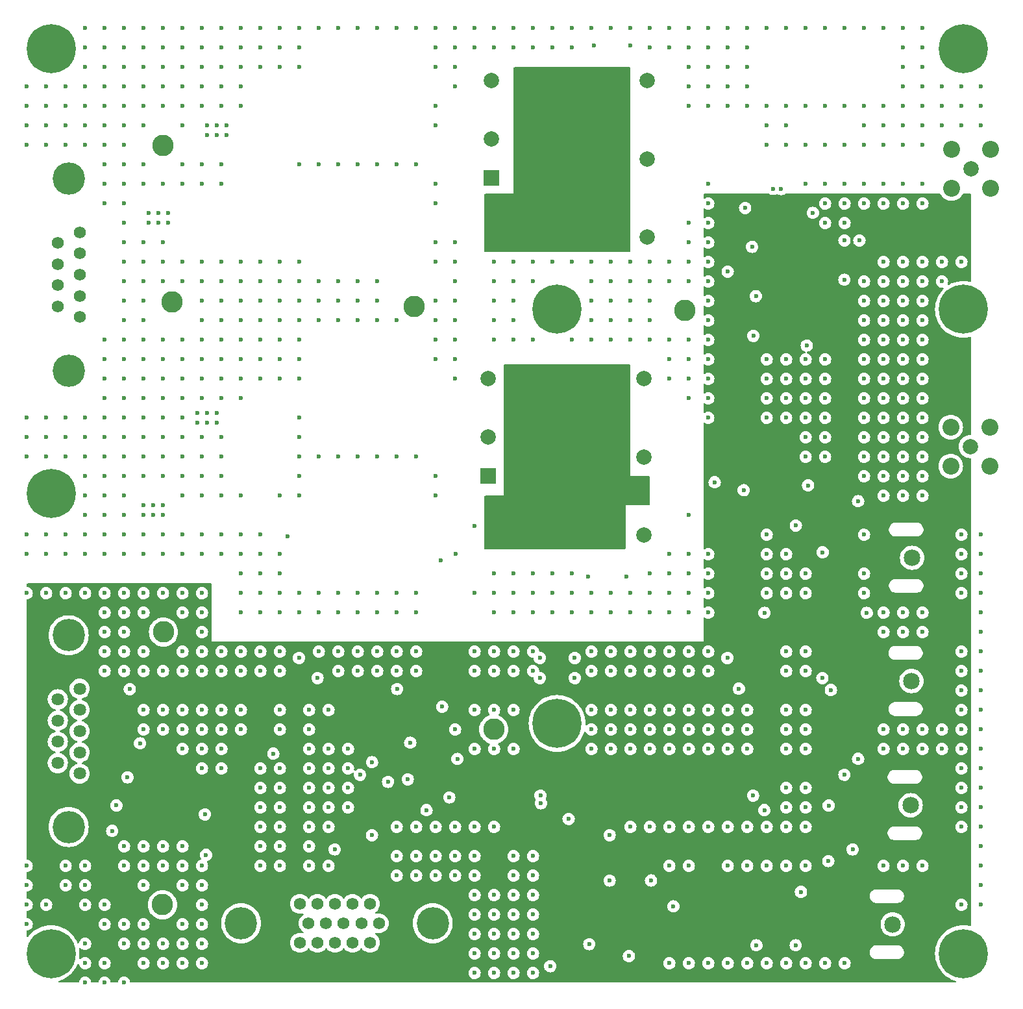
<source format=gbr>
%TF.GenerationSoftware,KiCad,Pcbnew,8.0.6*%
%TF.CreationDate,2025-05-16T10:58:21-04:00*%
%TF.ProjectId,3 - Charge_Pre-Amplifier,33202d20-4368-4617-9267-655f5072652d,rev?*%
%TF.SameCoordinates,Original*%
%TF.FileFunction,Copper,L8,Inr*%
%TF.FilePolarity,Positive*%
%FSLAX46Y46*%
G04 Gerber Fmt 4.6, Leading zero omitted, Abs format (unit mm)*
G04 Created by KiCad (PCBNEW 8.0.6) date 2025-05-16 10:58:21*
%MOMM*%
%LPD*%
G01*
G04 APERTURE LIST*
%TA.AperFunction,ComponentPad*%
%ADD10C,2.159000*%
%TD*%
%TA.AperFunction,ComponentPad*%
%ADD11R,2.000000X2.000000*%
%TD*%
%TA.AperFunction,ComponentPad*%
%ADD12C,2.000000*%
%TD*%
%TA.AperFunction,ComponentPad*%
%ADD13C,2.800000*%
%TD*%
%TA.AperFunction,ComponentPad*%
%ADD14C,1.560000*%
%TD*%
%TA.AperFunction,ComponentPad*%
%ADD15C,4.216000*%
%TD*%
%TA.AperFunction,ComponentPad*%
%ADD16C,2.006600*%
%TD*%
%TA.AperFunction,ComponentPad*%
%ADD17C,2.209800*%
%TD*%
%TA.AperFunction,ComponentPad*%
%ADD18C,6.400000*%
%TD*%
%TA.AperFunction,ComponentPad*%
%ADD19C,1.575000*%
%TD*%
%TA.AperFunction,ComponentPad*%
%ADD20C,1.635000*%
%TD*%
%TA.AperFunction,ViaPad*%
%ADD21C,0.600000*%
%TD*%
%TA.AperFunction,ViaPad*%
%ADD22C,1.500000*%
%TD*%
G04 APERTURE END LIST*
D10*
%TO.N,Net-(M3-Pad3)*%
%TO.C,P4*%
X323780000Y-170190201D03*
%TD*%
%TO.N,Net-(P3-Pad1)*%
%TO.C,P3*%
X326120000Y-154650000D03*
%TD*%
%TO.N,Net-(P2-Pad1)*%
%TO.C,P2*%
X326220000Y-138470201D03*
%TD*%
%TO.N,Net-(M4-Pad3)*%
%TO.C,P1*%
X326300000Y-122390000D03*
%TD*%
D11*
%TO.N,/Main_Converter/V_POS*%
%TO.C,U4*%
X271000000Y-111750000D03*
D12*
%TO.N,/Main_Converter/V_RTN*%
X271000000Y-106650000D03*
%TO.N,/PM_5V_RTN*%
X291300000Y-119450000D03*
%TO.N,unconnected-(U4-TRIM-Pad4)*%
X291300000Y-109250000D03*
%TO.N,/M5V*%
X291300000Y-99050000D03*
%TO.N,/Enable_CKT/Enable*%
X271000000Y-99050000D03*
%TD*%
D13*
%TO.N,/PM_5V_TELEM_RTN*%
%TO.C,Telem_RTN1*%
X271750000Y-144770000D03*
%TD*%
D14*
%TO.N,/V_SEC_RTN*%
%TO.C,J1*%
X217755000Y-79935000D03*
X217755000Y-82705000D03*
%TO.N,unconnected-(J1-Pad3)*%
X217755000Y-85475000D03*
%TO.N,/V_SEC_RTN*%
X217755000Y-88245000D03*
X217755000Y-91015000D03*
%TO.N,/V_SEC_IN*%
X214915000Y-81320000D03*
X214915000Y-84090000D03*
X214915000Y-86860000D03*
X214915000Y-89630000D03*
D15*
%TO.N,GNDPWR*%
X216335000Y-72975000D03*
X216335000Y-97975000D03*
%TD*%
D13*
%TO.N,/M5_TELEM*%
%TO.C,-5V1*%
X228660000Y-132080000D03*
%TD*%
D16*
%TO.N,/M5V_OUT*%
%TO.C,J4*%
X333883000Y-107895000D03*
D17*
%TO.N,/PM_5V_RTN*%
X336423000Y-105355000D03*
X331343000Y-105355000D03*
X331343000Y-110435000D03*
X336423000Y-110435000D03*
%TD*%
D18*
%TO.N,GNDPWR*%
%TO.C,H3*%
X333000000Y-90000000D03*
%TD*%
D13*
%TO.N,/P5_TELEM*%
%TO.C,+5V1*%
X228540000Y-167640000D03*
%TD*%
D18*
%TO.N,GNDPWR*%
%TO.C,H1*%
X214000000Y-56000000D03*
%TD*%
%TO.N,GNDPWR*%
%TO.C,H2*%
X333000000Y-56000000D03*
%TD*%
D19*
%TO.N,/TEMP_MON*%
%TO.C,J3*%
X255606000Y-167510000D03*
%TO.N,/M5V_V_MON*%
X253316000Y-167510000D03*
%TO.N,/P5V_V_MON*%
X251026000Y-167510000D03*
%TO.N,/M5V_I_MON*%
X248736000Y-167510000D03*
%TO.N,/P5V_I_MON*%
X246446000Y-167510000D03*
%TO.N,/PM_5V_TELEM_RTN*%
X256751000Y-170050000D03*
X254461000Y-170050000D03*
X252171000Y-170050000D03*
X249881000Y-170050000D03*
X247591000Y-170050000D03*
%TO.N,unconnected-(J3-Pad11)*%
X255606000Y-172590000D03*
%TO.N,unconnected-(J3-Pad12)*%
X253316000Y-172590000D03*
%TO.N,unconnected-(J3-Pad13)*%
X251026000Y-172590000D03*
%TO.N,/Enable+*%
X248736000Y-172590000D03*
%TO.N,/Enable-*%
X246446000Y-172590000D03*
D15*
%TO.N,GNDPWR*%
X238785000Y-170050000D03*
X263775000Y-170050000D03*
%TD*%
D16*
%TO.N,/P5V_OUT*%
%TO.C,J5*%
X334010000Y-71705000D03*
D17*
%TO.N,/PM_5V_RTN*%
X336550000Y-69165000D03*
X331470000Y-69165000D03*
X331470000Y-74245000D03*
X336550000Y-74245000D03*
%TD*%
D13*
%TO.N,/Enable_CKT/Enable*%
%TO.C,V_{EN}1*%
X261320000Y-89620000D03*
%TD*%
D18*
%TO.N,GNDPWR*%
%TO.C,H8*%
X280000000Y-90000000D03*
%TD*%
D20*
%TO.N,/PM_5V_TELEM_RTN*%
%TO.C,J2*%
X217720000Y-150540000D03*
X217720000Y-147770000D03*
%TO.N,unconnected-(J2-Pad3)*%
X217720000Y-145000000D03*
%TO.N,/PM_5V_TELEM_RTN*%
X217720000Y-142230000D03*
X217720000Y-139460000D03*
%TO.N,/P5_TELEM*%
X214880000Y-149155000D03*
X214880000Y-146385000D03*
%TO.N,/M5_TELEM*%
X214880000Y-143615000D03*
X214880000Y-140845000D03*
D15*
%TO.N,GNDPWR*%
X216300000Y-132500000D03*
X216300000Y-157500000D03*
%TD*%
D13*
%TO.N,/V_SEC_IN*%
%TO.C,+12V1*%
X228570000Y-68590000D03*
%TD*%
D18*
%TO.N,GNDPWR*%
%TO.C,H5*%
X280000000Y-144000000D03*
%TD*%
D11*
%TO.N,/Main_Converter1/V_POS*%
%TO.C,U1*%
X271470000Y-72865000D03*
D12*
%TO.N,/Main_Converter1/V_RTN*%
X271470000Y-67765000D03*
%TO.N,/P5V*%
X291770000Y-80565000D03*
%TO.N,unconnected-(U1-TRIM-Pad4)*%
X291770000Y-70365000D03*
%TO.N,/PM_5V_RTN*%
X291770000Y-60165000D03*
%TO.N,/Enable_CKT/Enable*%
X271470000Y-60165000D03*
%TD*%
D13*
%TO.N,/V_SEC_RTN*%
%TO.C,+12V_RTN1*%
X229810000Y-89060000D03*
%TD*%
%TO.N,/PM_5V_RTN*%
%TO.C,+/-5V_{RTN}1*%
X296700000Y-90100000D03*
%TD*%
D18*
%TO.N,GNDPWR*%
%TO.C,H7*%
X333000000Y-174000000D03*
%TD*%
%TO.N,GNDPWR*%
%TO.C,H4*%
X214000000Y-114000000D03*
%TD*%
%TO.N,GNDPWR*%
%TO.C,H9*%
X214000000Y-174000000D03*
%TD*%
D21*
%TO.N,/PM_5V_RTN*%
X289520000Y-55620000D03*
X289080000Y-124820000D03*
X319440000Y-81020000D03*
D22*
%TO.N,GNDPWR*%
X284480000Y-74930000D03*
X279400000Y-111760000D03*
X287020000Y-111760000D03*
X276860000Y-116840000D03*
X284480000Y-111760000D03*
X279400000Y-104140000D03*
X279400000Y-72390000D03*
X281940000Y-111760000D03*
X284480000Y-119380000D03*
X279400000Y-62230000D03*
X274320000Y-114300000D03*
X281940000Y-101600000D03*
X279400000Y-77470000D03*
X274320000Y-106680000D03*
X274320000Y-80010000D03*
X284480000Y-106680000D03*
X276860000Y-106680000D03*
X276860000Y-64770000D03*
X276860000Y-77470000D03*
X281940000Y-59690000D03*
X287020000Y-114300000D03*
X284480000Y-116840000D03*
X284480000Y-109220000D03*
X279400000Y-69850000D03*
X281940000Y-104140000D03*
X284480000Y-77470000D03*
X276860000Y-104140000D03*
X276860000Y-114300000D03*
X276860000Y-59690000D03*
X287020000Y-74930000D03*
X284480000Y-69850000D03*
X276860000Y-101600000D03*
X279400000Y-114300000D03*
X281940000Y-80010000D03*
X284480000Y-80010000D03*
X276860000Y-69850000D03*
X274320000Y-77470000D03*
X287020000Y-104140000D03*
X276860000Y-62230000D03*
X274320000Y-116840000D03*
X274320000Y-109220000D03*
X281940000Y-64770000D03*
X287020000Y-106680000D03*
X287020000Y-80010000D03*
X284480000Y-99060000D03*
X279400000Y-101600000D03*
X279400000Y-106680000D03*
X287020000Y-69850000D03*
X287020000Y-119380000D03*
X284480000Y-101600000D03*
X281940000Y-114300000D03*
X281940000Y-116840000D03*
X279400000Y-59690000D03*
X279400000Y-80010000D03*
X284480000Y-62230000D03*
X276860000Y-72390000D03*
X287020000Y-116840000D03*
X276860000Y-80010000D03*
X274320000Y-104140000D03*
X287020000Y-99060000D03*
X274320000Y-99060000D03*
X281940000Y-109220000D03*
X287020000Y-64770000D03*
X281940000Y-62230000D03*
X274320000Y-101600000D03*
X279400000Y-99060000D03*
X279400000Y-116840000D03*
D21*
X284010000Y-124810000D03*
D22*
X290195000Y-113665000D03*
X287020000Y-62230000D03*
X279400000Y-67310000D03*
X271780000Y-119380000D03*
X281940000Y-67310000D03*
X287020000Y-67310000D03*
X287020000Y-109220000D03*
X284480000Y-59690000D03*
X281940000Y-119380000D03*
X281940000Y-74930000D03*
X276860000Y-74930000D03*
D21*
X284810000Y-55620000D03*
D22*
X279400000Y-109220000D03*
X281940000Y-77470000D03*
X279400000Y-64770000D03*
X281940000Y-69850000D03*
X284480000Y-64770000D03*
X281940000Y-99060000D03*
X281940000Y-72390000D03*
X271780000Y-116840000D03*
X287020000Y-72390000D03*
X284480000Y-72390000D03*
X276860000Y-67310000D03*
X276860000Y-99060000D03*
X276860000Y-119380000D03*
X271780000Y-80010000D03*
X284480000Y-114300000D03*
X281940000Y-106680000D03*
X274320000Y-119380000D03*
X279400000Y-74930000D03*
X279400000Y-119380000D03*
X284480000Y-67310000D03*
X287020000Y-101600000D03*
X287020000Y-77470000D03*
X284480000Y-104140000D03*
X276860000Y-109220000D03*
X276860000Y-111760000D03*
X271780000Y-77470000D03*
X274320000Y-111760000D03*
X287020000Y-59690000D03*
D21*
%TO.N,/V_SEC_RTN*%
X276860000Y-93980000D03*
X320040000Y-63500000D03*
X299720000Y-81280000D03*
X269240000Y-127000000D03*
X297180000Y-53340000D03*
X233680000Y-60960000D03*
X236220000Y-60960000D03*
X220980000Y-93980000D03*
X246380000Y-86360000D03*
X236220000Y-119380000D03*
X223520000Y-60960000D03*
X226060000Y-119380000D03*
X302260000Y-53340000D03*
X284480000Y-83820000D03*
X238760000Y-127000000D03*
X327660000Y-55880000D03*
X238760000Y-91440000D03*
X233045000Y-103505000D03*
X233680000Y-53340000D03*
X236220000Y-101600000D03*
X314960000Y-53340000D03*
X213360000Y-121920000D03*
X325120000Y-111760000D03*
X235585000Y-67310000D03*
X231140000Y-93980000D03*
X325120000Y-101600000D03*
X213360000Y-104140000D03*
X261620000Y-127000000D03*
X317500000Y-63500000D03*
X241300000Y-53340000D03*
X287020000Y-53340000D03*
X281940000Y-129540000D03*
X218440000Y-104140000D03*
X307340000Y-121920000D03*
X215900000Y-63500000D03*
X325120000Y-88900000D03*
X215900000Y-109220000D03*
X248920000Y-53340000D03*
X226060000Y-55880000D03*
X226060000Y-60960000D03*
X309880000Y-101600000D03*
X236220000Y-86360000D03*
X264160000Y-91440000D03*
X332740000Y-60960000D03*
X314960000Y-109220000D03*
X223520000Y-83820000D03*
X241300000Y-99060000D03*
X299720000Y-93980000D03*
X220980000Y-68580000D03*
X325120000Y-93980000D03*
X320040000Y-106680000D03*
X220980000Y-111760000D03*
X327660000Y-99060000D03*
X233680000Y-83820000D03*
X228600000Y-60960000D03*
X297180000Y-60960000D03*
X243840000Y-53340000D03*
X297180000Y-101600000D03*
X241300000Y-127000000D03*
X210820000Y-60960000D03*
X271780000Y-55880000D03*
X289560000Y-127000000D03*
X309880000Y-121920000D03*
X210820000Y-66040000D03*
X294640000Y-83820000D03*
X284480000Y-129540000D03*
X223520000Y-104140000D03*
X327660000Y-111760000D03*
X236220000Y-109220000D03*
X256540000Y-53340000D03*
X325120000Y-99060000D03*
X312420000Y-68580000D03*
X238760000Y-60960000D03*
X226060000Y-83820000D03*
X299720000Y-86360000D03*
X220980000Y-71120000D03*
X294640000Y-55880000D03*
X231140000Y-71120000D03*
X309880000Y-127000000D03*
X325120000Y-109220000D03*
X220980000Y-66040000D03*
X299720000Y-76200000D03*
X320040000Y-101600000D03*
X213360000Y-119380000D03*
X231140000Y-86360000D03*
X236220000Y-63500000D03*
X294640000Y-127000000D03*
X325120000Y-63500000D03*
X231140000Y-104140000D03*
X266700000Y-60960000D03*
X231140000Y-119380000D03*
X231140000Y-101600000D03*
X223520000Y-73660000D03*
X223520000Y-93980000D03*
X320040000Y-99060000D03*
X236220000Y-88900000D03*
X289560000Y-83820000D03*
X226060000Y-109220000D03*
X309880000Y-53340000D03*
X274320000Y-83820000D03*
X234315000Y-103505000D03*
X327660000Y-104140000D03*
X279400000Y-127000000D03*
X241300000Y-55880000D03*
X292100000Y-88900000D03*
X281940000Y-124460000D03*
X223520000Y-109220000D03*
X228600000Y-86360000D03*
X264160000Y-96520000D03*
X241300000Y-88900000D03*
X236220000Y-73660000D03*
X312420000Y-63500000D03*
X256540000Y-129540000D03*
X231140000Y-53340000D03*
X325120000Y-86360000D03*
X292100000Y-55880000D03*
X223520000Y-63500000D03*
X231140000Y-58420000D03*
X271780000Y-83820000D03*
X325120000Y-55880000D03*
X235585000Y-66040000D03*
X281940000Y-127000000D03*
X322580000Y-111760000D03*
X226060000Y-86360000D03*
X264160000Y-111760000D03*
X327660000Y-109220000D03*
X215900000Y-121920000D03*
X274320000Y-127000000D03*
X220980000Y-101600000D03*
X231140000Y-83820000D03*
X259080000Y-109220000D03*
X251460000Y-129540000D03*
X320040000Y-93980000D03*
X215900000Y-106680000D03*
X238760000Y-86360000D03*
X220980000Y-109220000D03*
X271780000Y-129540000D03*
X251460000Y-127000000D03*
X226060000Y-73660000D03*
X228600000Y-55880000D03*
X320040000Y-68580000D03*
X299720000Y-124460000D03*
X228600000Y-96520000D03*
X309880000Y-96520000D03*
X297180000Y-116840000D03*
X218440000Y-109220000D03*
X220980000Y-116840000D03*
X213360000Y-66040000D03*
X220980000Y-119380000D03*
X307340000Y-104140000D03*
X248920000Y-88900000D03*
X220980000Y-73660000D03*
X292100000Y-93980000D03*
X236220000Y-58420000D03*
X309880000Y-104140000D03*
X276860000Y-86360000D03*
X228600000Y-99060000D03*
X299720000Y-53340000D03*
X304800000Y-53340000D03*
X228600000Y-106680000D03*
X284480000Y-91440000D03*
X238760000Y-129540000D03*
X233680000Y-109220000D03*
X223520000Y-53340000D03*
X294640000Y-124460000D03*
X297180000Y-96520000D03*
X322580000Y-63500000D03*
X243840000Y-96520000D03*
X312420000Y-127000000D03*
X297180000Y-127000000D03*
X223520000Y-88900000D03*
X314960000Y-104140000D03*
X264160000Y-58420000D03*
X233680000Y-96520000D03*
X243840000Y-83820000D03*
X292100000Y-124460000D03*
X223520000Y-81280000D03*
X320040000Y-76200000D03*
X226060000Y-91440000D03*
X238760000Y-58420000D03*
X210820000Y-106680000D03*
X287020000Y-91440000D03*
X236220000Y-71120000D03*
X279400000Y-129540000D03*
X241300000Y-121920000D03*
X274320000Y-93980000D03*
X327660000Y-93980000D03*
X226060000Y-99060000D03*
X238760000Y-99060000D03*
X299720000Y-127000000D03*
X246380000Y-96520000D03*
X307340000Y-101600000D03*
X289560000Y-129540000D03*
X269240000Y-53340000D03*
X233680000Y-101600000D03*
X312420000Y-101600000D03*
X322580000Y-104140000D03*
X292100000Y-127000000D03*
X236220000Y-99060000D03*
X246380000Y-58420000D03*
X215900000Y-60960000D03*
X246380000Y-111760000D03*
X292100000Y-83820000D03*
X248920000Y-109220000D03*
X231140000Y-99060000D03*
X243840000Y-58420000D03*
X223520000Y-58420000D03*
X228600000Y-119380000D03*
X332740000Y-63500000D03*
X213360000Y-109220000D03*
X243840000Y-127000000D03*
X264160000Y-55880000D03*
X246380000Y-127000000D03*
X231140000Y-114300000D03*
X228600000Y-53340000D03*
X325120000Y-68580000D03*
X231140000Y-73660000D03*
X325120000Y-53340000D03*
X218440000Y-53340000D03*
X307340000Y-124460000D03*
X327660000Y-66040000D03*
X294640000Y-93980000D03*
X299720000Y-121920000D03*
X210820000Y-119380000D03*
X281940000Y-83820000D03*
X236220000Y-96520000D03*
X322580000Y-99060000D03*
X241300000Y-129540000D03*
X236220000Y-53340000D03*
X302260000Y-55880000D03*
X304800000Y-63500000D03*
X243840000Y-55880000D03*
X279400000Y-55880000D03*
X274320000Y-53340000D03*
X256540000Y-86360000D03*
X246380000Y-71120000D03*
X238760000Y-53340000D03*
X238760000Y-83820000D03*
X261620000Y-53340000D03*
X264160000Y-53340000D03*
X218440000Y-111760000D03*
X287020000Y-88900000D03*
X294640000Y-96520000D03*
X220980000Y-60960000D03*
X266700000Y-88900000D03*
X281940000Y-55880000D03*
X259080000Y-129540000D03*
X276860000Y-127000000D03*
X264160000Y-114300000D03*
X251460000Y-109220000D03*
X330200000Y-63500000D03*
X264160000Y-66040000D03*
X220980000Y-114300000D03*
X284480000Y-93980000D03*
X246380000Y-109220000D03*
X335280000Y-60960000D03*
X317500000Y-78740000D03*
X220980000Y-121920000D03*
X325120000Y-73660000D03*
X307340000Y-63500000D03*
X276860000Y-124460000D03*
X297180000Y-124460000D03*
X233680000Y-71120000D03*
X256540000Y-109220000D03*
X226060000Y-96520000D03*
X248920000Y-127000000D03*
X243840000Y-86360000D03*
X261620000Y-109220000D03*
X320040000Y-111760000D03*
X327660000Y-88900000D03*
X254000000Y-71120000D03*
X254000000Y-53340000D03*
X218440000Y-121920000D03*
X309880000Y-63500000D03*
X309880000Y-68580000D03*
X274320000Y-129540000D03*
X254000000Y-91440000D03*
X332740000Y-66040000D03*
X218440000Y-58420000D03*
X226060000Y-101600000D03*
X235585000Y-103505000D03*
X325120000Y-83820000D03*
X266700000Y-99060000D03*
X312420000Y-106680000D03*
X314960000Y-78740000D03*
X266700000Y-86360000D03*
X307340000Y-96520000D03*
X246380000Y-99060000D03*
X271780000Y-127000000D03*
X320040000Y-104140000D03*
X215900000Y-68580000D03*
X314960000Y-68580000D03*
X307340000Y-119380000D03*
X223520000Y-66040000D03*
X210820000Y-63500000D03*
X312420000Y-99060000D03*
X231140000Y-66040000D03*
X243840000Y-91440000D03*
X264160000Y-93980000D03*
X243840000Y-124460000D03*
X246380000Y-104140000D03*
X236855000Y-66040000D03*
X223520000Y-71120000D03*
X297180000Y-83820000D03*
X223520000Y-111760000D03*
X322580000Y-68580000D03*
X220980000Y-106680000D03*
X236220000Y-106680000D03*
X292100000Y-91440000D03*
X287020000Y-129540000D03*
X322580000Y-88900000D03*
X325120000Y-96520000D03*
X215900000Y-66040000D03*
X243840000Y-129540000D03*
X234315000Y-104775000D03*
X317500000Y-73660000D03*
X332740000Y-83820000D03*
X228600000Y-93980000D03*
X233680000Y-111760000D03*
X266700000Y-91440000D03*
X226060000Y-58420000D03*
X231140000Y-96520000D03*
X254000000Y-129540000D03*
X271780000Y-86360000D03*
X246380000Y-129540000D03*
X251460000Y-71120000D03*
X259080000Y-71120000D03*
X294640000Y-129540000D03*
X299720000Y-96520000D03*
X246380000Y-53340000D03*
X223520000Y-55880000D03*
X307340000Y-127000000D03*
X254000000Y-109220000D03*
X256540000Y-71120000D03*
X241300000Y-119380000D03*
X231140000Y-109220000D03*
X264160000Y-76200000D03*
X327660000Y-86360000D03*
X241300000Y-83820000D03*
X228600000Y-104140000D03*
X233680000Y-88900000D03*
X246380000Y-83820000D03*
X314960000Y-63500000D03*
X226060000Y-121920000D03*
X220980000Y-55880000D03*
X322580000Y-73660000D03*
X218440000Y-106680000D03*
X243840000Y-99060000D03*
X266700000Y-58420000D03*
X241300000Y-96520000D03*
X231140000Y-106680000D03*
X274320000Y-91440000D03*
X320040000Y-66040000D03*
X327660000Y-83820000D03*
X246380000Y-93980000D03*
X228600000Y-111760000D03*
X220980000Y-99060000D03*
X264160000Y-88900000D03*
X299720000Y-101600000D03*
X233680000Y-106680000D03*
X256540000Y-127000000D03*
X312420000Y-104140000D03*
X299720000Y-91440000D03*
X228600000Y-58420000D03*
X327660000Y-96520000D03*
X238760000Y-124460000D03*
X304800000Y-58420000D03*
X314960000Y-106680000D03*
X233680000Y-121920000D03*
X322580000Y-66040000D03*
X264160000Y-81280000D03*
X233680000Y-58420000D03*
X271780000Y-91440000D03*
X213360000Y-60960000D03*
X314960000Y-99060000D03*
X238760000Y-93980000D03*
X312420000Y-109220000D03*
X231140000Y-63500000D03*
X236220000Y-121920000D03*
X254000000Y-127000000D03*
X236220000Y-93980000D03*
X220980000Y-96520000D03*
X220980000Y-104140000D03*
X276860000Y-53340000D03*
X327660000Y-106680000D03*
X236220000Y-114300000D03*
X299720000Y-55880000D03*
X279400000Y-53340000D03*
X317500000Y-68580000D03*
X322580000Y-96520000D03*
X243840000Y-114300000D03*
X246380000Y-114300000D03*
X320040000Y-86360000D03*
X314960000Y-96520000D03*
X330200000Y-60960000D03*
X259080000Y-127000000D03*
X297180000Y-63500000D03*
X299720000Y-83820000D03*
X297180000Y-93980000D03*
X223520000Y-119380000D03*
X220980000Y-63500000D03*
X228600000Y-121920000D03*
X226060000Y-66040000D03*
X264160000Y-73660000D03*
X294640000Y-86360000D03*
X327660000Y-76200000D03*
X210820000Y-104140000D03*
X327660000Y-58420000D03*
X307340000Y-99060000D03*
X327660000Y-73660000D03*
X335280000Y-63500000D03*
X223520000Y-101600000D03*
X251460000Y-86360000D03*
X228600000Y-81280000D03*
X238760000Y-88900000D03*
X223520000Y-68580000D03*
X276860000Y-83820000D03*
X251460000Y-53340000D03*
X314960000Y-76200000D03*
X327660000Y-114300000D03*
X233680000Y-91440000D03*
X279400000Y-124460000D03*
X322580000Y-106680000D03*
X294640000Y-121920000D03*
X233680000Y-63500000D03*
X243840000Y-88900000D03*
X241300000Y-124460000D03*
X233680000Y-73660000D03*
X309880000Y-99060000D03*
X226060000Y-81280000D03*
X287020000Y-86360000D03*
X266700000Y-83820000D03*
X287020000Y-83820000D03*
X325120000Y-91440000D03*
X299720000Y-63500000D03*
X236220000Y-91440000D03*
X223520000Y-76200000D03*
X299720000Y-129540000D03*
X292100000Y-129540000D03*
X327660000Y-63500000D03*
X322580000Y-86360000D03*
X231140000Y-55880000D03*
X231140000Y-60960000D03*
X223520000Y-86360000D03*
X327660000Y-53340000D03*
X276860000Y-129540000D03*
X307340000Y-68580000D03*
X284480000Y-127000000D03*
X243840000Y-121920000D03*
X322580000Y-91440000D03*
X327660000Y-60960000D03*
X299720000Y-104140000D03*
X307340000Y-66040000D03*
X274320000Y-86360000D03*
X213360000Y-106680000D03*
X251460000Y-91440000D03*
X254000000Y-86360000D03*
X238760000Y-114300000D03*
X223520000Y-121920000D03*
X302260000Y-58420000D03*
X233045000Y-104775000D03*
X233680000Y-86360000D03*
X325120000Y-66040000D03*
X322580000Y-53340000D03*
X233680000Y-93980000D03*
X218440000Y-116840000D03*
X320040000Y-96520000D03*
X327660000Y-91440000D03*
X309880000Y-124460000D03*
X299720000Y-58420000D03*
X218440000Y-60960000D03*
X218440000Y-114300000D03*
X302260000Y-63500000D03*
X289560000Y-53340000D03*
X330200000Y-66040000D03*
X228600000Y-63500000D03*
X226060000Y-111760000D03*
X223520000Y-78740000D03*
X246380000Y-91440000D03*
X215900000Y-104140000D03*
X325120000Y-60960000D03*
X246380000Y-55880000D03*
X226060000Y-53340000D03*
X299720000Y-60960000D03*
X233680000Y-114300000D03*
X226060000Y-104140000D03*
X304800000Y-60960000D03*
X231140000Y-121920000D03*
X236220000Y-55880000D03*
X238760000Y-55880000D03*
X325120000Y-106680000D03*
X299720000Y-73660000D03*
X223520000Y-91440000D03*
X320040000Y-109220000D03*
X238760000Y-96520000D03*
X248920000Y-91440000D03*
X241300000Y-93980000D03*
X297180000Y-55880000D03*
X312420000Y-53340000D03*
X236220000Y-111760000D03*
X210820000Y-109220000D03*
X228600000Y-73660000D03*
X312420000Y-124460000D03*
X314960000Y-73660000D03*
X330200000Y-83820000D03*
X210820000Y-121920000D03*
X302260000Y-60960000D03*
X289560000Y-93980000D03*
X238760000Y-119380000D03*
X243840000Y-93980000D03*
X259080000Y-91440000D03*
X220980000Y-53340000D03*
X325120000Y-114300000D03*
X220980000Y-58420000D03*
X228600000Y-83820000D03*
X223520000Y-114300000D03*
X312420000Y-73660000D03*
X322580000Y-109220000D03*
X297180000Y-78740000D03*
X218440000Y-68580000D03*
X266700000Y-81280000D03*
X327660000Y-68580000D03*
X284480000Y-53340000D03*
X304800000Y-55880000D03*
X228600000Y-101600000D03*
X256540000Y-91440000D03*
X317500000Y-53340000D03*
X220980000Y-76200000D03*
X236220000Y-83820000D03*
X241300000Y-91440000D03*
X234315000Y-67310000D03*
X238760000Y-63500000D03*
X226060000Y-93980000D03*
X287020000Y-93980000D03*
X256540000Y-88900000D03*
X254000000Y-88900000D03*
X325120000Y-76200000D03*
X246380000Y-88900000D03*
X226060000Y-88900000D03*
X299720000Y-88900000D03*
X226060000Y-106680000D03*
X320040000Y-53340000D03*
X226060000Y-71120000D03*
X322580000Y-101600000D03*
X223520000Y-106680000D03*
X281940000Y-53340000D03*
X322580000Y-76200000D03*
X248920000Y-86360000D03*
X320040000Y-88900000D03*
X266700000Y-96520000D03*
X307340000Y-53340000D03*
X231140000Y-111760000D03*
X322580000Y-83820000D03*
X269240000Y-55880000D03*
X320040000Y-91440000D03*
X228600000Y-109220000D03*
X299720000Y-78740000D03*
X218440000Y-66040000D03*
X325120000Y-58420000D03*
X261620000Y-71120000D03*
X294640000Y-53340000D03*
X223520000Y-116840000D03*
X238760000Y-101600000D03*
X246380000Y-106680000D03*
X309880000Y-66040000D03*
X292100000Y-53340000D03*
X294640000Y-99060000D03*
X335280000Y-66040000D03*
X297180000Y-81280000D03*
X226060000Y-63500000D03*
X261620000Y-129540000D03*
X264160000Y-63500000D03*
X320040000Y-73660000D03*
X271780000Y-124460000D03*
X236855000Y-67310000D03*
X274320000Y-55880000D03*
X289560000Y-88900000D03*
X218440000Y-63500000D03*
X264160000Y-83820000D03*
X271780000Y-93980000D03*
X223520000Y-99060000D03*
X276860000Y-55880000D03*
X251460000Y-88900000D03*
X259080000Y-53340000D03*
X234315000Y-66040000D03*
X266700000Y-93980000D03*
X287020000Y-127000000D03*
X274320000Y-88900000D03*
X248920000Y-129540000D03*
X233680000Y-99060000D03*
X330200000Y-86360000D03*
X210820000Y-68580000D03*
X218440000Y-119380000D03*
X279400000Y-83820000D03*
X266700000Y-53340000D03*
X297180000Y-86360000D03*
X289560000Y-91440000D03*
X289560000Y-86360000D03*
X213360000Y-63500000D03*
X241300000Y-58420000D03*
X238760000Y-121920000D03*
X299720000Y-99060000D03*
X314960000Y-101600000D03*
X325120000Y-104140000D03*
X274320000Y-124460000D03*
X297180000Y-121920000D03*
X218440000Y-55880000D03*
X213360000Y-68580000D03*
X317500000Y-76200000D03*
X284480000Y-88900000D03*
X233680000Y-119380000D03*
X297180000Y-58420000D03*
X266700000Y-55880000D03*
X312420000Y-96520000D03*
X327660000Y-101600000D03*
X322580000Y-93980000D03*
X284480000Y-86360000D03*
X241300000Y-86360000D03*
X235585000Y-104775000D03*
X215900000Y-119380000D03*
X292100000Y-86360000D03*
X223520000Y-96520000D03*
X271780000Y-88900000D03*
X322580000Y-114300000D03*
X271780000Y-53340000D03*
X297180000Y-129540000D03*
X281940000Y-93980000D03*
X233680000Y-55880000D03*
X297180000Y-99060000D03*
X248920000Y-71120000D03*
%TO.N,/P5V*%
X308175000Y-74295000D03*
%TO.N,/P5_TELEM*%
X259150000Y-139510000D03*
X305997500Y-172920000D03*
X315430000Y-154700000D03*
X223970000Y-151017500D03*
X305936200Y-88275000D03*
X224270000Y-139530000D03*
X315720000Y-139630000D03*
X303720000Y-139470000D03*
%TO.N,/M5V*%
X300560000Y-112540000D03*
%TO.N,/PM_5V_TELEM_RTN*%
X269240000Y-168910000D03*
X264160000Y-163830000D03*
X220980000Y-129540000D03*
X247650000Y-157480000D03*
X299720000Y-142240000D03*
X261620000Y-163830000D03*
X233680000Y-175260000D03*
X231140000Y-170180000D03*
X297180000Y-157480000D03*
X330200000Y-147320000D03*
X312420000Y-162560000D03*
X297180000Y-162560000D03*
X314960000Y-175260000D03*
X265940000Y-153650000D03*
X247650000Y-152400000D03*
X274320000Y-161290000D03*
X332740000Y-149860000D03*
X233680000Y-134620000D03*
X231140000Y-134620000D03*
X297180000Y-144780000D03*
X276860000Y-137160000D03*
X231140000Y-147320000D03*
X274320000Y-147320000D03*
X223520000Y-177800000D03*
X228600000Y-172720000D03*
X299720000Y-147320000D03*
X247650000Y-142240000D03*
X252730000Y-152400000D03*
X335280000Y-129540000D03*
X307340000Y-175260000D03*
X335280000Y-162560000D03*
X297180000Y-147320000D03*
X335280000Y-119380000D03*
X213360000Y-127000000D03*
X233680000Y-142240000D03*
X304800000Y-162560000D03*
X238760000Y-134620000D03*
X215900000Y-162560000D03*
X322580000Y-132080000D03*
X250190000Y-162560000D03*
X271780000Y-137160000D03*
X250190000Y-142240000D03*
X302260000Y-144780000D03*
X274320000Y-166370000D03*
X231140000Y-175260000D03*
X335280000Y-157480000D03*
X320040000Y-127000000D03*
X309880000Y-152400000D03*
X327660000Y-144780000D03*
X304800000Y-175260000D03*
X247650000Y-147320000D03*
X302260000Y-147320000D03*
X279110000Y-175649800D03*
X269240000Y-176530000D03*
X335280000Y-165100000D03*
X252730000Y-154940000D03*
X309880000Y-157480000D03*
X271780000Y-171450000D03*
X220980000Y-134620000D03*
X284480000Y-147320000D03*
X312420000Y-134620000D03*
X236220000Y-149860000D03*
X332740000Y-121920000D03*
X236220000Y-134620000D03*
X325120000Y-144780000D03*
X299720000Y-137160000D03*
X302260000Y-157480000D03*
X312420000Y-137160000D03*
X218440000Y-172720000D03*
X231140000Y-142240000D03*
X261620000Y-157480000D03*
X271780000Y-166370000D03*
X269240000Y-147320000D03*
X236220000Y-144780000D03*
X332740000Y-119380000D03*
X238760000Y-144780000D03*
X294640000Y-157480000D03*
X231140000Y-137160000D03*
X269240000Y-157480000D03*
X277890000Y-154410000D03*
X228600000Y-127000000D03*
X226060000Y-175260000D03*
X236220000Y-147320000D03*
X332740000Y-139700000D03*
X264160000Y-157480000D03*
X221970000Y-158010000D03*
X266700000Y-161290000D03*
X269240000Y-161290000D03*
X315380000Y-161940000D03*
X335280000Y-142240000D03*
X335280000Y-127000000D03*
X241300000Y-162560000D03*
X247650000Y-144780000D03*
X299720000Y-134620000D03*
X228600000Y-160020000D03*
X269240000Y-137160000D03*
X226060000Y-144780000D03*
X257960000Y-151610000D03*
X261620000Y-134620000D03*
X335280000Y-149860000D03*
X335280000Y-124460000D03*
X218440000Y-127000000D03*
X312420000Y-157480000D03*
X281510000Y-156450000D03*
X256540000Y-134620000D03*
X243840000Y-142240000D03*
X226060000Y-165100000D03*
X247650000Y-162560000D03*
X276860000Y-166370000D03*
X312420000Y-147320000D03*
X274320000Y-173990000D03*
X287020000Y-147320000D03*
X332740000Y-167640000D03*
X294640000Y-142240000D03*
X332740000Y-137160000D03*
X241300000Y-137160000D03*
X243840000Y-152400000D03*
X327660000Y-132080000D03*
X297180000Y-137160000D03*
X274320000Y-142240000D03*
X256540000Y-137160000D03*
X266700000Y-144780000D03*
X233680000Y-172720000D03*
X251460000Y-134620000D03*
X231140000Y-160020000D03*
X304800000Y-142240000D03*
X327660000Y-147320000D03*
X218440000Y-162560000D03*
X309880000Y-175260000D03*
X271780000Y-134620000D03*
X305445000Y-81840000D03*
X320390000Y-129570000D03*
X325120000Y-132080000D03*
X215900000Y-127000000D03*
X327660000Y-129540000D03*
X332740000Y-134620000D03*
X250190000Y-154940000D03*
X233680000Y-132080000D03*
X289560000Y-144780000D03*
X274320000Y-137160000D03*
X234070000Y-155860000D03*
X302260000Y-175260000D03*
X250190000Y-152400000D03*
X289560000Y-137160000D03*
X271780000Y-147320000D03*
X274320000Y-176530000D03*
X294640000Y-144780000D03*
X289560000Y-147320000D03*
X322580000Y-162560000D03*
X234220000Y-161135000D03*
X322580000Y-144780000D03*
X220980000Y-132080000D03*
X231140000Y-127000000D03*
X250190000Y-147320000D03*
X297180000Y-142240000D03*
X271780000Y-176530000D03*
X243840000Y-134620000D03*
X220980000Y-167640000D03*
X292257500Y-164469800D03*
X311127500Y-172920000D03*
X223520000Y-129540000D03*
X243840000Y-137160000D03*
X332740000Y-127000000D03*
X312420000Y-144780000D03*
X276860000Y-163830000D03*
X335280000Y-134620000D03*
X335280000Y-167640000D03*
X311817500Y-165960000D03*
X233680000Y-144780000D03*
X292100000Y-157480000D03*
X254000000Y-134620000D03*
X269240000Y-173990000D03*
X335280000Y-147320000D03*
X335280000Y-152400000D03*
X266700000Y-157480000D03*
X312745000Y-112955000D03*
X220980000Y-177800000D03*
X287020000Y-142240000D03*
X241300000Y-154940000D03*
X320040000Y-119380000D03*
X226060000Y-129540000D03*
X327660000Y-162560000D03*
X261620000Y-161290000D03*
X289560000Y-157480000D03*
X269240000Y-166370000D03*
X250190000Y-157480000D03*
X220980000Y-175260000D03*
X241300000Y-149860000D03*
X236220000Y-137160000D03*
X233680000Y-167640000D03*
X241300000Y-134620000D03*
X332740000Y-154940000D03*
X287020000Y-137160000D03*
X223520000Y-170180000D03*
X289377500Y-174329800D03*
X223520000Y-162560000D03*
X294640000Y-162560000D03*
X312420000Y-142240000D03*
X276860000Y-134620000D03*
X243840000Y-160020000D03*
X226060000Y-172720000D03*
X332740000Y-144780000D03*
X261620000Y-137160000D03*
X228600000Y-175260000D03*
X247650000Y-149860000D03*
X210820000Y-167640000D03*
X287020000Y-144780000D03*
X325120000Y-129540000D03*
X218440000Y-167640000D03*
X236220000Y-142240000D03*
X233680000Y-127000000D03*
X322580000Y-147320000D03*
X233680000Y-170180000D03*
X254000000Y-137160000D03*
X332740000Y-157480000D03*
X294640000Y-134620000D03*
X238760000Y-137160000D03*
X241300000Y-157480000D03*
X250190000Y-149860000D03*
X247650000Y-154940000D03*
X243840000Y-162560000D03*
X274320000Y-163830000D03*
X226060000Y-170180000D03*
X220980000Y-137160000D03*
X276860000Y-173990000D03*
X292100000Y-142240000D03*
X215900000Y-165100000D03*
X220980000Y-170180000D03*
X297180000Y-134620000D03*
X223520000Y-127000000D03*
X287020000Y-134620000D03*
X284480000Y-134620000D03*
X265010000Y-141820000D03*
X276860000Y-168910000D03*
X292100000Y-134620000D03*
X225610000Y-146590000D03*
X332740000Y-152400000D03*
X289560000Y-142240000D03*
X297180000Y-175260000D03*
X243840000Y-149860000D03*
X210820000Y-127000000D03*
X312420000Y-152400000D03*
X335280000Y-139700000D03*
X289560000Y-134620000D03*
X332740000Y-124460000D03*
X325120000Y-162560000D03*
X309880000Y-147320000D03*
X313365000Y-77415000D03*
X269240000Y-171450000D03*
X252730000Y-147320000D03*
X223520000Y-160020000D03*
X259080000Y-161290000D03*
X292100000Y-147320000D03*
X210820000Y-170180000D03*
X231140000Y-144780000D03*
X292100000Y-144780000D03*
X213360000Y-167640000D03*
X332740000Y-147320000D03*
X243840000Y-154940000D03*
X233680000Y-137160000D03*
X242990000Y-147930000D03*
X243840000Y-144780000D03*
X241300000Y-152400000D03*
X312420000Y-154940000D03*
X218440000Y-165100000D03*
X330200000Y-144780000D03*
X309880000Y-162560000D03*
X284480000Y-144780000D03*
X271780000Y-173990000D03*
X271780000Y-168910000D03*
X335280000Y-121920000D03*
X233680000Y-147320000D03*
X210820000Y-165100000D03*
X259080000Y-134620000D03*
X222530000Y-154690000D03*
X264160000Y-161290000D03*
X320040000Y-124460000D03*
X294640000Y-137160000D03*
X292100000Y-137160000D03*
X325120000Y-147320000D03*
X302260000Y-162560000D03*
X335280000Y-137160000D03*
X304350000Y-113580000D03*
X269240000Y-163830000D03*
X274320000Y-134620000D03*
X231140000Y-129540000D03*
X228600000Y-162560000D03*
X251460000Y-137160000D03*
X243840000Y-157480000D03*
X220980000Y-127000000D03*
X335280000Y-160020000D03*
X307340000Y-162560000D03*
X228600000Y-142240000D03*
X226060000Y-160020000D03*
X304800000Y-147320000D03*
X294640000Y-147320000D03*
X223520000Y-137160000D03*
X259080000Y-137160000D03*
X276860000Y-161290000D03*
X322580000Y-129540000D03*
X228600000Y-137160000D03*
X223520000Y-132080000D03*
X231140000Y-172720000D03*
X259080000Y-163830000D03*
X248920000Y-134620000D03*
X309880000Y-154940000D03*
X226060000Y-137160000D03*
X302260000Y-142240000D03*
X218440000Y-177800000D03*
X332740000Y-142240000D03*
X284480000Y-137160000D03*
X335280000Y-144780000D03*
X226060000Y-127000000D03*
X274320000Y-168910000D03*
X271780000Y-142240000D03*
X269240000Y-142240000D03*
X304535000Y-76775000D03*
X299720000Y-175260000D03*
X304800000Y-157480000D03*
X284480000Y-142240000D03*
X294640000Y-175260000D03*
X238760000Y-142240000D03*
X335280000Y-154940000D03*
X312420000Y-175260000D03*
X276860000Y-176530000D03*
X218440000Y-175260000D03*
X259080000Y-157480000D03*
X233680000Y-165100000D03*
X226060000Y-142240000D03*
X233680000Y-129540000D03*
X276860000Y-171450000D03*
X299720000Y-157480000D03*
X210820000Y-162560000D03*
X309880000Y-142240000D03*
X266700000Y-163830000D03*
X312576200Y-94715000D03*
X226060000Y-134620000D03*
X311145000Y-118195000D03*
X335280000Y-132080000D03*
X252730000Y-149860000D03*
X271780000Y-157480000D03*
X309880000Y-137160000D03*
X299720000Y-144780000D03*
X309880000Y-144780000D03*
X233680000Y-149860000D03*
X241300000Y-160020000D03*
X223520000Y-134620000D03*
X307340000Y-157480000D03*
X231140000Y-165100000D03*
X226060000Y-162560000D03*
X295177500Y-167840000D03*
X223520000Y-172720000D03*
X274320000Y-171450000D03*
X231140000Y-162560000D03*
X317500000Y-175260000D03*
X269240000Y-134620000D03*
X309880000Y-134620000D03*
X228600000Y-144780000D03*
X247650000Y-160020000D03*
X304800000Y-144780000D03*
X233680000Y-162560000D03*
%TO.N,/M5_TELEM*%
X284210000Y-172779800D03*
%TO.N,/Telemetry_CKT/V3p3*%
X265020000Y-144920000D03*
X305067500Y-165957500D03*
X304535000Y-78045000D03*
X312735000Y-114215000D03*
X273680000Y-156780000D03*
%TO.N,Net-(C31-Pad2)*%
X314645000Y-121675000D03*
X282310000Y-138080000D03*
X314610000Y-138080000D03*
%TO.N,Net-(C32-Pad2)*%
X282310000Y-135460000D03*
X302220000Y-135460000D03*
X302255000Y-85075000D03*
%TO.N,/Telemetry_CKT/nV3p3*%
X286860000Y-158570000D03*
X255870000Y-149050000D03*
X255860000Y-158570000D03*
X286860000Y-164479800D03*
%TO.N,/V_SEC_IN*%
X226060000Y-115570000D03*
X227965000Y-77470000D03*
X227330000Y-115570000D03*
X227965000Y-78740000D03*
X228600000Y-116840000D03*
X229235000Y-77470000D03*
X227330000Y-116840000D03*
X226060000Y-116840000D03*
X244820000Y-119630000D03*
X226695000Y-77470000D03*
X226695000Y-78740000D03*
X229235000Y-78740000D03*
X228600000Y-115570000D03*
%TO.N,/M5V_V_MON*%
X307050000Y-129580000D03*
X262970000Y-155300000D03*
X307040000Y-155300000D03*
%TO.N,/M5V_I_MON*%
X277760000Y-138080000D03*
X248750000Y-138080000D03*
%TO.N,/P5V_I_MON*%
X246350000Y-135460000D03*
X277760000Y-135460000D03*
%TO.N,/P5V_V_MON*%
X251000000Y-160420000D03*
X318560000Y-160420000D03*
%TO.N,/P5V_OUT*%
X309235000Y-74305000D03*
X317490000Y-81010000D03*
%TO.N,Net-(M2-Pad1)*%
X264860000Y-122740000D03*
%TO.N,/Enable_CKT/Enable*%
X266760000Y-121840000D03*
X269210000Y-118230000D03*
%TO.N,/Telemetry_CKT/V_TEMP*%
X305570000Y-153400000D03*
X277840000Y-153400000D03*
X305605000Y-93455000D03*
%TO.N,Net-(U11A-+INA)*%
X317480000Y-150690000D03*
X254290000Y-150690000D03*
X317480000Y-86140000D03*
%TO.N,Net-(U11B--INB)*%
X319270000Y-115010000D03*
X319270000Y-148610000D03*
X266990000Y-148630000D03*
%TO.N,Net-(U11B-B_OUT)*%
X260850000Y-146510000D03*
X260530000Y-151290000D03*
%TD*%
%TA.AperFunction,Conductor*%
%TO.N,GNDPWR*%
G36*
X289503039Y-97174685D02*
G01*
X289548794Y-97227489D01*
X289560000Y-97279000D01*
X289560000Y-111760000D01*
X291976000Y-111760000D01*
X292043039Y-111779685D01*
X292088794Y-111832489D01*
X292100000Y-111884000D01*
X292100000Y-115446000D01*
X292080315Y-115513039D01*
X292027511Y-115558794D01*
X291976000Y-115570000D01*
X288925000Y-115570000D01*
X288925000Y-121161000D01*
X288905315Y-121228039D01*
X288852511Y-121273794D01*
X288801000Y-121285000D01*
X270634000Y-121285000D01*
X270566961Y-121265315D01*
X270521206Y-121212511D01*
X270510000Y-121161000D01*
X270510000Y-114424000D01*
X270529685Y-114356961D01*
X270582489Y-114311206D01*
X270634000Y-114300000D01*
X273050000Y-114300000D01*
X273050000Y-97279000D01*
X273069685Y-97211961D01*
X273122489Y-97166206D01*
X273174000Y-97155000D01*
X289436000Y-97155000D01*
X289503039Y-97174685D01*
G37*
%TD.AperFunction*%
%TD*%
%TA.AperFunction,Conductor*%
%TO.N,GNDPWR*%
G36*
X289503039Y-58439685D02*
G01*
X289548794Y-58492489D01*
X289560000Y-58544000D01*
X289560000Y-82426000D01*
X289540315Y-82493039D01*
X289487511Y-82538794D01*
X289436000Y-82550000D01*
X270634000Y-82550000D01*
X270566961Y-82530315D01*
X270521206Y-82477511D01*
X270510000Y-82426000D01*
X270510000Y-75054000D01*
X270529685Y-74986961D01*
X270582489Y-74941206D01*
X270634000Y-74930000D01*
X274320000Y-74930000D01*
X274320000Y-58544000D01*
X274339685Y-58476961D01*
X274392489Y-58431206D01*
X274444000Y-58420000D01*
X289436000Y-58420000D01*
X289503039Y-58439685D01*
G37*
%TD.AperFunction*%
%TD*%
%TA.AperFunction,Conductor*%
%TO.N,/Telemetry_CKT/V3p3*%
G36*
X307711236Y-74949006D02*
G01*
X307825474Y-75020787D01*
X307825478Y-75020789D01*
X307920390Y-75054000D01*
X307995745Y-75080368D01*
X307995750Y-75080369D01*
X308174996Y-75100565D01*
X308175000Y-75100565D01*
X308175004Y-75100565D01*
X308354249Y-75080369D01*
X308354252Y-75080368D01*
X308354255Y-75080368D01*
X308524522Y-75020789D01*
X308524524Y-75020787D01*
X308524526Y-75020787D01*
X308631070Y-74953841D01*
X308698306Y-74934840D01*
X308763014Y-74953840D01*
X308869563Y-75020789D01*
X308885478Y-75030789D01*
X309055745Y-75090368D01*
X309055750Y-75090369D01*
X309234996Y-75110565D01*
X309235000Y-75110565D01*
X309235004Y-75110565D01*
X309414249Y-75090369D01*
X309414252Y-75090368D01*
X309414255Y-75090368D01*
X309584522Y-75030789D01*
X309714679Y-74949005D01*
X309780650Y-74930000D01*
X329937468Y-74930000D01*
X330004507Y-74949685D01*
X330043195Y-74989210D01*
X330167184Y-75191543D01*
X330167185Y-75191544D01*
X330167186Y-75191546D01*
X330167188Y-75191548D01*
X330331301Y-75383699D01*
X330523452Y-75547812D01*
X330523454Y-75547813D01*
X330523455Y-75547814D01*
X330523457Y-75547815D01*
X330738909Y-75679845D01*
X330972369Y-75776547D01*
X331033798Y-75791294D01*
X331218084Y-75835538D01*
X331470000Y-75855364D01*
X331721916Y-75835538D01*
X331967630Y-75776547D01*
X332201090Y-75679845D01*
X332416548Y-75547812D01*
X332608699Y-75383699D01*
X332772812Y-75191548D01*
X332896805Y-74989209D01*
X332948616Y-74942335D01*
X333002532Y-74930000D01*
X333886000Y-74930000D01*
X333953039Y-74949685D01*
X333998794Y-75002489D01*
X334010000Y-75054000D01*
X334010000Y-86277989D01*
X333990315Y-86345028D01*
X333937511Y-86390783D01*
X333868353Y-86400727D01*
X333853908Y-86397764D01*
X333770439Y-86375399D01*
X333770427Y-86375397D01*
X333387339Y-86314722D01*
X333000001Y-86294422D01*
X332999999Y-86294422D01*
X332612660Y-86314722D01*
X332229572Y-86375397D01*
X332229570Y-86375397D01*
X331854905Y-86475788D01*
X331492802Y-86614787D01*
X331147208Y-86790876D01*
X331128328Y-86803137D01*
X331061382Y-86823140D01*
X330994250Y-86803773D01*
X330948245Y-86751187D01*
X330937974Y-86682077D01*
X330943753Y-86658186D01*
X330985366Y-86539262D01*
X330985369Y-86539249D01*
X331005565Y-86360003D01*
X331005565Y-86359996D01*
X330985369Y-86180750D01*
X330985368Y-86180745D01*
X330925788Y-86010476D01*
X330844159Y-85880565D01*
X330829816Y-85857738D01*
X330702262Y-85730184D01*
X330661888Y-85704815D01*
X330549523Y-85634211D01*
X330379254Y-85574631D01*
X330379249Y-85574630D01*
X330200004Y-85554435D01*
X330199996Y-85554435D01*
X330020750Y-85574630D01*
X330020745Y-85574631D01*
X329850476Y-85634211D01*
X329697737Y-85730184D01*
X329570184Y-85857737D01*
X329474211Y-86010476D01*
X329414631Y-86180745D01*
X329414630Y-86180750D01*
X329394435Y-86359996D01*
X329394435Y-86360003D01*
X329414630Y-86539249D01*
X329414631Y-86539254D01*
X329474211Y-86709523D01*
X329525329Y-86790876D01*
X329570184Y-86862262D01*
X329697738Y-86989816D01*
X329850478Y-87085789D01*
X329979032Y-87130772D01*
X330020745Y-87145368D01*
X330020750Y-87145369D01*
X330199996Y-87165565D01*
X330200000Y-87165565D01*
X330200004Y-87165565D01*
X330299931Y-87154306D01*
X330368752Y-87166360D01*
X330420132Y-87213710D01*
X330437756Y-87281320D01*
X330416029Y-87347726D01*
X330401496Y-87365207D01*
X330246214Y-87520489D01*
X330002122Y-87821917D01*
X329790877Y-88147206D01*
X329614787Y-88492802D01*
X329475788Y-88854905D01*
X329375397Y-89229570D01*
X329375397Y-89229572D01*
X329314722Y-89612660D01*
X329294422Y-89999999D01*
X329294422Y-90000000D01*
X329314722Y-90387339D01*
X329371082Y-90743181D01*
X329375398Y-90770433D01*
X329422430Y-90945961D01*
X329475788Y-91145094D01*
X329614787Y-91507197D01*
X329790877Y-91852793D01*
X330002122Y-92178082D01*
X330056769Y-92245565D01*
X330246219Y-92479516D01*
X330520484Y-92753781D01*
X330520488Y-92753784D01*
X330821917Y-92997877D01*
X331147206Y-93209122D01*
X331147211Y-93209125D01*
X331492806Y-93385214D01*
X331854913Y-93524214D01*
X332229567Y-93624602D01*
X332612662Y-93685278D01*
X332978576Y-93704455D01*
X332999999Y-93705578D01*
X333000000Y-93705578D01*
X333000001Y-93705578D01*
X333020301Y-93704514D01*
X333387338Y-93685278D01*
X333770433Y-93624602D01*
X333853907Y-93602235D01*
X333923756Y-93603898D01*
X333981619Y-93643061D01*
X334009123Y-93707289D01*
X334010000Y-93722010D01*
X334010000Y-106262550D01*
X333990315Y-106329589D01*
X333937511Y-106375344D01*
X333887855Y-106386146D01*
X333887857Y-106386168D01*
X333887698Y-106386180D01*
X333886000Y-106386550D01*
X333883003Y-106386550D01*
X333883001Y-106386550D01*
X333883000Y-106386550D01*
X333781868Y-106394509D01*
X333647022Y-106405122D01*
X333416863Y-106460378D01*
X333198177Y-106550960D01*
X332996359Y-106674634D01*
X332996358Y-106674635D01*
X332816365Y-106828365D01*
X332662635Y-107008358D01*
X332662634Y-107008359D01*
X332538960Y-107210177D01*
X332448378Y-107428863D01*
X332393122Y-107659022D01*
X332374550Y-107895000D01*
X332393122Y-108130977D01*
X332448378Y-108361136D01*
X332538960Y-108579822D01*
X332662634Y-108781640D01*
X332662635Y-108781641D01*
X332662636Y-108781643D01*
X332662638Y-108781645D01*
X332816365Y-108961635D01*
X332996355Y-109115362D01*
X332996357Y-109115363D01*
X332996358Y-109115364D01*
X332996359Y-109115365D01*
X333198177Y-109239039D01*
X333336421Y-109296301D01*
X333416863Y-109329621D01*
X333647026Y-109384878D01*
X333883000Y-109403450D01*
X333883001Y-109403449D01*
X333883003Y-109403450D01*
X333886000Y-109403450D01*
X333887097Y-109403772D01*
X333887857Y-109403832D01*
X333887844Y-109403991D01*
X333953039Y-109423135D01*
X333998794Y-109475939D01*
X334010000Y-109527450D01*
X334010000Y-170277989D01*
X333990315Y-170345028D01*
X333937511Y-170390783D01*
X333868353Y-170400727D01*
X333853908Y-170397764D01*
X333770439Y-170375399D01*
X333770427Y-170375397D01*
X333387339Y-170314722D01*
X333000001Y-170294422D01*
X332999999Y-170294422D01*
X332612660Y-170314722D01*
X332229572Y-170375397D01*
X332229570Y-170375397D01*
X331854905Y-170475788D01*
X331492802Y-170614787D01*
X331147206Y-170790877D01*
X330821917Y-171002122D01*
X330520488Y-171246215D01*
X330520480Y-171246222D01*
X330246222Y-171520480D01*
X330246215Y-171520488D01*
X330002122Y-171821917D01*
X329790877Y-172147206D01*
X329614787Y-172492802D01*
X329475788Y-172854905D01*
X329375397Y-173229570D01*
X329375397Y-173229572D01*
X329314722Y-173612660D01*
X329294422Y-173999999D01*
X329294422Y-174000000D01*
X329314722Y-174387339D01*
X329375397Y-174770427D01*
X329375397Y-174770429D01*
X329475788Y-175145094D01*
X329614787Y-175507197D01*
X329790877Y-175852793D01*
X330002122Y-176178082D01*
X330210307Y-176435168D01*
X330246219Y-176479516D01*
X330520484Y-176753781D01*
X330520488Y-176753784D01*
X330821917Y-176997877D01*
X331087247Y-177170184D01*
X331147211Y-177209125D01*
X331492806Y-177385214D01*
X331854913Y-177524214D01*
X331974383Y-177556225D01*
X332034042Y-177592590D01*
X332064571Y-177655437D01*
X332056276Y-177724813D01*
X332011791Y-177778691D01*
X331945239Y-177799965D01*
X331942288Y-177800000D01*
X224436378Y-177800000D01*
X224369339Y-177780315D01*
X224323584Y-177727511D01*
X224313158Y-177689883D01*
X224305369Y-177620749D01*
X224305368Y-177620745D01*
X224245788Y-177450476D01*
X224173584Y-177335565D01*
X224149816Y-177297738D01*
X224022262Y-177170184D01*
X223869523Y-177074211D01*
X223699254Y-177014631D01*
X223699249Y-177014630D01*
X223520004Y-176994435D01*
X223519996Y-176994435D01*
X223340750Y-177014630D01*
X223340745Y-177014631D01*
X223170476Y-177074211D01*
X223017737Y-177170184D01*
X222890184Y-177297737D01*
X222794211Y-177450476D01*
X222734631Y-177620745D01*
X222734630Y-177620749D01*
X222726842Y-177689883D01*
X222699776Y-177754297D01*
X222642182Y-177793852D01*
X222603622Y-177800000D01*
X221896378Y-177800000D01*
X221829339Y-177780315D01*
X221783584Y-177727511D01*
X221773158Y-177689883D01*
X221765369Y-177620749D01*
X221765368Y-177620745D01*
X221705788Y-177450476D01*
X221633584Y-177335565D01*
X221609816Y-177297738D01*
X221482262Y-177170184D01*
X221329523Y-177074211D01*
X221159254Y-177014631D01*
X221159249Y-177014630D01*
X220980004Y-176994435D01*
X220979996Y-176994435D01*
X220800750Y-177014630D01*
X220800745Y-177014631D01*
X220630476Y-177074211D01*
X220477737Y-177170184D01*
X220350184Y-177297737D01*
X220254211Y-177450476D01*
X220194631Y-177620745D01*
X220194630Y-177620749D01*
X220186842Y-177689883D01*
X220159776Y-177754297D01*
X220102182Y-177793852D01*
X220063622Y-177800000D01*
X219356378Y-177800000D01*
X219289339Y-177780315D01*
X219243584Y-177727511D01*
X219233158Y-177689883D01*
X219225369Y-177620749D01*
X219225368Y-177620745D01*
X219165788Y-177450476D01*
X219093584Y-177335565D01*
X219069816Y-177297738D01*
X218942262Y-177170184D01*
X218789523Y-177074211D01*
X218619254Y-177014631D01*
X218619249Y-177014630D01*
X218440004Y-176994435D01*
X218439996Y-176994435D01*
X218260750Y-177014630D01*
X218260745Y-177014631D01*
X218090476Y-177074211D01*
X217937737Y-177170184D01*
X217810184Y-177297737D01*
X217714211Y-177450476D01*
X217654631Y-177620745D01*
X217654630Y-177620749D01*
X217646842Y-177689883D01*
X217619776Y-177754297D01*
X217562182Y-177793852D01*
X217523622Y-177800000D01*
X215057712Y-177800000D01*
X214990673Y-177780315D01*
X214944918Y-177727511D01*
X214934974Y-177658353D01*
X214963999Y-177594797D01*
X215022777Y-177557023D01*
X215025575Y-177556236D01*
X215145087Y-177524214D01*
X215507194Y-177385214D01*
X215852789Y-177209125D01*
X216178084Y-176997876D01*
X216479516Y-176753781D01*
X216703301Y-176529996D01*
X268434435Y-176529996D01*
X268434435Y-176530003D01*
X268454630Y-176709249D01*
X268454631Y-176709254D01*
X268514211Y-176879523D01*
X268586416Y-176994435D01*
X268610184Y-177032262D01*
X268737738Y-177159816D01*
X268890478Y-177255789D01*
X269015397Y-177299500D01*
X269060745Y-177315368D01*
X269060750Y-177315369D01*
X269239996Y-177335565D01*
X269240000Y-177335565D01*
X269240004Y-177335565D01*
X269419249Y-177315369D01*
X269419252Y-177315368D01*
X269419255Y-177315368D01*
X269589522Y-177255789D01*
X269742262Y-177159816D01*
X269869816Y-177032262D01*
X269965789Y-176879522D01*
X270025368Y-176709255D01*
X270045565Y-176530000D01*
X270045565Y-176529996D01*
X270974435Y-176529996D01*
X270974435Y-176530003D01*
X270994630Y-176709249D01*
X270994631Y-176709254D01*
X271054211Y-176879523D01*
X271126416Y-176994435D01*
X271150184Y-177032262D01*
X271277738Y-177159816D01*
X271430478Y-177255789D01*
X271555397Y-177299500D01*
X271600745Y-177315368D01*
X271600750Y-177315369D01*
X271779996Y-177335565D01*
X271780000Y-177335565D01*
X271780004Y-177335565D01*
X271959249Y-177315369D01*
X271959252Y-177315368D01*
X271959255Y-177315368D01*
X272129522Y-177255789D01*
X272282262Y-177159816D01*
X272409816Y-177032262D01*
X272505789Y-176879522D01*
X272565368Y-176709255D01*
X272585565Y-176530000D01*
X272585565Y-176529996D01*
X273514435Y-176529996D01*
X273514435Y-176530003D01*
X273534630Y-176709249D01*
X273534631Y-176709254D01*
X273594211Y-176879523D01*
X273666416Y-176994435D01*
X273690184Y-177032262D01*
X273817738Y-177159816D01*
X273970478Y-177255789D01*
X274095397Y-177299500D01*
X274140745Y-177315368D01*
X274140750Y-177315369D01*
X274319996Y-177335565D01*
X274320000Y-177335565D01*
X274320004Y-177335565D01*
X274499249Y-177315369D01*
X274499252Y-177315368D01*
X274499255Y-177315368D01*
X274669522Y-177255789D01*
X274822262Y-177159816D01*
X274949816Y-177032262D01*
X275045789Y-176879522D01*
X275105368Y-176709255D01*
X275125565Y-176530000D01*
X275125565Y-176529996D01*
X276054435Y-176529996D01*
X276054435Y-176530003D01*
X276074630Y-176709249D01*
X276074631Y-176709254D01*
X276134211Y-176879523D01*
X276206416Y-176994435D01*
X276230184Y-177032262D01*
X276357738Y-177159816D01*
X276510478Y-177255789D01*
X276635397Y-177299500D01*
X276680745Y-177315368D01*
X276680750Y-177315369D01*
X276859996Y-177335565D01*
X276860000Y-177335565D01*
X276860004Y-177335565D01*
X277039249Y-177315369D01*
X277039252Y-177315368D01*
X277039255Y-177315368D01*
X277209522Y-177255789D01*
X277362262Y-177159816D01*
X277489816Y-177032262D01*
X277585789Y-176879522D01*
X277645368Y-176709255D01*
X277665565Y-176530000D01*
X277659877Y-176479519D01*
X277645369Y-176350750D01*
X277645368Y-176350745D01*
X277620479Y-176279616D01*
X277585789Y-176180478D01*
X277584283Y-176178082D01*
X277500894Y-176045369D01*
X277489816Y-176027738D01*
X277362262Y-175900184D01*
X277209523Y-175804211D01*
X277039254Y-175744631D01*
X277039249Y-175744630D01*
X276860004Y-175724435D01*
X276859996Y-175724435D01*
X276680750Y-175744630D01*
X276680745Y-175744631D01*
X276510476Y-175804211D01*
X276357737Y-175900184D01*
X276230184Y-176027737D01*
X276134211Y-176180476D01*
X276074631Y-176350745D01*
X276074630Y-176350750D01*
X276054435Y-176529996D01*
X275125565Y-176529996D01*
X275119877Y-176479519D01*
X275105369Y-176350750D01*
X275105368Y-176350745D01*
X275080479Y-176279616D01*
X275045789Y-176180478D01*
X275044283Y-176178082D01*
X274960894Y-176045369D01*
X274949816Y-176027738D01*
X274822262Y-175900184D01*
X274669523Y-175804211D01*
X274499254Y-175744631D01*
X274499249Y-175744630D01*
X274320004Y-175724435D01*
X274319996Y-175724435D01*
X274140750Y-175744630D01*
X274140745Y-175744631D01*
X273970476Y-175804211D01*
X273817737Y-175900184D01*
X273690184Y-176027737D01*
X273594211Y-176180476D01*
X273534631Y-176350745D01*
X273534630Y-176350750D01*
X273514435Y-176529996D01*
X272585565Y-176529996D01*
X272579877Y-176479519D01*
X272565369Y-176350750D01*
X272565368Y-176350745D01*
X272540479Y-176279616D01*
X272505789Y-176180478D01*
X272504283Y-176178082D01*
X272420894Y-176045369D01*
X272409816Y-176027738D01*
X272282262Y-175900184D01*
X272129523Y-175804211D01*
X271959254Y-175744631D01*
X271959249Y-175744630D01*
X271780004Y-175724435D01*
X271779996Y-175724435D01*
X271600750Y-175744630D01*
X271600745Y-175744631D01*
X271430476Y-175804211D01*
X271277737Y-175900184D01*
X271150184Y-176027737D01*
X271054211Y-176180476D01*
X270994631Y-176350745D01*
X270994630Y-176350750D01*
X270974435Y-176529996D01*
X270045565Y-176529996D01*
X270039877Y-176479519D01*
X270025369Y-176350750D01*
X270025368Y-176350745D01*
X270000479Y-176279616D01*
X269965789Y-176180478D01*
X269964283Y-176178082D01*
X269880894Y-176045369D01*
X269869816Y-176027738D01*
X269742262Y-175900184D01*
X269589523Y-175804211D01*
X269419254Y-175744631D01*
X269419249Y-175744630D01*
X269240004Y-175724435D01*
X269239996Y-175724435D01*
X269060750Y-175744630D01*
X269060745Y-175744631D01*
X268890476Y-175804211D01*
X268737737Y-175900184D01*
X268610184Y-176027737D01*
X268514211Y-176180476D01*
X268454631Y-176350745D01*
X268454630Y-176350750D01*
X268434435Y-176529996D01*
X216703301Y-176529996D01*
X216753781Y-176479516D01*
X216997876Y-176178084D01*
X217209125Y-175852789D01*
X217385214Y-175507194D01*
X217417896Y-175422052D01*
X217460296Y-175366522D01*
X217525990Y-175342729D01*
X217594119Y-175358230D01*
X217643052Y-175408103D01*
X217652240Y-175432713D01*
X217652332Y-175432682D01*
X217653870Y-175437078D01*
X217654549Y-175438896D01*
X217654628Y-175439246D01*
X217714211Y-175609523D01*
X217739519Y-175649800D01*
X217810184Y-175762262D01*
X217937738Y-175889816D01*
X218090478Y-175985789D01*
X218260745Y-176045368D01*
X218260750Y-176045369D01*
X218439996Y-176065565D01*
X218440000Y-176065565D01*
X218440004Y-176065565D01*
X218619249Y-176045369D01*
X218619252Y-176045368D01*
X218619255Y-176045368D01*
X218789522Y-175985789D01*
X218942262Y-175889816D01*
X219069816Y-175762262D01*
X219165789Y-175609522D01*
X219225368Y-175439255D01*
X219225369Y-175439246D01*
X219245565Y-175260003D01*
X219245565Y-175259996D01*
X220174435Y-175259996D01*
X220174435Y-175260003D01*
X220194630Y-175439249D01*
X220194631Y-175439254D01*
X220254211Y-175609523D01*
X220279519Y-175649800D01*
X220350184Y-175762262D01*
X220477738Y-175889816D01*
X220630478Y-175985789D01*
X220800745Y-176045368D01*
X220800750Y-176045369D01*
X220979996Y-176065565D01*
X220980000Y-176065565D01*
X220980004Y-176065565D01*
X221159249Y-176045369D01*
X221159252Y-176045368D01*
X221159255Y-176045368D01*
X221329522Y-175985789D01*
X221482262Y-175889816D01*
X221609816Y-175762262D01*
X221705789Y-175609522D01*
X221765368Y-175439255D01*
X221765369Y-175439246D01*
X221785565Y-175260003D01*
X221785565Y-175259996D01*
X225254435Y-175259996D01*
X225254435Y-175260003D01*
X225274630Y-175439249D01*
X225274631Y-175439254D01*
X225334211Y-175609523D01*
X225359519Y-175649800D01*
X225430184Y-175762262D01*
X225557738Y-175889816D01*
X225710478Y-175985789D01*
X225880745Y-176045368D01*
X225880750Y-176045369D01*
X226059996Y-176065565D01*
X226060000Y-176065565D01*
X226060004Y-176065565D01*
X226239249Y-176045369D01*
X226239252Y-176045368D01*
X226239255Y-176045368D01*
X226409522Y-175985789D01*
X226562262Y-175889816D01*
X226689816Y-175762262D01*
X226785789Y-175609522D01*
X226845368Y-175439255D01*
X226845369Y-175439246D01*
X226865565Y-175260003D01*
X226865565Y-175259996D01*
X227794435Y-175259996D01*
X227794435Y-175260003D01*
X227814630Y-175439249D01*
X227814631Y-175439254D01*
X227874211Y-175609523D01*
X227899519Y-175649800D01*
X227970184Y-175762262D01*
X228097738Y-175889816D01*
X228250478Y-175985789D01*
X228420745Y-176045368D01*
X228420750Y-176045369D01*
X228599996Y-176065565D01*
X228600000Y-176065565D01*
X228600004Y-176065565D01*
X228779249Y-176045369D01*
X228779252Y-176045368D01*
X228779255Y-176045368D01*
X228949522Y-175985789D01*
X229102262Y-175889816D01*
X229229816Y-175762262D01*
X229325789Y-175609522D01*
X229385368Y-175439255D01*
X229385369Y-175439246D01*
X229405565Y-175260003D01*
X229405565Y-175259996D01*
X230334435Y-175259996D01*
X230334435Y-175260003D01*
X230354630Y-175439249D01*
X230354631Y-175439254D01*
X230414211Y-175609523D01*
X230439519Y-175649800D01*
X230510184Y-175762262D01*
X230637738Y-175889816D01*
X230790478Y-175985789D01*
X230960745Y-176045368D01*
X230960750Y-176045369D01*
X231139996Y-176065565D01*
X231140000Y-176065565D01*
X231140004Y-176065565D01*
X231319249Y-176045369D01*
X231319252Y-176045368D01*
X231319255Y-176045368D01*
X231489522Y-175985789D01*
X231642262Y-175889816D01*
X231769816Y-175762262D01*
X231865789Y-175609522D01*
X231925368Y-175439255D01*
X231925369Y-175439246D01*
X231945565Y-175260003D01*
X231945565Y-175259996D01*
X232874435Y-175259996D01*
X232874435Y-175260003D01*
X232894630Y-175439249D01*
X232894631Y-175439254D01*
X232954211Y-175609523D01*
X232979519Y-175649800D01*
X233050184Y-175762262D01*
X233177738Y-175889816D01*
X233330478Y-175985789D01*
X233500745Y-176045368D01*
X233500750Y-176045369D01*
X233679996Y-176065565D01*
X233680000Y-176065565D01*
X233680004Y-176065565D01*
X233859249Y-176045369D01*
X233859252Y-176045368D01*
X233859255Y-176045368D01*
X234029522Y-175985789D01*
X234182262Y-175889816D01*
X234309816Y-175762262D01*
X234380483Y-175649796D01*
X278304435Y-175649796D01*
X278304435Y-175649803D01*
X278324630Y-175829049D01*
X278324631Y-175829054D01*
X278384211Y-175999323D01*
X278413144Y-176045369D01*
X278480184Y-176152062D01*
X278607738Y-176279616D01*
X278760478Y-176375589D01*
X278930745Y-176435168D01*
X278930750Y-176435169D01*
X279109996Y-176455365D01*
X279110000Y-176455365D01*
X279110004Y-176455365D01*
X279289249Y-176435169D01*
X279289252Y-176435168D01*
X279289255Y-176435168D01*
X279459522Y-176375589D01*
X279612262Y-176279616D01*
X279739816Y-176152062D01*
X279835789Y-175999322D01*
X279895368Y-175829055D01*
X279895369Y-175829049D01*
X279915565Y-175649803D01*
X279915565Y-175649796D01*
X279895369Y-175470550D01*
X279895368Y-175470545D01*
X279884416Y-175439246D01*
X279835789Y-175300278D01*
X279810478Y-175259996D01*
X293834435Y-175259996D01*
X293834435Y-175260003D01*
X293854630Y-175439249D01*
X293854631Y-175439254D01*
X293914211Y-175609523D01*
X293939519Y-175649800D01*
X294010184Y-175762262D01*
X294137738Y-175889816D01*
X294290478Y-175985789D01*
X294460745Y-176045368D01*
X294460750Y-176045369D01*
X294639996Y-176065565D01*
X294640000Y-176065565D01*
X294640004Y-176065565D01*
X294819249Y-176045369D01*
X294819252Y-176045368D01*
X294819255Y-176045368D01*
X294989522Y-175985789D01*
X295142262Y-175889816D01*
X295269816Y-175762262D01*
X295365789Y-175609522D01*
X295425368Y-175439255D01*
X295425369Y-175439246D01*
X295445565Y-175260003D01*
X295445565Y-175259996D01*
X296374435Y-175259996D01*
X296374435Y-175260003D01*
X296394630Y-175439249D01*
X296394631Y-175439254D01*
X296454211Y-175609523D01*
X296479519Y-175649800D01*
X296550184Y-175762262D01*
X296677738Y-175889816D01*
X296830478Y-175985789D01*
X297000745Y-176045368D01*
X297000750Y-176045369D01*
X297179996Y-176065565D01*
X297180000Y-176065565D01*
X297180004Y-176065565D01*
X297359249Y-176045369D01*
X297359252Y-176045368D01*
X297359255Y-176045368D01*
X297529522Y-175985789D01*
X297682262Y-175889816D01*
X297809816Y-175762262D01*
X297905789Y-175609522D01*
X297965368Y-175439255D01*
X297965369Y-175439246D01*
X297985565Y-175260003D01*
X297985565Y-175259996D01*
X298914435Y-175259996D01*
X298914435Y-175260003D01*
X298934630Y-175439249D01*
X298934631Y-175439254D01*
X298994211Y-175609523D01*
X299019519Y-175649800D01*
X299090184Y-175762262D01*
X299217738Y-175889816D01*
X299370478Y-175985789D01*
X299540745Y-176045368D01*
X299540750Y-176045369D01*
X299719996Y-176065565D01*
X299720000Y-176065565D01*
X299720004Y-176065565D01*
X299899249Y-176045369D01*
X299899252Y-176045368D01*
X299899255Y-176045368D01*
X300069522Y-175985789D01*
X300222262Y-175889816D01*
X300349816Y-175762262D01*
X300445789Y-175609522D01*
X300505368Y-175439255D01*
X300505369Y-175439246D01*
X300525565Y-175260003D01*
X300525565Y-175259996D01*
X301454435Y-175259996D01*
X301454435Y-175260003D01*
X301474630Y-175439249D01*
X301474631Y-175439254D01*
X301534211Y-175609523D01*
X301559519Y-175649800D01*
X301630184Y-175762262D01*
X301757738Y-175889816D01*
X301910478Y-175985789D01*
X302080745Y-176045368D01*
X302080750Y-176045369D01*
X302259996Y-176065565D01*
X302260000Y-176065565D01*
X302260004Y-176065565D01*
X302439249Y-176045369D01*
X302439252Y-176045368D01*
X302439255Y-176045368D01*
X302609522Y-175985789D01*
X302762262Y-175889816D01*
X302889816Y-175762262D01*
X302985789Y-175609522D01*
X303045368Y-175439255D01*
X303045369Y-175439246D01*
X303065565Y-175260003D01*
X303065565Y-175259996D01*
X303994435Y-175259996D01*
X303994435Y-175260003D01*
X304014630Y-175439249D01*
X304014631Y-175439254D01*
X304074211Y-175609523D01*
X304099519Y-175649800D01*
X304170184Y-175762262D01*
X304297738Y-175889816D01*
X304450478Y-175985789D01*
X304620745Y-176045368D01*
X304620750Y-176045369D01*
X304799996Y-176065565D01*
X304800000Y-176065565D01*
X304800004Y-176065565D01*
X304979249Y-176045369D01*
X304979252Y-176045368D01*
X304979255Y-176045368D01*
X305149522Y-175985789D01*
X305302262Y-175889816D01*
X305429816Y-175762262D01*
X305525789Y-175609522D01*
X305585368Y-175439255D01*
X305585369Y-175439246D01*
X305605565Y-175260003D01*
X305605565Y-175259996D01*
X306534435Y-175259996D01*
X306534435Y-175260003D01*
X306554630Y-175439249D01*
X306554631Y-175439254D01*
X306614211Y-175609523D01*
X306639519Y-175649800D01*
X306710184Y-175762262D01*
X306837738Y-175889816D01*
X306990478Y-175985789D01*
X307160745Y-176045368D01*
X307160750Y-176045369D01*
X307339996Y-176065565D01*
X307340000Y-176065565D01*
X307340004Y-176065565D01*
X307519249Y-176045369D01*
X307519252Y-176045368D01*
X307519255Y-176045368D01*
X307689522Y-175985789D01*
X307842262Y-175889816D01*
X307969816Y-175762262D01*
X308065789Y-175609522D01*
X308125368Y-175439255D01*
X308125369Y-175439246D01*
X308145565Y-175260003D01*
X308145565Y-175259996D01*
X309074435Y-175259996D01*
X309074435Y-175260003D01*
X309094630Y-175439249D01*
X309094631Y-175439254D01*
X309154211Y-175609523D01*
X309179519Y-175649800D01*
X309250184Y-175762262D01*
X309377738Y-175889816D01*
X309530478Y-175985789D01*
X309700745Y-176045368D01*
X309700750Y-176045369D01*
X309879996Y-176065565D01*
X309880000Y-176065565D01*
X309880004Y-176065565D01*
X310059249Y-176045369D01*
X310059252Y-176045368D01*
X310059255Y-176045368D01*
X310229522Y-175985789D01*
X310382262Y-175889816D01*
X310509816Y-175762262D01*
X310605789Y-175609522D01*
X310665368Y-175439255D01*
X310665369Y-175439246D01*
X310685565Y-175260003D01*
X310685565Y-175259996D01*
X311614435Y-175259996D01*
X311614435Y-175260003D01*
X311634630Y-175439249D01*
X311634631Y-175439254D01*
X311694211Y-175609523D01*
X311719519Y-175649800D01*
X311790184Y-175762262D01*
X311917738Y-175889816D01*
X312070478Y-175985789D01*
X312240745Y-176045368D01*
X312240750Y-176045369D01*
X312419996Y-176065565D01*
X312420000Y-176065565D01*
X312420004Y-176065565D01*
X312599249Y-176045369D01*
X312599252Y-176045368D01*
X312599255Y-176045368D01*
X312769522Y-175985789D01*
X312922262Y-175889816D01*
X313049816Y-175762262D01*
X313145789Y-175609522D01*
X313205368Y-175439255D01*
X313205369Y-175439246D01*
X313225565Y-175260003D01*
X313225565Y-175259996D01*
X314154435Y-175259996D01*
X314154435Y-175260003D01*
X314174630Y-175439249D01*
X314174631Y-175439254D01*
X314234211Y-175609523D01*
X314259519Y-175649800D01*
X314330184Y-175762262D01*
X314457738Y-175889816D01*
X314610478Y-175985789D01*
X314780745Y-176045368D01*
X314780750Y-176045369D01*
X314959996Y-176065565D01*
X314960000Y-176065565D01*
X314960004Y-176065565D01*
X315139249Y-176045369D01*
X315139252Y-176045368D01*
X315139255Y-176045368D01*
X315309522Y-175985789D01*
X315462262Y-175889816D01*
X315589816Y-175762262D01*
X315685789Y-175609522D01*
X315745368Y-175439255D01*
X315745369Y-175439246D01*
X315765565Y-175260003D01*
X315765565Y-175259996D01*
X316694435Y-175259996D01*
X316694435Y-175260003D01*
X316714630Y-175439249D01*
X316714631Y-175439254D01*
X316774211Y-175609523D01*
X316799519Y-175649800D01*
X316870184Y-175762262D01*
X316997738Y-175889816D01*
X317150478Y-175985789D01*
X317320745Y-176045368D01*
X317320750Y-176045369D01*
X317499996Y-176065565D01*
X317500000Y-176065565D01*
X317500004Y-176065565D01*
X317679249Y-176045369D01*
X317679252Y-176045368D01*
X317679255Y-176045368D01*
X317849522Y-175985789D01*
X318002262Y-175889816D01*
X318129816Y-175762262D01*
X318225789Y-175609522D01*
X318285368Y-175439255D01*
X318285369Y-175439246D01*
X318305565Y-175260003D01*
X318305565Y-175259996D01*
X318285369Y-175080750D01*
X318285368Y-175080745D01*
X318225789Y-174910478D01*
X318129816Y-174757738D01*
X318002262Y-174630184D01*
X317997457Y-174627165D01*
X317849523Y-174534211D01*
X317679254Y-174474631D01*
X317679249Y-174474630D01*
X317500004Y-174454435D01*
X317499996Y-174454435D01*
X317320750Y-174474630D01*
X317320745Y-174474631D01*
X317150476Y-174534211D01*
X316997737Y-174630184D01*
X316870184Y-174757737D01*
X316774211Y-174910476D01*
X316714631Y-175080745D01*
X316714630Y-175080750D01*
X316694435Y-175259996D01*
X315765565Y-175259996D01*
X315745369Y-175080750D01*
X315745368Y-175080745D01*
X315685789Y-174910478D01*
X315589816Y-174757738D01*
X315462262Y-174630184D01*
X315457457Y-174627165D01*
X315309523Y-174534211D01*
X315139254Y-174474631D01*
X315139249Y-174474630D01*
X314960004Y-174454435D01*
X314959996Y-174454435D01*
X314780750Y-174474630D01*
X314780745Y-174474631D01*
X314610476Y-174534211D01*
X314457737Y-174630184D01*
X314330184Y-174757737D01*
X314234211Y-174910476D01*
X314174631Y-175080745D01*
X314174630Y-175080750D01*
X314154435Y-175259996D01*
X313225565Y-175259996D01*
X313205369Y-175080750D01*
X313205368Y-175080745D01*
X313145789Y-174910478D01*
X313049816Y-174757738D01*
X312922262Y-174630184D01*
X312917457Y-174627165D01*
X312769523Y-174534211D01*
X312599254Y-174474631D01*
X312599249Y-174474630D01*
X312420004Y-174454435D01*
X312419996Y-174454435D01*
X312240750Y-174474630D01*
X312240745Y-174474631D01*
X312070476Y-174534211D01*
X311917737Y-174630184D01*
X311790184Y-174757737D01*
X311694211Y-174910476D01*
X311634631Y-175080745D01*
X311634630Y-175080750D01*
X311614435Y-175259996D01*
X310685565Y-175259996D01*
X310665369Y-175080750D01*
X310665368Y-175080745D01*
X310605789Y-174910478D01*
X310509816Y-174757738D01*
X310382262Y-174630184D01*
X310377457Y-174627165D01*
X310229523Y-174534211D01*
X310059254Y-174474631D01*
X310059249Y-174474630D01*
X309880004Y-174454435D01*
X309879996Y-174454435D01*
X309700750Y-174474630D01*
X309700745Y-174474631D01*
X309530476Y-174534211D01*
X309377737Y-174630184D01*
X309250184Y-174757737D01*
X309154211Y-174910476D01*
X309094631Y-175080745D01*
X309094630Y-175080750D01*
X309074435Y-175259996D01*
X308145565Y-175259996D01*
X308125369Y-175080750D01*
X308125368Y-175080745D01*
X308065789Y-174910478D01*
X307969816Y-174757738D01*
X307842262Y-174630184D01*
X307837457Y-174627165D01*
X307689523Y-174534211D01*
X307519254Y-174474631D01*
X307519249Y-174474630D01*
X307340004Y-174454435D01*
X307339996Y-174454435D01*
X307160750Y-174474630D01*
X307160745Y-174474631D01*
X306990476Y-174534211D01*
X306837737Y-174630184D01*
X306710184Y-174757737D01*
X306614211Y-174910476D01*
X306554631Y-175080745D01*
X306554630Y-175080750D01*
X306534435Y-175259996D01*
X305605565Y-175259996D01*
X305585369Y-175080750D01*
X305585368Y-175080745D01*
X305525789Y-174910478D01*
X305429816Y-174757738D01*
X305302262Y-174630184D01*
X305297457Y-174627165D01*
X305149523Y-174534211D01*
X304979254Y-174474631D01*
X304979249Y-174474630D01*
X304800004Y-174454435D01*
X304799996Y-174454435D01*
X304620750Y-174474630D01*
X304620745Y-174474631D01*
X304450476Y-174534211D01*
X304297737Y-174630184D01*
X304170184Y-174757737D01*
X304074211Y-174910476D01*
X304014631Y-175080745D01*
X304014630Y-175080750D01*
X303994435Y-175259996D01*
X303065565Y-175259996D01*
X303045369Y-175080750D01*
X303045368Y-175080745D01*
X302985789Y-174910478D01*
X302889816Y-174757738D01*
X302762262Y-174630184D01*
X302757457Y-174627165D01*
X302609523Y-174534211D01*
X302439254Y-174474631D01*
X302439249Y-174474630D01*
X302260004Y-174454435D01*
X302259996Y-174454435D01*
X302080750Y-174474630D01*
X302080745Y-174474631D01*
X301910476Y-174534211D01*
X301757737Y-174630184D01*
X301630184Y-174757737D01*
X301534211Y-174910476D01*
X301474631Y-175080745D01*
X301474630Y-175080750D01*
X301454435Y-175259996D01*
X300525565Y-175259996D01*
X300505369Y-175080750D01*
X300505368Y-175080745D01*
X300445789Y-174910478D01*
X300349816Y-174757738D01*
X300222262Y-174630184D01*
X300217457Y-174627165D01*
X300069523Y-174534211D01*
X299899254Y-174474631D01*
X299899249Y-174474630D01*
X299720004Y-174454435D01*
X299719996Y-174454435D01*
X299540750Y-174474630D01*
X299540745Y-174474631D01*
X299370476Y-174534211D01*
X299217737Y-174630184D01*
X299090184Y-174757737D01*
X298994211Y-174910476D01*
X298934631Y-175080745D01*
X298934630Y-175080750D01*
X298914435Y-175259996D01*
X297985565Y-175259996D01*
X297965369Y-175080750D01*
X297965368Y-175080745D01*
X297905789Y-174910478D01*
X297809816Y-174757738D01*
X297682262Y-174630184D01*
X297677457Y-174627165D01*
X297529523Y-174534211D01*
X297359254Y-174474631D01*
X297359249Y-174474630D01*
X297180004Y-174454435D01*
X297179996Y-174454435D01*
X297000750Y-174474630D01*
X297000745Y-174474631D01*
X296830476Y-174534211D01*
X296677737Y-174630184D01*
X296550184Y-174757737D01*
X296454211Y-174910476D01*
X296394631Y-175080745D01*
X296394630Y-175080750D01*
X296374435Y-175259996D01*
X295445565Y-175259996D01*
X295425369Y-175080750D01*
X295425368Y-175080745D01*
X295365789Y-174910478D01*
X295269816Y-174757738D01*
X295142262Y-174630184D01*
X295137457Y-174627165D01*
X294989523Y-174534211D01*
X294819254Y-174474631D01*
X294819249Y-174474630D01*
X294640004Y-174454435D01*
X294639996Y-174454435D01*
X294460750Y-174474630D01*
X294460745Y-174474631D01*
X294290476Y-174534211D01*
X294137737Y-174630184D01*
X294010184Y-174757737D01*
X293914211Y-174910476D01*
X293854631Y-175080745D01*
X293854630Y-175080750D01*
X293834435Y-175259996D01*
X279810478Y-175259996D01*
X279739816Y-175147538D01*
X279612262Y-175019984D01*
X279459523Y-174924011D01*
X279289254Y-174864431D01*
X279289249Y-174864430D01*
X279110004Y-174844235D01*
X279109996Y-174844235D01*
X278930750Y-174864430D01*
X278930745Y-174864431D01*
X278760476Y-174924011D01*
X278607737Y-175019984D01*
X278480184Y-175147537D01*
X278384211Y-175300276D01*
X278324631Y-175470545D01*
X278324630Y-175470550D01*
X278304435Y-175649796D01*
X234380483Y-175649796D01*
X234405789Y-175609522D01*
X234465368Y-175439255D01*
X234465369Y-175439246D01*
X234485565Y-175260003D01*
X234485565Y-175259996D01*
X234465369Y-175080750D01*
X234465368Y-175080745D01*
X234405789Y-174910478D01*
X234309816Y-174757738D01*
X234182262Y-174630184D01*
X234177457Y-174627165D01*
X234029523Y-174534211D01*
X233859254Y-174474631D01*
X233859249Y-174474630D01*
X233680004Y-174454435D01*
X233679996Y-174454435D01*
X233500750Y-174474630D01*
X233500745Y-174474631D01*
X233330476Y-174534211D01*
X233177737Y-174630184D01*
X233050184Y-174757737D01*
X232954211Y-174910476D01*
X232894631Y-175080745D01*
X232894630Y-175080750D01*
X232874435Y-175259996D01*
X231945565Y-175259996D01*
X231925369Y-175080750D01*
X231925368Y-175080745D01*
X231865789Y-174910478D01*
X231769816Y-174757738D01*
X231642262Y-174630184D01*
X231637457Y-174627165D01*
X231489523Y-174534211D01*
X231319254Y-174474631D01*
X231319249Y-174474630D01*
X231140004Y-174454435D01*
X231139996Y-174454435D01*
X230960750Y-174474630D01*
X230960745Y-174474631D01*
X230790476Y-174534211D01*
X230637737Y-174630184D01*
X230510184Y-174757737D01*
X230414211Y-174910476D01*
X230354631Y-175080745D01*
X230354630Y-175080750D01*
X230334435Y-175259996D01*
X229405565Y-175259996D01*
X229385369Y-175080750D01*
X229385368Y-175080745D01*
X229325789Y-174910478D01*
X229229816Y-174757738D01*
X229102262Y-174630184D01*
X229097457Y-174627165D01*
X228949523Y-174534211D01*
X228779254Y-174474631D01*
X228779249Y-174474630D01*
X228600004Y-174454435D01*
X228599996Y-174454435D01*
X228420750Y-174474630D01*
X228420745Y-174474631D01*
X228250476Y-174534211D01*
X228097737Y-174630184D01*
X227970184Y-174757737D01*
X227874211Y-174910476D01*
X227814631Y-175080745D01*
X227814630Y-175080750D01*
X227794435Y-175259996D01*
X226865565Y-175259996D01*
X226845369Y-175080750D01*
X226845368Y-175080745D01*
X226785789Y-174910478D01*
X226689816Y-174757738D01*
X226562262Y-174630184D01*
X226557457Y-174627165D01*
X226409523Y-174534211D01*
X226239254Y-174474631D01*
X226239249Y-174474630D01*
X226060004Y-174454435D01*
X226059996Y-174454435D01*
X225880750Y-174474630D01*
X225880745Y-174474631D01*
X225710476Y-174534211D01*
X225557737Y-174630184D01*
X225430184Y-174757737D01*
X225334211Y-174910476D01*
X225274631Y-175080745D01*
X225274630Y-175080750D01*
X225254435Y-175259996D01*
X221785565Y-175259996D01*
X221765369Y-175080750D01*
X221765368Y-175080745D01*
X221705789Y-174910478D01*
X221609816Y-174757738D01*
X221482262Y-174630184D01*
X221477457Y-174627165D01*
X221329523Y-174534211D01*
X221159254Y-174474631D01*
X221159249Y-174474630D01*
X220980004Y-174454435D01*
X220979996Y-174454435D01*
X220800750Y-174474630D01*
X220800745Y-174474631D01*
X220630476Y-174534211D01*
X220477737Y-174630184D01*
X220350184Y-174757737D01*
X220254211Y-174910476D01*
X220194631Y-175080745D01*
X220194630Y-175080750D01*
X220174435Y-175259996D01*
X219245565Y-175259996D01*
X219225369Y-175080750D01*
X219225368Y-175080745D01*
X219165789Y-174910478D01*
X219069816Y-174757738D01*
X218942262Y-174630184D01*
X218937457Y-174627165D01*
X218789523Y-174534211D01*
X218619254Y-174474631D01*
X218619249Y-174474630D01*
X218440004Y-174454435D01*
X218439996Y-174454435D01*
X218260750Y-174474630D01*
X218260745Y-174474631D01*
X218090476Y-174534211D01*
X217937739Y-174630183D01*
X217861920Y-174706002D01*
X217800596Y-174739486D01*
X217730905Y-174734501D01*
X217674971Y-174692630D01*
X217650555Y-174627165D01*
X217651765Y-174598926D01*
X217685278Y-174387338D01*
X217705578Y-174000000D01*
X217705054Y-173989996D01*
X268434435Y-173989996D01*
X268434435Y-173990003D01*
X268454630Y-174169249D01*
X268454631Y-174169254D01*
X268514211Y-174339523D01*
X268586416Y-174454435D01*
X268610184Y-174492262D01*
X268737738Y-174619816D01*
X268890478Y-174715789D01*
X269046630Y-174770429D01*
X269060745Y-174775368D01*
X269060750Y-174775369D01*
X269239996Y-174795565D01*
X269240000Y-174795565D01*
X269240004Y-174795565D01*
X269419249Y-174775369D01*
X269419252Y-174775368D01*
X269419255Y-174775368D01*
X269589522Y-174715789D01*
X269742262Y-174619816D01*
X269869816Y-174492262D01*
X269965789Y-174339522D01*
X270025368Y-174169255D01*
X270027476Y-174150545D01*
X270045565Y-173990003D01*
X270045565Y-173989996D01*
X270974435Y-173989996D01*
X270974435Y-173990003D01*
X270994630Y-174169249D01*
X270994631Y-174169254D01*
X271054211Y-174339523D01*
X271126416Y-174454435D01*
X271150184Y-174492262D01*
X271277738Y-174619816D01*
X271430478Y-174715789D01*
X271586630Y-174770429D01*
X271600745Y-174775368D01*
X271600750Y-174775369D01*
X271779996Y-174795565D01*
X271780000Y-174795565D01*
X271780004Y-174795565D01*
X271959249Y-174775369D01*
X271959252Y-174775368D01*
X271959255Y-174775368D01*
X272129522Y-174715789D01*
X272282262Y-174619816D01*
X272409816Y-174492262D01*
X272505789Y-174339522D01*
X272565368Y-174169255D01*
X272567476Y-174150545D01*
X272585565Y-173990003D01*
X272585565Y-173989996D01*
X273514435Y-173989996D01*
X273514435Y-173990003D01*
X273534630Y-174169249D01*
X273534631Y-174169254D01*
X273594211Y-174339523D01*
X273666416Y-174454435D01*
X273690184Y-174492262D01*
X273817738Y-174619816D01*
X273970478Y-174715789D01*
X274126630Y-174770429D01*
X274140745Y-174775368D01*
X274140750Y-174775369D01*
X274319996Y-174795565D01*
X274320000Y-174795565D01*
X274320004Y-174795565D01*
X274499249Y-174775369D01*
X274499252Y-174775368D01*
X274499255Y-174775368D01*
X274669522Y-174715789D01*
X274822262Y-174619816D01*
X274949816Y-174492262D01*
X275045789Y-174339522D01*
X275105368Y-174169255D01*
X275107476Y-174150545D01*
X275125565Y-173990003D01*
X275125565Y-173989996D01*
X276054435Y-173989996D01*
X276054435Y-173990003D01*
X276074630Y-174169249D01*
X276074631Y-174169254D01*
X276134211Y-174339523D01*
X276206416Y-174454435D01*
X276230184Y-174492262D01*
X276357738Y-174619816D01*
X276510478Y-174715789D01*
X276666630Y-174770429D01*
X276680745Y-174775368D01*
X276680750Y-174775369D01*
X276859996Y-174795565D01*
X276860000Y-174795565D01*
X276860004Y-174795565D01*
X277039249Y-174775369D01*
X277039252Y-174775368D01*
X277039255Y-174775368D01*
X277209522Y-174715789D01*
X277362262Y-174619816D01*
X277489816Y-174492262D01*
X277585789Y-174339522D01*
X277589192Y-174329796D01*
X288571935Y-174329796D01*
X288571935Y-174329803D01*
X288592130Y-174509049D01*
X288592131Y-174509054D01*
X288651711Y-174679323D01*
X288700982Y-174757737D01*
X288747684Y-174832062D01*
X288875238Y-174959616D01*
X289027978Y-175055589D01*
X289198245Y-175115168D01*
X289198250Y-175115169D01*
X289377496Y-175135365D01*
X289377500Y-175135365D01*
X289377504Y-175135365D01*
X289556749Y-175115169D01*
X289556752Y-175115168D01*
X289556755Y-175115168D01*
X289727022Y-175055589D01*
X289879762Y-174959616D01*
X290007316Y-174832062D01*
X290103289Y-174679322D01*
X290162868Y-174509055D01*
X290169022Y-174454435D01*
X290183065Y-174329803D01*
X290183065Y-174329796D01*
X290162869Y-174150550D01*
X290162868Y-174150545D01*
X290110190Y-174000000D01*
X290103289Y-173980278D01*
X290007316Y-173827538D01*
X289931509Y-173751731D01*
X320769500Y-173751731D01*
X320769500Y-173928670D01*
X320804015Y-174102188D01*
X320804018Y-174102200D01*
X320871722Y-174265653D01*
X320871723Y-174265655D01*
X320970022Y-174412769D01*
X320970025Y-174412773D01*
X321095127Y-174537875D01*
X321095131Y-174537878D01*
X321242243Y-174636176D01*
X321242244Y-174636176D01*
X321242245Y-174636177D01*
X321242247Y-174636178D01*
X321346407Y-174679322D01*
X321405705Y-174703884D01*
X321559628Y-174734501D01*
X321579230Y-174738400D01*
X321579234Y-174738401D01*
X321579235Y-174738401D01*
X324460766Y-174738401D01*
X324460767Y-174738400D01*
X324634295Y-174703884D01*
X324797757Y-174636176D01*
X324944869Y-174537878D01*
X325069977Y-174412770D01*
X325168275Y-174265658D01*
X325235983Y-174102196D01*
X325270500Y-173928666D01*
X325270500Y-173751736D01*
X325235983Y-173578206D01*
X325230583Y-173565169D01*
X325168277Y-173414748D01*
X325168276Y-173414746D01*
X325164848Y-173409616D01*
X325069977Y-173267632D01*
X325069974Y-173267628D01*
X324944872Y-173142526D01*
X324944868Y-173142523D01*
X324797754Y-173044224D01*
X324797752Y-173044223D01*
X324634299Y-172976519D01*
X324634287Y-172976516D01*
X324460769Y-172942001D01*
X324460765Y-172942001D01*
X321579235Y-172942001D01*
X321579230Y-172942001D01*
X321405712Y-172976516D01*
X321405700Y-172976519D01*
X321242247Y-173044223D01*
X321242245Y-173044224D01*
X321095131Y-173142523D01*
X321095127Y-173142526D01*
X320970025Y-173267628D01*
X320970022Y-173267632D01*
X320871723Y-173414746D01*
X320871722Y-173414748D01*
X320804018Y-173578201D01*
X320804015Y-173578213D01*
X320769500Y-173751731D01*
X289931509Y-173751731D01*
X289879762Y-173699984D01*
X289727023Y-173604011D01*
X289556754Y-173544431D01*
X289556749Y-173544430D01*
X289377504Y-173524235D01*
X289377496Y-173524235D01*
X289198250Y-173544430D01*
X289198245Y-173544431D01*
X289027976Y-173604011D01*
X288875237Y-173699984D01*
X288747684Y-173827537D01*
X288651711Y-173980276D01*
X288592131Y-174150545D01*
X288592130Y-174150550D01*
X288571935Y-174329796D01*
X277589192Y-174329796D01*
X277645368Y-174169255D01*
X277647476Y-174150545D01*
X277665565Y-173990003D01*
X277665565Y-173989996D01*
X277645369Y-173810750D01*
X277645368Y-173810745D01*
X277624720Y-173751736D01*
X277585789Y-173640478D01*
X277489816Y-173487738D01*
X277362262Y-173360184D01*
X277209523Y-173264211D01*
X277039254Y-173204631D01*
X277039249Y-173204630D01*
X276860004Y-173184435D01*
X276859996Y-173184435D01*
X276680750Y-173204630D01*
X276680745Y-173204631D01*
X276510476Y-173264211D01*
X276357737Y-173360184D01*
X276230184Y-173487737D01*
X276134211Y-173640476D01*
X276074631Y-173810745D01*
X276074630Y-173810750D01*
X276054435Y-173989996D01*
X275125565Y-173989996D01*
X275105369Y-173810750D01*
X275105368Y-173810745D01*
X275084720Y-173751736D01*
X275045789Y-173640478D01*
X274949816Y-173487738D01*
X274822262Y-173360184D01*
X274669523Y-173264211D01*
X274499254Y-173204631D01*
X274499249Y-173204630D01*
X274320004Y-173184435D01*
X274319996Y-173184435D01*
X274140750Y-173204630D01*
X274140745Y-173204631D01*
X273970476Y-173264211D01*
X273817737Y-173360184D01*
X273690184Y-173487737D01*
X273594211Y-173640476D01*
X273534631Y-173810745D01*
X273534630Y-173810750D01*
X273514435Y-173989996D01*
X272585565Y-173989996D01*
X272565369Y-173810750D01*
X272565368Y-173810745D01*
X272544720Y-173751736D01*
X272505789Y-173640478D01*
X272409816Y-173487738D01*
X272282262Y-173360184D01*
X272129523Y-173264211D01*
X271959254Y-173204631D01*
X271959249Y-173204630D01*
X271780004Y-173184435D01*
X271779996Y-173184435D01*
X271600750Y-173204630D01*
X271600745Y-173204631D01*
X271430476Y-173264211D01*
X271277737Y-173360184D01*
X271150184Y-173487737D01*
X271054211Y-173640476D01*
X270994631Y-173810745D01*
X270994630Y-173810750D01*
X270974435Y-173989996D01*
X270045565Y-173989996D01*
X270025369Y-173810750D01*
X270025368Y-173810745D01*
X270004720Y-173751736D01*
X269965789Y-173640478D01*
X269869816Y-173487738D01*
X269742262Y-173360184D01*
X269589523Y-173264211D01*
X269419254Y-173204631D01*
X269419249Y-173204630D01*
X269240004Y-173184435D01*
X269239996Y-173184435D01*
X269060750Y-173204630D01*
X269060745Y-173204631D01*
X268890476Y-173264211D01*
X268737737Y-173360184D01*
X268610184Y-173487737D01*
X268514211Y-173640476D01*
X268454631Y-173810745D01*
X268454630Y-173810750D01*
X268434435Y-173989996D01*
X217705054Y-173989996D01*
X217685278Y-173612662D01*
X217648002Y-173377311D01*
X217656956Y-173308020D01*
X217701953Y-173254568D01*
X217768704Y-173233928D01*
X217836018Y-173252653D01*
X217858156Y-173270234D01*
X217937738Y-173349816D01*
X217954239Y-173360184D01*
X218041076Y-173414748D01*
X218090478Y-173445789D01*
X218260745Y-173505368D01*
X218260750Y-173505369D01*
X218439996Y-173525565D01*
X218440000Y-173525565D01*
X218440004Y-173525565D01*
X218619249Y-173505369D01*
X218619252Y-173505368D01*
X218619255Y-173505368D01*
X218789522Y-173445789D01*
X218942262Y-173349816D01*
X219069816Y-173222262D01*
X219165789Y-173069522D01*
X219225368Y-172899255D01*
X219238827Y-172779803D01*
X219245565Y-172720003D01*
X219245565Y-172719996D01*
X222714435Y-172719996D01*
X222714435Y-172720003D01*
X222734630Y-172899249D01*
X222734631Y-172899254D01*
X222794211Y-173069523D01*
X222840081Y-173142524D01*
X222890184Y-173222262D01*
X223017738Y-173349816D01*
X223034239Y-173360184D01*
X223121076Y-173414748D01*
X223170478Y-173445789D01*
X223340745Y-173505368D01*
X223340750Y-173505369D01*
X223519996Y-173525565D01*
X223520000Y-173525565D01*
X223520004Y-173525565D01*
X223699249Y-173505369D01*
X223699252Y-173505368D01*
X223699255Y-173505368D01*
X223869522Y-173445789D01*
X224022262Y-173349816D01*
X224149816Y-173222262D01*
X224245789Y-173069522D01*
X224305368Y-172899255D01*
X224318827Y-172779803D01*
X224325565Y-172720003D01*
X224325565Y-172719996D01*
X225254435Y-172719996D01*
X225254435Y-172720003D01*
X225274630Y-172899249D01*
X225274631Y-172899254D01*
X225334211Y-173069523D01*
X225380081Y-173142524D01*
X225430184Y-173222262D01*
X225557738Y-173349816D01*
X225574239Y-173360184D01*
X225661076Y-173414748D01*
X225710478Y-173445789D01*
X225880745Y-173505368D01*
X225880750Y-173505369D01*
X226059996Y-173525565D01*
X226060000Y-173525565D01*
X226060004Y-173525565D01*
X226239249Y-173505369D01*
X226239252Y-173505368D01*
X226239255Y-173505368D01*
X226409522Y-173445789D01*
X226562262Y-173349816D01*
X226689816Y-173222262D01*
X226785789Y-173069522D01*
X226845368Y-172899255D01*
X226858827Y-172779803D01*
X226865565Y-172720003D01*
X226865565Y-172719996D01*
X227794435Y-172719996D01*
X227794435Y-172720003D01*
X227814630Y-172899249D01*
X227814631Y-172899254D01*
X227874211Y-173069523D01*
X227920081Y-173142524D01*
X227970184Y-173222262D01*
X228097738Y-173349816D01*
X228114239Y-173360184D01*
X228201076Y-173414748D01*
X228250478Y-173445789D01*
X228420745Y-173505368D01*
X228420750Y-173505369D01*
X228599996Y-173525565D01*
X228600000Y-173525565D01*
X228600004Y-173525565D01*
X228779249Y-173505369D01*
X228779252Y-173505368D01*
X228779255Y-173505368D01*
X228949522Y-173445789D01*
X229102262Y-173349816D01*
X229229816Y-173222262D01*
X229325789Y-173069522D01*
X229385368Y-172899255D01*
X229398827Y-172779803D01*
X229405565Y-172720003D01*
X229405565Y-172719996D01*
X230334435Y-172719996D01*
X230334435Y-172720003D01*
X230354630Y-172899249D01*
X230354631Y-172899254D01*
X230414211Y-173069523D01*
X230460081Y-173142524D01*
X230510184Y-173222262D01*
X230637738Y-173349816D01*
X230654239Y-173360184D01*
X230741076Y-173414748D01*
X230790478Y-173445789D01*
X230960745Y-173505368D01*
X230960750Y-173505369D01*
X231139996Y-173525565D01*
X231140000Y-173525565D01*
X231140004Y-173525565D01*
X231319249Y-173505369D01*
X231319252Y-173505368D01*
X231319255Y-173505368D01*
X231489522Y-173445789D01*
X231642262Y-173349816D01*
X231769816Y-173222262D01*
X231865789Y-173069522D01*
X231925368Y-172899255D01*
X231938827Y-172779803D01*
X231945565Y-172720003D01*
X231945565Y-172719996D01*
X232874435Y-172719996D01*
X232874435Y-172720003D01*
X232894630Y-172899249D01*
X232894631Y-172899254D01*
X232954211Y-173069523D01*
X233000081Y-173142524D01*
X233050184Y-173222262D01*
X233177738Y-173349816D01*
X233194239Y-173360184D01*
X233281076Y-173414748D01*
X233330478Y-173445789D01*
X233500745Y-173505368D01*
X233500750Y-173505369D01*
X233679996Y-173525565D01*
X233680000Y-173525565D01*
X233680004Y-173525565D01*
X233859249Y-173505369D01*
X233859252Y-173505368D01*
X233859255Y-173505368D01*
X234029522Y-173445789D01*
X234182262Y-173349816D01*
X234309816Y-173222262D01*
X234405789Y-173069522D01*
X234465368Y-172899255D01*
X234478827Y-172779803D01*
X234485565Y-172720003D01*
X234485565Y-172719996D01*
X234465369Y-172540750D01*
X234465368Y-172540745D01*
X234422326Y-172417738D01*
X234405789Y-172370478D01*
X234401676Y-172363933D01*
X234320894Y-172235369D01*
X234309816Y-172217738D01*
X234182262Y-172090184D01*
X234029523Y-171994211D01*
X233859254Y-171934631D01*
X233859249Y-171934630D01*
X233680004Y-171914435D01*
X233679996Y-171914435D01*
X233500750Y-171934630D01*
X233500745Y-171934631D01*
X233330476Y-171994211D01*
X233177737Y-172090184D01*
X233050184Y-172217737D01*
X232954211Y-172370476D01*
X232894631Y-172540745D01*
X232894630Y-172540750D01*
X232874435Y-172719996D01*
X231945565Y-172719996D01*
X231925369Y-172540750D01*
X231925368Y-172540745D01*
X231882326Y-172417738D01*
X231865789Y-172370478D01*
X231861676Y-172363933D01*
X231780894Y-172235369D01*
X231769816Y-172217738D01*
X231642262Y-172090184D01*
X231489523Y-171994211D01*
X231319254Y-171934631D01*
X231319249Y-171934630D01*
X231140004Y-171914435D01*
X231139996Y-171914435D01*
X230960750Y-171934630D01*
X230960745Y-171934631D01*
X230790476Y-171994211D01*
X230637737Y-172090184D01*
X230510184Y-172217737D01*
X230414211Y-172370476D01*
X230354631Y-172540745D01*
X230354630Y-172540750D01*
X230334435Y-172719996D01*
X229405565Y-172719996D01*
X229385369Y-172540750D01*
X229385368Y-172540745D01*
X229342326Y-172417738D01*
X229325789Y-172370478D01*
X229321676Y-172363933D01*
X229240894Y-172235369D01*
X229229816Y-172217738D01*
X229102262Y-172090184D01*
X228949523Y-171994211D01*
X228779254Y-171934631D01*
X228779249Y-171934630D01*
X228600004Y-171914435D01*
X228599996Y-171914435D01*
X228420750Y-171934630D01*
X228420745Y-171934631D01*
X228250476Y-171994211D01*
X228097737Y-172090184D01*
X227970184Y-172217737D01*
X227874211Y-172370476D01*
X227814631Y-172540745D01*
X227814630Y-172540750D01*
X227794435Y-172719996D01*
X226865565Y-172719996D01*
X226845369Y-172540750D01*
X226845368Y-172540745D01*
X226802326Y-172417738D01*
X226785789Y-172370478D01*
X226781676Y-172363933D01*
X226700894Y-172235369D01*
X226689816Y-172217738D01*
X226562262Y-172090184D01*
X226409523Y-171994211D01*
X226239254Y-171934631D01*
X226239249Y-171934630D01*
X226060004Y-171914435D01*
X226059996Y-171914435D01*
X225880750Y-171934630D01*
X225880745Y-171934631D01*
X225710476Y-171994211D01*
X225557737Y-172090184D01*
X225430184Y-172217737D01*
X225334211Y-172370476D01*
X225274631Y-172540745D01*
X225274630Y-172540750D01*
X225254435Y-172719996D01*
X224325565Y-172719996D01*
X224305369Y-172540750D01*
X224305368Y-172540745D01*
X224262326Y-172417738D01*
X224245789Y-172370478D01*
X224241676Y-172363933D01*
X224160894Y-172235369D01*
X224149816Y-172217738D01*
X224022262Y-172090184D01*
X223869523Y-171994211D01*
X223699254Y-171934631D01*
X223699249Y-171934630D01*
X223520004Y-171914435D01*
X223519996Y-171914435D01*
X223340750Y-171934630D01*
X223340745Y-171934631D01*
X223170476Y-171994211D01*
X223017737Y-172090184D01*
X222890184Y-172217737D01*
X222794211Y-172370476D01*
X222734631Y-172540745D01*
X222734630Y-172540750D01*
X222714435Y-172719996D01*
X219245565Y-172719996D01*
X219225369Y-172540750D01*
X219225368Y-172540745D01*
X219182326Y-172417738D01*
X219165789Y-172370478D01*
X219161676Y-172363933D01*
X219080894Y-172235369D01*
X219069816Y-172217738D01*
X218942262Y-172090184D01*
X218789523Y-171994211D01*
X218619254Y-171934631D01*
X218619249Y-171934630D01*
X218440004Y-171914435D01*
X218439996Y-171914435D01*
X218260750Y-171934630D01*
X218260745Y-171934631D01*
X218090476Y-171994211D01*
X217937737Y-172090184D01*
X217810184Y-172217737D01*
X217714211Y-172370476D01*
X217654631Y-172540745D01*
X217654630Y-172540752D01*
X217654561Y-172541366D01*
X217654406Y-172541734D01*
X217653083Y-172547532D01*
X217652066Y-172547300D01*
X217627488Y-172605777D01*
X217569890Y-172645327D01*
X217500053Y-172647458D01*
X217440150Y-172611495D01*
X217415578Y-172571908D01*
X217385214Y-172492806D01*
X217209125Y-172147211D01*
X217200956Y-172134632D01*
X216997877Y-171821917D01*
X216753784Y-171520488D01*
X216753781Y-171520484D01*
X216479516Y-171246219D01*
X216385027Y-171169703D01*
X216178082Y-171002122D01*
X215852793Y-170790877D01*
X215507197Y-170614787D01*
X215145094Y-170475788D01*
X215145087Y-170475786D01*
X214770433Y-170375398D01*
X214770429Y-170375397D01*
X214770428Y-170375397D01*
X214387339Y-170314722D01*
X214000001Y-170294422D01*
X213999999Y-170294422D01*
X213612660Y-170314722D01*
X213229572Y-170375397D01*
X213229570Y-170375397D01*
X212854905Y-170475788D01*
X212492802Y-170614787D01*
X212147206Y-170790877D01*
X211821917Y-171002122D01*
X211520488Y-171246215D01*
X211520480Y-171246222D01*
X211246222Y-171520480D01*
X211246215Y-171520488D01*
X211040366Y-171774690D01*
X210982879Y-171814401D01*
X210913048Y-171816729D01*
X210853044Y-171780933D01*
X210821918Y-171718380D01*
X210820000Y-171696654D01*
X210820000Y-171096378D01*
X210839685Y-171029339D01*
X210892489Y-170983584D01*
X210930117Y-170973158D01*
X210999250Y-170965369D01*
X210999253Y-170965368D01*
X210999255Y-170965368D01*
X211169522Y-170905789D01*
X211322262Y-170809816D01*
X211449816Y-170682262D01*
X211545789Y-170529522D01*
X211605368Y-170359255D01*
X211612673Y-170294422D01*
X211625565Y-170180003D01*
X211625565Y-170179996D01*
X220174435Y-170179996D01*
X220174435Y-170180003D01*
X220194630Y-170359249D01*
X220194631Y-170359254D01*
X220254211Y-170529523D01*
X220325016Y-170642207D01*
X220350184Y-170682262D01*
X220477738Y-170809816D01*
X220630478Y-170905789D01*
X220800745Y-170965368D01*
X220800750Y-170965369D01*
X220979996Y-170985565D01*
X220980000Y-170985565D01*
X220980004Y-170985565D01*
X221159249Y-170965369D01*
X221159252Y-170965368D01*
X221159255Y-170965368D01*
X221329522Y-170905789D01*
X221482262Y-170809816D01*
X221609816Y-170682262D01*
X221705789Y-170529522D01*
X221765368Y-170359255D01*
X221772673Y-170294422D01*
X221785565Y-170180003D01*
X221785565Y-170179996D01*
X222714435Y-170179996D01*
X222714435Y-170180003D01*
X222734630Y-170359249D01*
X222734631Y-170359254D01*
X222794211Y-170529523D01*
X222865016Y-170642207D01*
X222890184Y-170682262D01*
X223017738Y-170809816D01*
X223170478Y-170905789D01*
X223340745Y-170965368D01*
X223340750Y-170965369D01*
X223519996Y-170985565D01*
X223520000Y-170985565D01*
X223520004Y-170985565D01*
X223699249Y-170965369D01*
X223699252Y-170965368D01*
X223699255Y-170965368D01*
X223869522Y-170905789D01*
X224022262Y-170809816D01*
X224149816Y-170682262D01*
X224245789Y-170529522D01*
X224305368Y-170359255D01*
X224312673Y-170294422D01*
X224325565Y-170180003D01*
X224325565Y-170179996D01*
X225254435Y-170179996D01*
X225254435Y-170180003D01*
X225274630Y-170359249D01*
X225274631Y-170359254D01*
X225334211Y-170529523D01*
X225405016Y-170642207D01*
X225430184Y-170682262D01*
X225557738Y-170809816D01*
X225710478Y-170905789D01*
X225880745Y-170965368D01*
X225880750Y-170965369D01*
X226059996Y-170985565D01*
X226060000Y-170985565D01*
X226060004Y-170985565D01*
X226239249Y-170965369D01*
X226239252Y-170965368D01*
X226239255Y-170965368D01*
X226409522Y-170905789D01*
X226562262Y-170809816D01*
X226689816Y-170682262D01*
X226785789Y-170529522D01*
X226845368Y-170359255D01*
X226852673Y-170294422D01*
X226865565Y-170180003D01*
X226865565Y-170179996D01*
X230334435Y-170179996D01*
X230334435Y-170180003D01*
X230354630Y-170359249D01*
X230354631Y-170359254D01*
X230414211Y-170529523D01*
X230485016Y-170642207D01*
X230510184Y-170682262D01*
X230637738Y-170809816D01*
X230790478Y-170905789D01*
X230960745Y-170965368D01*
X230960750Y-170965369D01*
X231139996Y-170985565D01*
X231140000Y-170985565D01*
X231140004Y-170985565D01*
X231319249Y-170965369D01*
X231319252Y-170965368D01*
X231319255Y-170965368D01*
X231489522Y-170905789D01*
X231642262Y-170809816D01*
X231769816Y-170682262D01*
X231865789Y-170529522D01*
X231925368Y-170359255D01*
X231932673Y-170294422D01*
X231945565Y-170180003D01*
X231945565Y-170179996D01*
X232874435Y-170179996D01*
X232874435Y-170180003D01*
X232894630Y-170359249D01*
X232894631Y-170359254D01*
X232954211Y-170529523D01*
X233025016Y-170642207D01*
X233050184Y-170682262D01*
X233177738Y-170809816D01*
X233330478Y-170905789D01*
X233500745Y-170965368D01*
X233500750Y-170965369D01*
X233679996Y-170985565D01*
X233680000Y-170985565D01*
X233680004Y-170985565D01*
X233859249Y-170965369D01*
X233859252Y-170965368D01*
X233859255Y-170965368D01*
X234029522Y-170905789D01*
X234182262Y-170809816D01*
X234309816Y-170682262D01*
X234405789Y-170529522D01*
X234465368Y-170359255D01*
X234472673Y-170294422D01*
X234485565Y-170180003D01*
X234485565Y-170179996D01*
X234470918Y-170050000D01*
X236171732Y-170050000D01*
X236190785Y-170364989D01*
X236190785Y-170364994D01*
X236190786Y-170364995D01*
X236247669Y-170675396D01*
X236247670Y-170675400D01*
X236247671Y-170675404D01*
X236341545Y-170976659D01*
X236341549Y-170976670D01*
X236341550Y-170976673D01*
X236341552Y-170976678D01*
X236432166Y-171178013D01*
X236471066Y-171264446D01*
X236634326Y-171534510D01*
X236828943Y-171782920D01*
X237052079Y-172006056D01*
X237300489Y-172200673D01*
X237300492Y-172200675D01*
X237300495Y-172200677D01*
X237570554Y-172363934D01*
X237858322Y-172493448D01*
X237858332Y-172493451D01*
X237858340Y-172493454D01*
X238031884Y-172547532D01*
X238159604Y-172587331D01*
X238470005Y-172644214D01*
X238785000Y-172663268D01*
X239099995Y-172644214D01*
X239410396Y-172587331D01*
X239711678Y-172493448D01*
X239999446Y-172363934D01*
X240269505Y-172200677D01*
X240517917Y-172006059D01*
X240741059Y-171782917D01*
X240935677Y-171534505D01*
X241098934Y-171264446D01*
X241228448Y-170976678D01*
X241322331Y-170675396D01*
X241379214Y-170364995D01*
X241398268Y-170050000D01*
X241379214Y-169735005D01*
X241322331Y-169424604D01*
X241265707Y-169242890D01*
X241228454Y-169123340D01*
X241228450Y-169123329D01*
X241228448Y-169123322D01*
X241098934Y-168835554D01*
X240935677Y-168565495D01*
X240935675Y-168565492D01*
X240935673Y-168565489D01*
X240741056Y-168317079D01*
X240517920Y-168093943D01*
X240269510Y-167899326D01*
X239999446Y-167736066D01*
X239995982Y-167734507D01*
X239711678Y-167606552D01*
X239711673Y-167606550D01*
X239711670Y-167606549D01*
X239711659Y-167606545D01*
X239410404Y-167512671D01*
X239410400Y-167512670D01*
X239410396Y-167512669D01*
X239395815Y-167509997D01*
X245153080Y-167509997D01*
X245153080Y-167510002D01*
X245172721Y-167734507D01*
X245172722Y-167734514D01*
X245231051Y-167952200D01*
X245231055Y-167952211D01*
X245326296Y-168156456D01*
X245326302Y-168156466D01*
X245349448Y-168189522D01*
X245455566Y-168341073D01*
X245614927Y-168500434D01*
X245799540Y-168629702D01*
X245913592Y-168682885D01*
X246003788Y-168724944D01*
X246003790Y-168724944D01*
X246003795Y-168724947D01*
X246221487Y-168783278D01*
X246367337Y-168796038D01*
X246445998Y-168802920D01*
X246446000Y-168802920D01*
X246446002Y-168802920D01*
X246502128Y-168798009D01*
X246670513Y-168783278D01*
X246775251Y-168755213D01*
X246845099Y-168756876D01*
X246902961Y-168796038D01*
X246930466Y-168860266D01*
X246918880Y-168929168D01*
X246878467Y-168976562D01*
X246759926Y-169059566D01*
X246600566Y-169218926D01*
X246471302Y-169403533D01*
X246471296Y-169403543D01*
X246376055Y-169607788D01*
X246376051Y-169607799D01*
X246317722Y-169825485D01*
X246317721Y-169825492D01*
X246298080Y-170049997D01*
X246298080Y-170050002D01*
X246317721Y-170274507D01*
X246317722Y-170274514D01*
X246376051Y-170492200D01*
X246376055Y-170492211D01*
X246471296Y-170696456D01*
X246471302Y-170696466D01*
X246511991Y-170754576D01*
X246600566Y-170881073D01*
X246759927Y-171040434D01*
X246878468Y-171123438D01*
X246922092Y-171178013D01*
X246929284Y-171247512D01*
X246897762Y-171309866D01*
X246837532Y-171345280D01*
X246775250Y-171344786D01*
X246670518Y-171316723D01*
X246670514Y-171316722D01*
X246670513Y-171316722D01*
X246670512Y-171316721D01*
X246670507Y-171316721D01*
X246446002Y-171297080D01*
X246445998Y-171297080D01*
X246221492Y-171316721D01*
X246221485Y-171316722D01*
X246003799Y-171375051D01*
X246003788Y-171375055D01*
X245799543Y-171470296D01*
X245799533Y-171470302D01*
X245614926Y-171599566D01*
X245455566Y-171758926D01*
X245326302Y-171943533D01*
X245326296Y-171943543D01*
X245231055Y-172147788D01*
X245231051Y-172147799D01*
X245172722Y-172365485D01*
X245172721Y-172365492D01*
X245153080Y-172589997D01*
X245153080Y-172590002D01*
X245172721Y-172814507D01*
X245172722Y-172814514D01*
X245231051Y-173032200D01*
X245231055Y-173032211D01*
X245326296Y-173236456D01*
X245326302Y-173236466D01*
X245348122Y-173267628D01*
X245455566Y-173421073D01*
X245614927Y-173580434D01*
X245799540Y-173709702D01*
X245833559Y-173725565D01*
X246003788Y-173804944D01*
X246003790Y-173804944D01*
X246003795Y-173804947D01*
X246221487Y-173863278D01*
X246381853Y-173877308D01*
X246445998Y-173882920D01*
X246446000Y-173882920D01*
X246446002Y-173882920D01*
X246502128Y-173878009D01*
X246670513Y-173863278D01*
X246888205Y-173804947D01*
X247092460Y-173709702D01*
X247277073Y-173580434D01*
X247436434Y-173421073D01*
X247489427Y-173345391D01*
X247544003Y-173301768D01*
X247613501Y-173294576D01*
X247675856Y-173326098D01*
X247692570Y-173345387D01*
X247745566Y-173421073D01*
X247904927Y-173580434D01*
X248089540Y-173709702D01*
X248123559Y-173725565D01*
X248293788Y-173804944D01*
X248293790Y-173804944D01*
X248293795Y-173804947D01*
X248511487Y-173863278D01*
X248671853Y-173877308D01*
X248735998Y-173882920D01*
X248736000Y-173882920D01*
X248736002Y-173882920D01*
X248792128Y-173878009D01*
X248960513Y-173863278D01*
X249178205Y-173804947D01*
X249382460Y-173709702D01*
X249567073Y-173580434D01*
X249726434Y-173421073D01*
X249779427Y-173345391D01*
X249834003Y-173301768D01*
X249903501Y-173294576D01*
X249965856Y-173326098D01*
X249982570Y-173345387D01*
X250035566Y-173421073D01*
X250194927Y-173580434D01*
X250379540Y-173709702D01*
X250413559Y-173725565D01*
X250583788Y-173804944D01*
X250583790Y-173804944D01*
X250583795Y-173804947D01*
X250801487Y-173863278D01*
X250961853Y-173877308D01*
X251025998Y-173882920D01*
X251026000Y-173882920D01*
X251026002Y-173882920D01*
X251082128Y-173878009D01*
X251250513Y-173863278D01*
X251468205Y-173804947D01*
X251672460Y-173709702D01*
X251857073Y-173580434D01*
X252016434Y-173421073D01*
X252069427Y-173345391D01*
X252124003Y-173301768D01*
X252193501Y-173294576D01*
X252255856Y-173326098D01*
X252272570Y-173345387D01*
X252325566Y-173421073D01*
X252484927Y-173580434D01*
X252669540Y-173709702D01*
X252703559Y-173725565D01*
X252873788Y-173804944D01*
X252873790Y-173804944D01*
X252873795Y-173804947D01*
X253091487Y-173863278D01*
X253251853Y-173877308D01*
X253315998Y-173882920D01*
X253316000Y-173882920D01*
X253316002Y-173882920D01*
X253372128Y-173878009D01*
X253540513Y-173863278D01*
X253758205Y-173804947D01*
X253962460Y-173709702D01*
X254147073Y-173580434D01*
X254306434Y-173421073D01*
X254359427Y-173345391D01*
X254414003Y-173301768D01*
X254483501Y-173294576D01*
X254545856Y-173326098D01*
X254562570Y-173345387D01*
X254615566Y-173421073D01*
X254774927Y-173580434D01*
X254959540Y-173709702D01*
X254993559Y-173725565D01*
X255163788Y-173804944D01*
X255163790Y-173804944D01*
X255163795Y-173804947D01*
X255381487Y-173863278D01*
X255541853Y-173877308D01*
X255605998Y-173882920D01*
X255606000Y-173882920D01*
X255606002Y-173882920D01*
X255662128Y-173878009D01*
X255830513Y-173863278D01*
X256048205Y-173804947D01*
X256252460Y-173709702D01*
X256437073Y-173580434D01*
X256596434Y-173421073D01*
X256725702Y-173236460D01*
X256820947Y-173032205D01*
X256879278Y-172814513D01*
X256882315Y-172779796D01*
X283404435Y-172779796D01*
X283404435Y-172779803D01*
X283424630Y-172959049D01*
X283424631Y-172959054D01*
X283484211Y-173129323D01*
X283571117Y-173267632D01*
X283580184Y-173282062D01*
X283707738Y-173409616D01*
X283765307Y-173445789D01*
X283860127Y-173505369D01*
X283860478Y-173505589D01*
X283971479Y-173544430D01*
X284030745Y-173565168D01*
X284030750Y-173565169D01*
X284209996Y-173585365D01*
X284210000Y-173585365D01*
X284210004Y-173585365D01*
X284389249Y-173565169D01*
X284389252Y-173565168D01*
X284389255Y-173565168D01*
X284559522Y-173505589D01*
X284712262Y-173409616D01*
X284839816Y-173282062D01*
X284935789Y-173129322D01*
X284995368Y-172959055D01*
X284999768Y-172920003D01*
X284999769Y-172919996D01*
X305191935Y-172919996D01*
X305191935Y-172920003D01*
X305212130Y-173099249D01*
X305212131Y-173099254D01*
X305271711Y-173269523D01*
X305359737Y-173409615D01*
X305367684Y-173422262D01*
X305495238Y-173549816D01*
X305540432Y-173578213D01*
X305639525Y-173640478D01*
X305647978Y-173645789D01*
X305802858Y-173699984D01*
X305818245Y-173705368D01*
X305818250Y-173705369D01*
X305997496Y-173725565D01*
X305997500Y-173725565D01*
X305997504Y-173725565D01*
X306176749Y-173705369D01*
X306176752Y-173705368D01*
X306176755Y-173705368D01*
X306347022Y-173645789D01*
X306499762Y-173549816D01*
X306627316Y-173422262D01*
X306723289Y-173269522D01*
X306782868Y-173099255D01*
X306786218Y-173069522D01*
X306803065Y-172920003D01*
X306803065Y-172919996D01*
X310321935Y-172919996D01*
X310321935Y-172920003D01*
X310342130Y-173099249D01*
X310342131Y-173099254D01*
X310401711Y-173269523D01*
X310489737Y-173409615D01*
X310497684Y-173422262D01*
X310625238Y-173549816D01*
X310670432Y-173578213D01*
X310769525Y-173640478D01*
X310777978Y-173645789D01*
X310932858Y-173699984D01*
X310948245Y-173705368D01*
X310948250Y-173705369D01*
X311127496Y-173725565D01*
X311127500Y-173725565D01*
X311127504Y-173725565D01*
X311306749Y-173705369D01*
X311306752Y-173705368D01*
X311306755Y-173705368D01*
X311477022Y-173645789D01*
X311629762Y-173549816D01*
X311757316Y-173422262D01*
X311853289Y-173269522D01*
X311912868Y-173099255D01*
X311916218Y-173069522D01*
X311933065Y-172920003D01*
X311933065Y-172919996D01*
X311912869Y-172740750D01*
X311912868Y-172740745D01*
X311905608Y-172719996D01*
X311853289Y-172570478D01*
X311834606Y-172540745D01*
X311757315Y-172417737D01*
X311629762Y-172290184D01*
X311477023Y-172194211D01*
X311306754Y-172134631D01*
X311306749Y-172134630D01*
X311127504Y-172114435D01*
X311127496Y-172114435D01*
X310948250Y-172134630D01*
X310948245Y-172134631D01*
X310777976Y-172194211D01*
X310625237Y-172290184D01*
X310497684Y-172417737D01*
X310401711Y-172570476D01*
X310342131Y-172740745D01*
X310342130Y-172740750D01*
X310321935Y-172919996D01*
X306803065Y-172919996D01*
X306782869Y-172740750D01*
X306782868Y-172740745D01*
X306775608Y-172719996D01*
X306723289Y-172570478D01*
X306704606Y-172540745D01*
X306627315Y-172417737D01*
X306499762Y-172290184D01*
X306347023Y-172194211D01*
X306176754Y-172134631D01*
X306176749Y-172134630D01*
X305997504Y-172114435D01*
X305997496Y-172114435D01*
X305818250Y-172134630D01*
X305818245Y-172134631D01*
X305647976Y-172194211D01*
X305495237Y-172290184D01*
X305367684Y-172417737D01*
X305271711Y-172570476D01*
X305212131Y-172740745D01*
X305212130Y-172740750D01*
X305191935Y-172919996D01*
X284999769Y-172919996D01*
X285015565Y-172779803D01*
X285015565Y-172779796D01*
X284995369Y-172600550D01*
X284995368Y-172600545D01*
X284974660Y-172541366D01*
X284935789Y-172430278D01*
X284839816Y-172277538D01*
X284712262Y-172149984D01*
X284707841Y-172147206D01*
X284559523Y-172054011D01*
X284389254Y-171994431D01*
X284389249Y-171994430D01*
X284210004Y-171974235D01*
X284209996Y-171974235D01*
X284030750Y-171994430D01*
X284030745Y-171994431D01*
X283860476Y-172054011D01*
X283707737Y-172149984D01*
X283580184Y-172277537D01*
X283484211Y-172430276D01*
X283424631Y-172600545D01*
X283424630Y-172600550D01*
X283404435Y-172779796D01*
X256882315Y-172779796D01*
X256894177Y-172644214D01*
X256898920Y-172590002D01*
X256898920Y-172589997D01*
X256883849Y-172417737D01*
X256879278Y-172365487D01*
X256820947Y-172147795D01*
X256820672Y-172147206D01*
X256749433Y-171994432D01*
X256725702Y-171943540D01*
X256596434Y-171758927D01*
X256437073Y-171599566D01*
X256344157Y-171534505D01*
X256318532Y-171516562D01*
X256274907Y-171461985D01*
X256267715Y-171392487D01*
X256299237Y-171330132D01*
X256359467Y-171294719D01*
X256421748Y-171295212D01*
X256526487Y-171323278D01*
X256672337Y-171336038D01*
X256750998Y-171342920D01*
X256751000Y-171342920D01*
X256751002Y-171342920D01*
X256807128Y-171338009D01*
X256975513Y-171323278D01*
X257193205Y-171264947D01*
X257397460Y-171169702D01*
X257582073Y-171040434D01*
X257741434Y-170881073D01*
X257870702Y-170696460D01*
X257965947Y-170492205D01*
X258024278Y-170274513D01*
X258043920Y-170050000D01*
X261161732Y-170050000D01*
X261180785Y-170364989D01*
X261180785Y-170364994D01*
X261180786Y-170364995D01*
X261237669Y-170675396D01*
X261237670Y-170675400D01*
X261237671Y-170675404D01*
X261331545Y-170976659D01*
X261331549Y-170976670D01*
X261331550Y-170976673D01*
X261331552Y-170976678D01*
X261422166Y-171178013D01*
X261461066Y-171264446D01*
X261624326Y-171534510D01*
X261818943Y-171782920D01*
X262042079Y-172006056D01*
X262290489Y-172200673D01*
X262290492Y-172200675D01*
X262290495Y-172200677D01*
X262560554Y-172363934D01*
X262848322Y-172493448D01*
X262848332Y-172493451D01*
X262848340Y-172493454D01*
X263021884Y-172547532D01*
X263149604Y-172587331D01*
X263460005Y-172644214D01*
X263775000Y-172663268D01*
X264089995Y-172644214D01*
X264400396Y-172587331D01*
X264701678Y-172493448D01*
X264989446Y-172363934D01*
X265259505Y-172200677D01*
X265507917Y-172006059D01*
X265731059Y-171782917D01*
X265925677Y-171534505D01*
X265976765Y-171449996D01*
X268434435Y-171449996D01*
X268434435Y-171450003D01*
X268454630Y-171629249D01*
X268454631Y-171629254D01*
X268514211Y-171799523D01*
X268536256Y-171834607D01*
X268610184Y-171952262D01*
X268737738Y-172079816D01*
X268824977Y-172134632D01*
X268849409Y-172149984D01*
X268890478Y-172175789D01*
X269060745Y-172235368D01*
X269060750Y-172235369D01*
X269239996Y-172255565D01*
X269240000Y-172255565D01*
X269240004Y-172255565D01*
X269419249Y-172235369D01*
X269419252Y-172235368D01*
X269419255Y-172235368D01*
X269589522Y-172175789D01*
X269742262Y-172079816D01*
X269869816Y-171952262D01*
X269965789Y-171799522D01*
X270025368Y-171629255D01*
X270037623Y-171520488D01*
X270045565Y-171450003D01*
X270045565Y-171449996D01*
X270974435Y-171449996D01*
X270974435Y-171450003D01*
X270994630Y-171629249D01*
X270994631Y-171629254D01*
X271054211Y-171799523D01*
X271076256Y-171834607D01*
X271150184Y-171952262D01*
X271277738Y-172079816D01*
X271364977Y-172134632D01*
X271389409Y-172149984D01*
X271430478Y-172175789D01*
X271600745Y-172235368D01*
X271600750Y-172235369D01*
X271779996Y-172255565D01*
X271780000Y-172255565D01*
X271780004Y-172255565D01*
X271959249Y-172235369D01*
X271959252Y-172235368D01*
X271959255Y-172235368D01*
X272129522Y-172175789D01*
X272282262Y-172079816D01*
X272409816Y-171952262D01*
X272505789Y-171799522D01*
X272565368Y-171629255D01*
X272577623Y-171520488D01*
X272585565Y-171450003D01*
X272585565Y-171449996D01*
X273514435Y-171449996D01*
X273514435Y-171450003D01*
X273534630Y-171629249D01*
X273534631Y-171629254D01*
X273594211Y-171799523D01*
X273616256Y-171834607D01*
X273690184Y-171952262D01*
X273817738Y-172079816D01*
X273904977Y-172134632D01*
X273929409Y-172149984D01*
X273970478Y-172175789D01*
X274140745Y-172235368D01*
X274140750Y-172235369D01*
X274319996Y-172255565D01*
X274320000Y-172255565D01*
X274320004Y-172255565D01*
X274499249Y-172235369D01*
X274499252Y-172235368D01*
X274499255Y-172235368D01*
X274669522Y-172175789D01*
X274822262Y-172079816D01*
X274949816Y-171952262D01*
X275045789Y-171799522D01*
X275105368Y-171629255D01*
X275117623Y-171520488D01*
X275125565Y-171450003D01*
X275125565Y-171449996D01*
X276054435Y-171449996D01*
X276054435Y-171450003D01*
X276074630Y-171629249D01*
X276074631Y-171629254D01*
X276134211Y-171799523D01*
X276156256Y-171834607D01*
X276230184Y-171952262D01*
X276357738Y-172079816D01*
X276444977Y-172134632D01*
X276469409Y-172149984D01*
X276510478Y-172175789D01*
X276680745Y-172235368D01*
X276680750Y-172235369D01*
X276859996Y-172255565D01*
X276860000Y-172255565D01*
X276860004Y-172255565D01*
X277039249Y-172235369D01*
X277039252Y-172235368D01*
X277039255Y-172235368D01*
X277209522Y-172175789D01*
X277362262Y-172079816D01*
X277489816Y-171952262D01*
X277585789Y-171799522D01*
X277645368Y-171629255D01*
X277657623Y-171520488D01*
X277665565Y-171450003D01*
X277665565Y-171449996D01*
X277645369Y-171270750D01*
X277645368Y-171270745D01*
X277610012Y-171169703D01*
X277585789Y-171100478D01*
X277489816Y-170947738D01*
X277362262Y-170820184D01*
X277209523Y-170724211D01*
X277039254Y-170664631D01*
X277039249Y-170664630D01*
X276860004Y-170644435D01*
X276859996Y-170644435D01*
X276680750Y-170664630D01*
X276680745Y-170664631D01*
X276510476Y-170724211D01*
X276357737Y-170820184D01*
X276230184Y-170947737D01*
X276134211Y-171100476D01*
X276074631Y-171270745D01*
X276074630Y-171270750D01*
X276054435Y-171449996D01*
X275125565Y-171449996D01*
X275105369Y-171270750D01*
X275105368Y-171270745D01*
X275070012Y-171169703D01*
X275045789Y-171100478D01*
X274949816Y-170947738D01*
X274822262Y-170820184D01*
X274669523Y-170724211D01*
X274499254Y-170664631D01*
X274499249Y-170664630D01*
X274320004Y-170644435D01*
X274319996Y-170644435D01*
X274140750Y-170664630D01*
X274140745Y-170664631D01*
X273970476Y-170724211D01*
X273817737Y-170820184D01*
X273690184Y-170947737D01*
X273594211Y-171100476D01*
X273534631Y-171270745D01*
X273534630Y-171270750D01*
X273514435Y-171449996D01*
X272585565Y-171449996D01*
X272565369Y-171270750D01*
X272565368Y-171270745D01*
X272530012Y-171169703D01*
X272505789Y-171100478D01*
X272409816Y-170947738D01*
X272282262Y-170820184D01*
X272129523Y-170724211D01*
X271959254Y-170664631D01*
X271959249Y-170664630D01*
X271780004Y-170644435D01*
X271779996Y-170644435D01*
X271600750Y-170664630D01*
X271600745Y-170664631D01*
X271430476Y-170724211D01*
X271277737Y-170820184D01*
X271150184Y-170947737D01*
X271054211Y-171100476D01*
X270994631Y-171270745D01*
X270994630Y-171270750D01*
X270974435Y-171449996D01*
X270045565Y-171449996D01*
X270025369Y-171270750D01*
X270025368Y-171270745D01*
X269990012Y-171169703D01*
X269965789Y-171100478D01*
X269869816Y-170947738D01*
X269742262Y-170820184D01*
X269589523Y-170724211D01*
X269419254Y-170664631D01*
X269419249Y-170664630D01*
X269240004Y-170644435D01*
X269239996Y-170644435D01*
X269060750Y-170664630D01*
X269060745Y-170664631D01*
X268890476Y-170724211D01*
X268737737Y-170820184D01*
X268610184Y-170947737D01*
X268514211Y-171100476D01*
X268454631Y-171270745D01*
X268454630Y-171270750D01*
X268434435Y-171449996D01*
X265976765Y-171449996D01*
X266088934Y-171264446D01*
X266218448Y-170976678D01*
X266312331Y-170675396D01*
X266369214Y-170364995D01*
X266379787Y-170190201D01*
X322195114Y-170190201D01*
X322214627Y-170438135D01*
X322272684Y-170679960D01*
X322367855Y-170909724D01*
X322497796Y-171121769D01*
X322497797Y-171121771D01*
X322497800Y-171121774D01*
X322659316Y-171310885D01*
X322754860Y-171392487D01*
X322848429Y-171472403D01*
X322848431Y-171472404D01*
X323060476Y-171602345D01*
X323290240Y-171697516D01*
X323290241Y-171697516D01*
X323290243Y-171697517D01*
X323532069Y-171755574D01*
X323780000Y-171775087D01*
X324027931Y-171755574D01*
X324269757Y-171697517D01*
X324499523Y-171602345D01*
X324711573Y-171472401D01*
X324900684Y-171310885D01*
X325062200Y-171121774D01*
X325192144Y-170909724D01*
X325287316Y-170679958D01*
X325345373Y-170438132D01*
X325364886Y-170190201D01*
X325345373Y-169942270D01*
X325287316Y-169700444D01*
X325285214Y-169695369D01*
X325192144Y-169470677D01*
X325062203Y-169258632D01*
X325062202Y-169258630D01*
X324946653Y-169123340D01*
X324900684Y-169069517D01*
X324737684Y-168930302D01*
X324711570Y-168907998D01*
X324711568Y-168907997D01*
X324499523Y-168778056D01*
X324269759Y-168682885D01*
X324027934Y-168624828D01*
X323780000Y-168605315D01*
X323532065Y-168624828D01*
X323290240Y-168682885D01*
X323060476Y-168778056D01*
X322848431Y-168907997D01*
X322848429Y-168907998D01*
X322659316Y-169069517D01*
X322497797Y-169258630D01*
X322497796Y-169258632D01*
X322367855Y-169470677D01*
X322272684Y-169700441D01*
X322214627Y-169942266D01*
X322195114Y-170190201D01*
X266379787Y-170190201D01*
X266388268Y-170050000D01*
X266369214Y-169735005D01*
X266312331Y-169424604D01*
X266255707Y-169242890D01*
X266218454Y-169123340D01*
X266218450Y-169123329D01*
X266218448Y-169123322D01*
X266122438Y-168909996D01*
X268434435Y-168909996D01*
X268434435Y-168910003D01*
X268454630Y-169089249D01*
X268454631Y-169089254D01*
X268514211Y-169259523D01*
X268585620Y-169373169D01*
X268610184Y-169412262D01*
X268737738Y-169539816D01*
X268890478Y-169635789D01*
X269060745Y-169695368D01*
X269060750Y-169695369D01*
X269239996Y-169715565D01*
X269240000Y-169715565D01*
X269240004Y-169715565D01*
X269419249Y-169695369D01*
X269419252Y-169695368D01*
X269419255Y-169695368D01*
X269589522Y-169635789D01*
X269742262Y-169539816D01*
X269869816Y-169412262D01*
X269965789Y-169259522D01*
X270025368Y-169089255D01*
X270028713Y-169059566D01*
X270045565Y-168910003D01*
X270045565Y-168909996D01*
X270974435Y-168909996D01*
X270974435Y-168910003D01*
X270994630Y-169089249D01*
X270994631Y-169089254D01*
X271054211Y-169259523D01*
X271125620Y-169373169D01*
X271150184Y-169412262D01*
X271277738Y-169539816D01*
X271430478Y-169635789D01*
X271600745Y-169695368D01*
X271600750Y-169695369D01*
X271779996Y-169715565D01*
X271780000Y-169715565D01*
X271780004Y-169715565D01*
X271959249Y-169695369D01*
X271959252Y-169695368D01*
X271959255Y-169695368D01*
X272129522Y-169635789D01*
X272282262Y-169539816D01*
X272409816Y-169412262D01*
X272505789Y-169259522D01*
X272565368Y-169089255D01*
X272568713Y-169059566D01*
X272585565Y-168910003D01*
X272585565Y-168909996D01*
X273514435Y-168909996D01*
X273514435Y-168910003D01*
X273534630Y-169089249D01*
X273534631Y-169089254D01*
X273594211Y-169259523D01*
X273665620Y-169373169D01*
X273690184Y-169412262D01*
X273817738Y-169539816D01*
X273970478Y-169635789D01*
X274140745Y-169695368D01*
X274140750Y-169695369D01*
X274319996Y-169715565D01*
X274320000Y-169715565D01*
X274320004Y-169715565D01*
X274499249Y-169695369D01*
X274499252Y-169695368D01*
X274499255Y-169695368D01*
X274669522Y-169635789D01*
X274822262Y-169539816D01*
X274949816Y-169412262D01*
X275045789Y-169259522D01*
X275105368Y-169089255D01*
X275108713Y-169059566D01*
X275125565Y-168910003D01*
X275125565Y-168909996D01*
X276054435Y-168909996D01*
X276054435Y-168910003D01*
X276074630Y-169089249D01*
X276074631Y-169089254D01*
X276134211Y-169259523D01*
X276205620Y-169373169D01*
X276230184Y-169412262D01*
X276357738Y-169539816D01*
X276510478Y-169635789D01*
X276680745Y-169695368D01*
X276680750Y-169695369D01*
X276859996Y-169715565D01*
X276860000Y-169715565D01*
X276860004Y-169715565D01*
X277039249Y-169695369D01*
X277039252Y-169695368D01*
X277039255Y-169695368D01*
X277209522Y-169635789D01*
X277362262Y-169539816D01*
X277489816Y-169412262D01*
X277585789Y-169259522D01*
X277645368Y-169089255D01*
X277648713Y-169059566D01*
X277665565Y-168910003D01*
X277665565Y-168909996D01*
X277645369Y-168730750D01*
X277645368Y-168730745D01*
X277610012Y-168629703D01*
X277585789Y-168560478D01*
X277489816Y-168407738D01*
X277362262Y-168280184D01*
X277209523Y-168184211D01*
X277039254Y-168124631D01*
X277039249Y-168124630D01*
X276860004Y-168104435D01*
X276859996Y-168104435D01*
X276680750Y-168124630D01*
X276680745Y-168124631D01*
X276510476Y-168184211D01*
X276357737Y-168280184D01*
X276230184Y-168407737D01*
X276134211Y-168560476D01*
X276074631Y-168730745D01*
X276074630Y-168730750D01*
X276054435Y-168909996D01*
X275125565Y-168909996D01*
X275105369Y-168730750D01*
X275105368Y-168730745D01*
X275070012Y-168629703D01*
X275045789Y-168560478D01*
X274949816Y-168407738D01*
X274822262Y-168280184D01*
X274669523Y-168184211D01*
X274499254Y-168124631D01*
X274499249Y-168124630D01*
X274320004Y-168104435D01*
X274319996Y-168104435D01*
X274140750Y-168124630D01*
X274140745Y-168124631D01*
X273970476Y-168184211D01*
X273817737Y-168280184D01*
X273690184Y-168407737D01*
X273594211Y-168560476D01*
X273534631Y-168730745D01*
X273534630Y-168730750D01*
X273514435Y-168909996D01*
X272585565Y-168909996D01*
X272565369Y-168730750D01*
X272565368Y-168730745D01*
X272530012Y-168629703D01*
X272505789Y-168560478D01*
X272409816Y-168407738D01*
X272282262Y-168280184D01*
X272129523Y-168184211D01*
X271959254Y-168124631D01*
X271959249Y-168124630D01*
X271780004Y-168104435D01*
X271779996Y-168104435D01*
X271600750Y-168124630D01*
X271600745Y-168124631D01*
X271430476Y-168184211D01*
X271277737Y-168280184D01*
X271150184Y-168407737D01*
X271054211Y-168560476D01*
X270994631Y-168730745D01*
X270994630Y-168730750D01*
X270974435Y-168909996D01*
X270045565Y-168909996D01*
X270025369Y-168730750D01*
X270025368Y-168730745D01*
X269990012Y-168629703D01*
X269965789Y-168560478D01*
X269869816Y-168407738D01*
X269742262Y-168280184D01*
X269589523Y-168184211D01*
X269419254Y-168124631D01*
X269419249Y-168124630D01*
X269240004Y-168104435D01*
X269239996Y-168104435D01*
X269060750Y-168124630D01*
X269060745Y-168124631D01*
X268890476Y-168184211D01*
X268737737Y-168280184D01*
X268610184Y-168407737D01*
X268514211Y-168560476D01*
X268454631Y-168730745D01*
X268454630Y-168730750D01*
X268434435Y-168909996D01*
X266122438Y-168909996D01*
X266088934Y-168835554D01*
X265925677Y-168565495D01*
X265925675Y-168565492D01*
X265925673Y-168565489D01*
X265731056Y-168317079D01*
X265507920Y-168093943D01*
X265259510Y-167899326D01*
X265161367Y-167839996D01*
X294371935Y-167839996D01*
X294371935Y-167840003D01*
X294392130Y-168019249D01*
X294392131Y-168019254D01*
X294451711Y-168189523D01*
X294487260Y-168246098D01*
X294547684Y-168342262D01*
X294675238Y-168469816D01*
X294723963Y-168500432D01*
X294827500Y-168565489D01*
X294827978Y-168565789D01*
X294940937Y-168605315D01*
X294998245Y-168625368D01*
X294998250Y-168625369D01*
X295177496Y-168645565D01*
X295177500Y-168645565D01*
X295177504Y-168645565D01*
X295356749Y-168625369D01*
X295356752Y-168625368D01*
X295356755Y-168625368D01*
X295527022Y-168565789D01*
X295679762Y-168469816D01*
X295807316Y-168342262D01*
X295903289Y-168189522D01*
X295962868Y-168019255D01*
X295970423Y-167952205D01*
X295983065Y-167840003D01*
X295983065Y-167839996D01*
X295962869Y-167660750D01*
X295962868Y-167660745D01*
X295955608Y-167639996D01*
X331934435Y-167639996D01*
X331934435Y-167640003D01*
X331954630Y-167819249D01*
X331954631Y-167819254D01*
X332014211Y-167989523D01*
X332079822Y-168093941D01*
X332110184Y-168142262D01*
X332237738Y-168269816D01*
X332390478Y-168365789D01*
X332560745Y-168425368D01*
X332560750Y-168425369D01*
X332739996Y-168445565D01*
X332740000Y-168445565D01*
X332740004Y-168445565D01*
X332919249Y-168425369D01*
X332919252Y-168425368D01*
X332919255Y-168425368D01*
X333089522Y-168365789D01*
X333242262Y-168269816D01*
X333369816Y-168142262D01*
X333465789Y-167989522D01*
X333525368Y-167819255D01*
X333545565Y-167640000D01*
X333541796Y-167606552D01*
X333525369Y-167460750D01*
X333525368Y-167460745D01*
X333510551Y-167418400D01*
X333465789Y-167290478D01*
X333369816Y-167137738D01*
X333242262Y-167010184D01*
X333089523Y-166914211D01*
X332919254Y-166854631D01*
X332919249Y-166854630D01*
X332740004Y-166834435D01*
X332739996Y-166834435D01*
X332560750Y-166854630D01*
X332560745Y-166854631D01*
X332390476Y-166914211D01*
X332237737Y-167010184D01*
X332110184Y-167137737D01*
X332014211Y-167290476D01*
X331954631Y-167460745D01*
X331954630Y-167460750D01*
X331934435Y-167639996D01*
X295955608Y-167639996D01*
X295943903Y-167606545D01*
X295903289Y-167490478D01*
X295884606Y-167460745D01*
X295836310Y-167383882D01*
X295807316Y-167337738D01*
X295679762Y-167210184D01*
X295527023Y-167114211D01*
X295356754Y-167054631D01*
X295356749Y-167054630D01*
X295177504Y-167034435D01*
X295177496Y-167034435D01*
X294998250Y-167054630D01*
X294998245Y-167054631D01*
X294827976Y-167114211D01*
X294675237Y-167210184D01*
X294547684Y-167337737D01*
X294451711Y-167490476D01*
X294392131Y-167660745D01*
X294392130Y-167660750D01*
X294371935Y-167839996D01*
X265161367Y-167839996D01*
X264989446Y-167736066D01*
X264985982Y-167734507D01*
X264701678Y-167606552D01*
X264701673Y-167606550D01*
X264701670Y-167606549D01*
X264701659Y-167606545D01*
X264400404Y-167512671D01*
X264400400Y-167512670D01*
X264400396Y-167512669D01*
X264089995Y-167455786D01*
X264089994Y-167455785D01*
X264089989Y-167455785D01*
X263775000Y-167436732D01*
X263460010Y-167455785D01*
X263432917Y-167460750D01*
X263149604Y-167512669D01*
X263149601Y-167512669D01*
X263149595Y-167512671D01*
X262848340Y-167606545D01*
X262848329Y-167606549D01*
X262560553Y-167736066D01*
X262290489Y-167899326D01*
X262042079Y-168093943D01*
X261818943Y-168317079D01*
X261624326Y-168565489D01*
X261461066Y-168835553D01*
X261331549Y-169123329D01*
X261331545Y-169123340D01*
X261237671Y-169424595D01*
X261237669Y-169424601D01*
X261237669Y-169424604D01*
X261229684Y-169468176D01*
X261180785Y-169735010D01*
X261161732Y-170050000D01*
X258043920Y-170050000D01*
X258024278Y-169825487D01*
X257965947Y-169607795D01*
X257870702Y-169403540D01*
X257741434Y-169218927D01*
X257582073Y-169059566D01*
X257397460Y-168930298D01*
X257379633Y-168921985D01*
X257193211Y-168835055D01*
X257193200Y-168835051D01*
X256975514Y-168776722D01*
X256975507Y-168776721D01*
X256751002Y-168757080D01*
X256750998Y-168757080D01*
X256526492Y-168776721D01*
X256526481Y-168776723D01*
X256421749Y-168804786D01*
X256351899Y-168803123D01*
X256294037Y-168763960D01*
X256266533Y-168699732D01*
X256278120Y-168630829D01*
X256318530Y-168583438D01*
X256437073Y-168500434D01*
X256596434Y-168341073D01*
X256725702Y-168156460D01*
X256820947Y-167952205D01*
X256879278Y-167734513D01*
X256898686Y-167512671D01*
X256898920Y-167510002D01*
X256898920Y-167509997D01*
X256890906Y-167418400D01*
X256879278Y-167285487D01*
X256820947Y-167067795D01*
X256725702Y-166863540D01*
X256596434Y-166678927D01*
X256437073Y-166519566D01*
X256355235Y-166462262D01*
X256252466Y-166390302D01*
X256252463Y-166390300D01*
X256252460Y-166390298D01*
X256252456Y-166390296D01*
X256208923Y-166369996D01*
X268434435Y-166369996D01*
X268434435Y-166370003D01*
X268454630Y-166549249D01*
X268454631Y-166549254D01*
X268514211Y-166719523D01*
X268586416Y-166834435D01*
X268610184Y-166872262D01*
X268737738Y-166999816D01*
X268824977Y-167054632D01*
X268885671Y-167092769D01*
X268890478Y-167095789D01*
X269060745Y-167155368D01*
X269060750Y-167155369D01*
X269239996Y-167175565D01*
X269240000Y-167175565D01*
X269240004Y-167175565D01*
X269419249Y-167155369D01*
X269419252Y-167155368D01*
X269419255Y-167155368D01*
X269589522Y-167095789D01*
X269742262Y-166999816D01*
X269869816Y-166872262D01*
X269965789Y-166719522D01*
X270025368Y-166549255D01*
X270038609Y-166431736D01*
X270045565Y-166370003D01*
X270045565Y-166369996D01*
X270974435Y-166369996D01*
X270974435Y-166370003D01*
X270994630Y-166549249D01*
X270994631Y-166549254D01*
X271054211Y-166719523D01*
X271126416Y-166834435D01*
X271150184Y-166872262D01*
X271277738Y-166999816D01*
X271364977Y-167054632D01*
X271425671Y-167092769D01*
X271430478Y-167095789D01*
X271600745Y-167155368D01*
X271600750Y-167155369D01*
X271779996Y-167175565D01*
X271780000Y-167175565D01*
X271780004Y-167175565D01*
X271959249Y-167155369D01*
X271959252Y-167155368D01*
X271959255Y-167155368D01*
X272129522Y-167095789D01*
X272282262Y-166999816D01*
X272409816Y-166872262D01*
X272505789Y-166719522D01*
X272565368Y-166549255D01*
X272578609Y-166431736D01*
X272585565Y-166370003D01*
X272585565Y-166369996D01*
X273514435Y-166369996D01*
X273514435Y-166370003D01*
X273534630Y-166549249D01*
X273534631Y-166549254D01*
X273594211Y-166719523D01*
X273666416Y-166834435D01*
X273690184Y-166872262D01*
X273817738Y-166999816D01*
X273904977Y-167054632D01*
X273965671Y-167092769D01*
X273970478Y-167095789D01*
X274140745Y-167155368D01*
X274140750Y-167155369D01*
X274319996Y-167175565D01*
X274320000Y-167175565D01*
X274320004Y-167175565D01*
X274499249Y-167155369D01*
X274499252Y-167155368D01*
X274499255Y-167155368D01*
X274669522Y-167095789D01*
X274822262Y-166999816D01*
X274949816Y-166872262D01*
X275045789Y-166719522D01*
X275105368Y-166549255D01*
X275118609Y-166431736D01*
X275125565Y-166370003D01*
X275125565Y-166369996D01*
X276054435Y-166369996D01*
X276054435Y-166370003D01*
X276074630Y-166549249D01*
X276074631Y-166549254D01*
X276134211Y-166719523D01*
X276206416Y-166834435D01*
X276230184Y-166872262D01*
X276357738Y-166999816D01*
X276444977Y-167054632D01*
X276505671Y-167092769D01*
X276510478Y-167095789D01*
X276680745Y-167155368D01*
X276680750Y-167155369D01*
X276859996Y-167175565D01*
X276860000Y-167175565D01*
X276860004Y-167175565D01*
X277039249Y-167155369D01*
X277039252Y-167155368D01*
X277039255Y-167155368D01*
X277209522Y-167095789D01*
X277362262Y-166999816D01*
X277489816Y-166872262D01*
X277585789Y-166719522D01*
X277645368Y-166549255D01*
X277658609Y-166431736D01*
X277665565Y-166370003D01*
X277665565Y-166369996D01*
X277645369Y-166190750D01*
X277645368Y-166190745D01*
X277627351Y-166139255D01*
X277585789Y-166020478D01*
X277547786Y-165959996D01*
X311011935Y-165959996D01*
X311011935Y-165960003D01*
X311032130Y-166139249D01*
X311032131Y-166139254D01*
X311091711Y-166309523D01*
X311168503Y-166431736D01*
X311187684Y-166462262D01*
X311315238Y-166589816D01*
X311347189Y-166609892D01*
X311457055Y-166678926D01*
X311467978Y-166685789D01*
X311576096Y-166723621D01*
X311638245Y-166745368D01*
X311638250Y-166745369D01*
X311817496Y-166765565D01*
X311817500Y-166765565D01*
X311817504Y-166765565D01*
X311996749Y-166745369D01*
X311996752Y-166745368D01*
X311996755Y-166745368D01*
X312167022Y-166685789D01*
X312319762Y-166589816D01*
X312447316Y-166462262D01*
X312466500Y-166431731D01*
X320769500Y-166431731D01*
X320769500Y-166608670D01*
X320804015Y-166782188D01*
X320804018Y-166782200D01*
X320871722Y-166945653D01*
X320871723Y-166945655D01*
X320970022Y-167092769D01*
X320970025Y-167092773D01*
X321095127Y-167217875D01*
X321095131Y-167217878D01*
X321242243Y-167316176D01*
X321242244Y-167316176D01*
X321242245Y-167316177D01*
X321242247Y-167316178D01*
X321294298Y-167337738D01*
X321405705Y-167383884D01*
X321579230Y-167418400D01*
X321579234Y-167418401D01*
X321579235Y-167418401D01*
X324460766Y-167418401D01*
X324460767Y-167418400D01*
X324634295Y-167383884D01*
X324797757Y-167316176D01*
X324944869Y-167217878D01*
X325069977Y-167092770D01*
X325168275Y-166945658D01*
X325235983Y-166782196D01*
X325270500Y-166608666D01*
X325270500Y-166431736D01*
X325235983Y-166258206D01*
X325211889Y-166200038D01*
X325168277Y-166094748D01*
X325168276Y-166094746D01*
X325118651Y-166020478D01*
X325069977Y-165947632D01*
X325069974Y-165947628D01*
X324944872Y-165822526D01*
X324944868Y-165822523D01*
X324797754Y-165724224D01*
X324797752Y-165724223D01*
X324634299Y-165656519D01*
X324634287Y-165656516D01*
X324460769Y-165622001D01*
X324460765Y-165622001D01*
X321579235Y-165622001D01*
X321579230Y-165622001D01*
X321405712Y-165656516D01*
X321405700Y-165656519D01*
X321242247Y-165724223D01*
X321242245Y-165724224D01*
X321095131Y-165822523D01*
X321095127Y-165822526D01*
X320970025Y-165947628D01*
X320970022Y-165947632D01*
X320871723Y-166094746D01*
X320871722Y-166094748D01*
X320804018Y-166258201D01*
X320804015Y-166258213D01*
X320769500Y-166431731D01*
X312466500Y-166431731D01*
X312543289Y-166309522D01*
X312602868Y-166139255D01*
X312623065Y-165960000D01*
X312621671Y-165947632D01*
X312602869Y-165780750D01*
X312602868Y-165780745D01*
X312543289Y-165610478D01*
X312447316Y-165457738D01*
X312319762Y-165330184D01*
X312167023Y-165234211D01*
X311996754Y-165174631D01*
X311996749Y-165174630D01*
X311817504Y-165154435D01*
X311817496Y-165154435D01*
X311638250Y-165174630D01*
X311638245Y-165174631D01*
X311467976Y-165234211D01*
X311315237Y-165330184D01*
X311187684Y-165457737D01*
X311091711Y-165610476D01*
X311032131Y-165780745D01*
X311032130Y-165780750D01*
X311011935Y-165959996D01*
X277547786Y-165959996D01*
X277489816Y-165867738D01*
X277362262Y-165740184D01*
X277353447Y-165734645D01*
X277209523Y-165644211D01*
X277039254Y-165584631D01*
X277039249Y-165584630D01*
X276860004Y-165564435D01*
X276859996Y-165564435D01*
X276680750Y-165584630D01*
X276680745Y-165584631D01*
X276510476Y-165644211D01*
X276357737Y-165740184D01*
X276230184Y-165867737D01*
X276134211Y-166020476D01*
X276074631Y-166190745D01*
X276074630Y-166190750D01*
X276054435Y-166369996D01*
X275125565Y-166369996D01*
X275105369Y-166190750D01*
X275105368Y-166190745D01*
X275087351Y-166139255D01*
X275045789Y-166020478D01*
X274949816Y-165867738D01*
X274822262Y-165740184D01*
X274813447Y-165734645D01*
X274669523Y-165644211D01*
X274499254Y-165584631D01*
X274499249Y-165584630D01*
X274320004Y-165564435D01*
X274319996Y-165564435D01*
X274140750Y-165584630D01*
X274140745Y-165584631D01*
X273970476Y-165644211D01*
X273817737Y-165740184D01*
X273690184Y-165867737D01*
X273594211Y-166020476D01*
X273534631Y-166190745D01*
X273534630Y-166190750D01*
X273514435Y-166369996D01*
X272585565Y-166369996D01*
X272565369Y-166190750D01*
X272565368Y-166190745D01*
X272547351Y-166139255D01*
X272505789Y-166020478D01*
X272409816Y-165867738D01*
X272282262Y-165740184D01*
X272273447Y-165734645D01*
X272129523Y-165644211D01*
X271959254Y-165584631D01*
X271959249Y-165584630D01*
X271780004Y-165564435D01*
X271779996Y-165564435D01*
X271600750Y-165584630D01*
X271600745Y-165584631D01*
X271430476Y-165644211D01*
X271277737Y-165740184D01*
X271150184Y-165867737D01*
X271054211Y-166020476D01*
X270994631Y-166190745D01*
X270994630Y-166190750D01*
X270974435Y-166369996D01*
X270045565Y-166369996D01*
X270025369Y-166190750D01*
X270025368Y-166190745D01*
X270007351Y-166139255D01*
X269965789Y-166020478D01*
X269869816Y-165867738D01*
X269742262Y-165740184D01*
X269733447Y-165734645D01*
X269589523Y-165644211D01*
X269419254Y-165584631D01*
X269419249Y-165584630D01*
X269240004Y-165564435D01*
X269239996Y-165564435D01*
X269060750Y-165584630D01*
X269060745Y-165584631D01*
X268890476Y-165644211D01*
X268737737Y-165740184D01*
X268610184Y-165867737D01*
X268514211Y-166020476D01*
X268454631Y-166190745D01*
X268454630Y-166190750D01*
X268434435Y-166369996D01*
X256208923Y-166369996D01*
X256048211Y-166295055D01*
X256048200Y-166295051D01*
X255830514Y-166236722D01*
X255830507Y-166236721D01*
X255606002Y-166217080D01*
X255605998Y-166217080D01*
X255381492Y-166236721D01*
X255381485Y-166236722D01*
X255163799Y-166295051D01*
X255163788Y-166295055D01*
X254959543Y-166390296D01*
X254959533Y-166390302D01*
X254774926Y-166519566D01*
X254615569Y-166678923D01*
X254562574Y-166754607D01*
X254507997Y-166798231D01*
X254438498Y-166805423D01*
X254376144Y-166773900D01*
X254359426Y-166754607D01*
X254337729Y-166723621D01*
X254306434Y-166678927D01*
X254147073Y-166519566D01*
X254065235Y-166462262D01*
X253962466Y-166390302D01*
X253962463Y-166390300D01*
X253962460Y-166390298D01*
X253962456Y-166390296D01*
X253758211Y-166295055D01*
X253758200Y-166295051D01*
X253540514Y-166236722D01*
X253540507Y-166236721D01*
X253316002Y-166217080D01*
X253315998Y-166217080D01*
X253091492Y-166236721D01*
X253091485Y-166236722D01*
X252873799Y-166295051D01*
X252873788Y-166295055D01*
X252669543Y-166390296D01*
X252669533Y-166390302D01*
X252484926Y-166519566D01*
X252325569Y-166678923D01*
X252272574Y-166754607D01*
X252217997Y-166798231D01*
X252148498Y-166805423D01*
X252086144Y-166773900D01*
X252069426Y-166754607D01*
X252047729Y-166723621D01*
X252016434Y-166678927D01*
X251857073Y-166519566D01*
X251775235Y-166462262D01*
X251672466Y-166390302D01*
X251672463Y-166390300D01*
X251672460Y-166390298D01*
X251672456Y-166390296D01*
X251468211Y-166295055D01*
X251468200Y-166295051D01*
X251250514Y-166236722D01*
X251250507Y-166236721D01*
X251026002Y-166217080D01*
X251025998Y-166217080D01*
X250801492Y-166236721D01*
X250801485Y-166236722D01*
X250583799Y-166295051D01*
X250583788Y-166295055D01*
X250379543Y-166390296D01*
X250379533Y-166390302D01*
X250194926Y-166519566D01*
X250035569Y-166678923D01*
X249982574Y-166754607D01*
X249927997Y-166798231D01*
X249858498Y-166805423D01*
X249796144Y-166773900D01*
X249779426Y-166754607D01*
X249757729Y-166723621D01*
X249726434Y-166678927D01*
X249567073Y-166519566D01*
X249485235Y-166462262D01*
X249382466Y-166390302D01*
X249382463Y-166390300D01*
X249382460Y-166390298D01*
X249382456Y-166390296D01*
X249178211Y-166295055D01*
X249178200Y-166295051D01*
X248960514Y-166236722D01*
X248960507Y-166236721D01*
X248736002Y-166217080D01*
X248735998Y-166217080D01*
X248511492Y-166236721D01*
X248511485Y-166236722D01*
X248293799Y-166295051D01*
X248293788Y-166295055D01*
X248089543Y-166390296D01*
X248089533Y-166390302D01*
X247904926Y-166519566D01*
X247745569Y-166678923D01*
X247692574Y-166754607D01*
X247637997Y-166798231D01*
X247568498Y-166805423D01*
X247506144Y-166773900D01*
X247489426Y-166754607D01*
X247467729Y-166723621D01*
X247436434Y-166678927D01*
X247277073Y-166519566D01*
X247195235Y-166462262D01*
X247092466Y-166390302D01*
X247092463Y-166390300D01*
X247092460Y-166390298D01*
X247092456Y-166390296D01*
X246888211Y-166295055D01*
X246888200Y-166295051D01*
X246670514Y-166236722D01*
X246670507Y-166236721D01*
X246446002Y-166217080D01*
X246445998Y-166217080D01*
X246221492Y-166236721D01*
X246221485Y-166236722D01*
X246003799Y-166295051D01*
X246003788Y-166295055D01*
X245799543Y-166390296D01*
X245799533Y-166390302D01*
X245614926Y-166519566D01*
X245455566Y-166678926D01*
X245326302Y-166863533D01*
X245326296Y-166863543D01*
X245231055Y-167067788D01*
X245231051Y-167067799D01*
X245172722Y-167285485D01*
X245172721Y-167285492D01*
X245153080Y-167509997D01*
X239395815Y-167509997D01*
X239099995Y-167455786D01*
X239099994Y-167455785D01*
X239099989Y-167455785D01*
X238785000Y-167436732D01*
X238470010Y-167455785D01*
X238442917Y-167460750D01*
X238159604Y-167512669D01*
X238159601Y-167512669D01*
X238159595Y-167512671D01*
X237858340Y-167606545D01*
X237858329Y-167606549D01*
X237570553Y-167736066D01*
X237300489Y-167899326D01*
X237052079Y-168093943D01*
X236828943Y-168317079D01*
X236634326Y-168565489D01*
X236471066Y-168835553D01*
X236341549Y-169123329D01*
X236341545Y-169123340D01*
X236247671Y-169424595D01*
X236247669Y-169424601D01*
X236247669Y-169424604D01*
X236239684Y-169468176D01*
X236190785Y-169735010D01*
X236171732Y-170050000D01*
X234470918Y-170050000D01*
X234465369Y-170000750D01*
X234465368Y-170000745D01*
X234405788Y-169830476D01*
X234320894Y-169695369D01*
X234309816Y-169677738D01*
X234182262Y-169550184D01*
X234174577Y-169545355D01*
X234029523Y-169454211D01*
X233859254Y-169394631D01*
X233859249Y-169394630D01*
X233680004Y-169374435D01*
X233679996Y-169374435D01*
X233500750Y-169394630D01*
X233500745Y-169394631D01*
X233330476Y-169454211D01*
X233177737Y-169550184D01*
X233050184Y-169677737D01*
X232954211Y-169830476D01*
X232894631Y-170000745D01*
X232894630Y-170000750D01*
X232874435Y-170179996D01*
X231945565Y-170179996D01*
X231925369Y-170000750D01*
X231925368Y-170000745D01*
X231865788Y-169830476D01*
X231780894Y-169695369D01*
X231769816Y-169677738D01*
X231642262Y-169550184D01*
X231634577Y-169545355D01*
X231489523Y-169454211D01*
X231319254Y-169394631D01*
X231319249Y-169394630D01*
X231140004Y-169374435D01*
X231139996Y-169374435D01*
X230960750Y-169394630D01*
X230960745Y-169394631D01*
X230790476Y-169454211D01*
X230637737Y-169550184D01*
X230510184Y-169677737D01*
X230414211Y-169830476D01*
X230354631Y-170000745D01*
X230354630Y-170000750D01*
X230334435Y-170179996D01*
X226865565Y-170179996D01*
X226845369Y-170000750D01*
X226845368Y-170000745D01*
X226785788Y-169830476D01*
X226700894Y-169695369D01*
X226689816Y-169677738D01*
X226562262Y-169550184D01*
X226554577Y-169545355D01*
X226409523Y-169454211D01*
X226239254Y-169394631D01*
X226239249Y-169394630D01*
X226060004Y-169374435D01*
X226059996Y-169374435D01*
X225880750Y-169394630D01*
X225880745Y-169394631D01*
X225710476Y-169454211D01*
X225557737Y-169550184D01*
X225430184Y-169677737D01*
X225334211Y-169830476D01*
X225274631Y-170000745D01*
X225274630Y-170000750D01*
X225254435Y-170179996D01*
X224325565Y-170179996D01*
X224305369Y-170000750D01*
X224305368Y-170000745D01*
X224245788Y-169830476D01*
X224160894Y-169695369D01*
X224149816Y-169677738D01*
X224022262Y-169550184D01*
X224014577Y-169545355D01*
X223869523Y-169454211D01*
X223699254Y-169394631D01*
X223699249Y-169394630D01*
X223520004Y-169374435D01*
X223519996Y-169374435D01*
X223340750Y-169394630D01*
X223340745Y-169394631D01*
X223170476Y-169454211D01*
X223017737Y-169550184D01*
X222890184Y-169677737D01*
X222794211Y-169830476D01*
X222734631Y-170000745D01*
X222734630Y-170000750D01*
X222714435Y-170179996D01*
X221785565Y-170179996D01*
X221765369Y-170000750D01*
X221765368Y-170000745D01*
X221705788Y-169830476D01*
X221620894Y-169695369D01*
X221609816Y-169677738D01*
X221482262Y-169550184D01*
X221474577Y-169545355D01*
X221329523Y-169454211D01*
X221159254Y-169394631D01*
X221159249Y-169394630D01*
X220980004Y-169374435D01*
X220979996Y-169374435D01*
X220800750Y-169394630D01*
X220800745Y-169394631D01*
X220630476Y-169454211D01*
X220477737Y-169550184D01*
X220350184Y-169677737D01*
X220254211Y-169830476D01*
X220194631Y-170000745D01*
X220194630Y-170000750D01*
X220174435Y-170179996D01*
X211625565Y-170179996D01*
X211605369Y-170000750D01*
X211605368Y-170000745D01*
X211545788Y-169830476D01*
X211460894Y-169695369D01*
X211449816Y-169677738D01*
X211322262Y-169550184D01*
X211314577Y-169545355D01*
X211169523Y-169454211D01*
X210999254Y-169394631D01*
X210999250Y-169394630D01*
X210930116Y-169386841D01*
X210865702Y-169359774D01*
X210826147Y-169302179D01*
X210820000Y-169263621D01*
X210820000Y-168556378D01*
X210839685Y-168489339D01*
X210892489Y-168443584D01*
X210930117Y-168433158D01*
X210999250Y-168425369D01*
X210999253Y-168425368D01*
X210999255Y-168425368D01*
X211169522Y-168365789D01*
X211322262Y-168269816D01*
X211449816Y-168142262D01*
X211545789Y-167989522D01*
X211605368Y-167819255D01*
X211625565Y-167640000D01*
X211625565Y-167639996D01*
X212554435Y-167639996D01*
X212554435Y-167640003D01*
X212574630Y-167819249D01*
X212574631Y-167819254D01*
X212634211Y-167989523D01*
X212699822Y-168093941D01*
X212730184Y-168142262D01*
X212857738Y-168269816D01*
X213010478Y-168365789D01*
X213180745Y-168425368D01*
X213180750Y-168425369D01*
X213359996Y-168445565D01*
X213360000Y-168445565D01*
X213360004Y-168445565D01*
X213539249Y-168425369D01*
X213539252Y-168425368D01*
X213539255Y-168425368D01*
X213709522Y-168365789D01*
X213862262Y-168269816D01*
X213989816Y-168142262D01*
X214085789Y-167989522D01*
X214145368Y-167819255D01*
X214165565Y-167640000D01*
X214165565Y-167639996D01*
X217634435Y-167639996D01*
X217634435Y-167640003D01*
X217654630Y-167819249D01*
X217654631Y-167819254D01*
X217714211Y-167989523D01*
X217779822Y-168093941D01*
X217810184Y-168142262D01*
X217937738Y-168269816D01*
X218090478Y-168365789D01*
X218260745Y-168425368D01*
X218260750Y-168425369D01*
X218439996Y-168445565D01*
X218440000Y-168445565D01*
X218440004Y-168445565D01*
X218619249Y-168425369D01*
X218619252Y-168425368D01*
X218619255Y-168425368D01*
X218789522Y-168365789D01*
X218942262Y-168269816D01*
X219069816Y-168142262D01*
X219165789Y-167989522D01*
X219225368Y-167819255D01*
X219245565Y-167640000D01*
X219245565Y-167639996D01*
X220174435Y-167639996D01*
X220174435Y-167640003D01*
X220194630Y-167819249D01*
X220194631Y-167819254D01*
X220254211Y-167989523D01*
X220319822Y-168093941D01*
X220350184Y-168142262D01*
X220477738Y-168269816D01*
X220630478Y-168365789D01*
X220800745Y-168425368D01*
X220800750Y-168425369D01*
X220979996Y-168445565D01*
X220980000Y-168445565D01*
X220980004Y-168445565D01*
X221159249Y-168425369D01*
X221159252Y-168425368D01*
X221159255Y-168425368D01*
X221329522Y-168365789D01*
X221482262Y-168269816D01*
X221609816Y-168142262D01*
X221705789Y-167989522D01*
X221765368Y-167819255D01*
X221785565Y-167640000D01*
X221785565Y-167639998D01*
X226634645Y-167639998D01*
X226634645Y-167640001D01*
X226654039Y-167911160D01*
X226654040Y-167911167D01*
X226707399Y-168156456D01*
X226711825Y-168176801D01*
X226746518Y-168269815D01*
X226806830Y-168431519D01*
X226937109Y-168670107D01*
X226937110Y-168670108D01*
X226937113Y-168670113D01*
X227100029Y-168887742D01*
X227100033Y-168887746D01*
X227100038Y-168887752D01*
X227292247Y-169079961D01*
X227292253Y-169079966D01*
X227292258Y-169079971D01*
X227509887Y-169242887D01*
X227509891Y-169242889D01*
X227509892Y-169242890D01*
X227748481Y-169373169D01*
X227748480Y-169373169D01*
X227748484Y-169373170D01*
X227748487Y-169373172D01*
X228003199Y-169468175D01*
X228268840Y-169525961D01*
X228520605Y-169543967D01*
X228539999Y-169545355D01*
X228540000Y-169545355D01*
X228540001Y-169545355D01*
X228558100Y-169544060D01*
X228811160Y-169525961D01*
X229076801Y-169468175D01*
X229331513Y-169373172D01*
X229331517Y-169373169D01*
X229331519Y-169373169D01*
X229461527Y-169302179D01*
X229570113Y-169242887D01*
X229787742Y-169079971D01*
X229979971Y-168887742D01*
X230142887Y-168670113D01*
X230208029Y-168550813D01*
X230273169Y-168431519D01*
X230273169Y-168431517D01*
X230273172Y-168431513D01*
X230368175Y-168176801D01*
X230425961Y-167911160D01*
X230445355Y-167640000D01*
X230445355Y-167639996D01*
X232874435Y-167639996D01*
X232874435Y-167640003D01*
X232894630Y-167819249D01*
X232894631Y-167819254D01*
X232954211Y-167989523D01*
X233019822Y-168093941D01*
X233050184Y-168142262D01*
X233177738Y-168269816D01*
X233330478Y-168365789D01*
X233500745Y-168425368D01*
X233500750Y-168425369D01*
X233679996Y-168445565D01*
X233680000Y-168445565D01*
X233680004Y-168445565D01*
X233859249Y-168425369D01*
X233859252Y-168425368D01*
X233859255Y-168425368D01*
X234029522Y-168365789D01*
X234182262Y-168269816D01*
X234309816Y-168142262D01*
X234405789Y-167989522D01*
X234465368Y-167819255D01*
X234485565Y-167640000D01*
X234481796Y-167606552D01*
X234465369Y-167460750D01*
X234465368Y-167460745D01*
X234450551Y-167418400D01*
X234405789Y-167290478D01*
X234309816Y-167137738D01*
X234182262Y-167010184D01*
X234029523Y-166914211D01*
X233859254Y-166854631D01*
X233859249Y-166854630D01*
X233680004Y-166834435D01*
X233679996Y-166834435D01*
X233500750Y-166854630D01*
X233500745Y-166854631D01*
X233330476Y-166914211D01*
X233177737Y-167010184D01*
X233050184Y-167137737D01*
X232954211Y-167290476D01*
X232894631Y-167460745D01*
X232894630Y-167460750D01*
X232874435Y-167639996D01*
X230445355Y-167639996D01*
X230425961Y-167368840D01*
X230368175Y-167103199D01*
X230273172Y-166848487D01*
X230273170Y-166848484D01*
X230273169Y-166848480D01*
X230142890Y-166609892D01*
X230142889Y-166609891D01*
X230142887Y-166609887D01*
X229979971Y-166392258D01*
X229979966Y-166392253D01*
X229979961Y-166392247D01*
X229787752Y-166200038D01*
X229787746Y-166200033D01*
X229787742Y-166200029D01*
X229570113Y-166037113D01*
X229570108Y-166037110D01*
X229570107Y-166037109D01*
X229331518Y-165906830D01*
X229331519Y-165906830D01*
X229273977Y-165885368D01*
X229076801Y-165811825D01*
X229076794Y-165811823D01*
X229076793Y-165811823D01*
X228811167Y-165754040D01*
X228811160Y-165754039D01*
X228540001Y-165734645D01*
X228539999Y-165734645D01*
X228268839Y-165754039D01*
X228268832Y-165754040D01*
X228003206Y-165811823D01*
X228003202Y-165811824D01*
X228003199Y-165811825D01*
X227875843Y-165859326D01*
X227748480Y-165906830D01*
X227509892Y-166037109D01*
X227509891Y-166037110D01*
X227292259Y-166200028D01*
X227292247Y-166200038D01*
X227100038Y-166392247D01*
X227100028Y-166392259D01*
X226937110Y-166609891D01*
X226937109Y-166609892D01*
X226806830Y-166848480D01*
X226801212Y-166863543D01*
X226711825Y-167103199D01*
X226711824Y-167103202D01*
X226711823Y-167103206D01*
X226654040Y-167368832D01*
X226654039Y-167368839D01*
X226634645Y-167639998D01*
X221785565Y-167639998D01*
X221781796Y-167606552D01*
X221765369Y-167460750D01*
X221765368Y-167460745D01*
X221750551Y-167418400D01*
X221705789Y-167290478D01*
X221609816Y-167137738D01*
X221482262Y-167010184D01*
X221329523Y-166914211D01*
X221159254Y-166854631D01*
X221159249Y-166854630D01*
X220980004Y-166834435D01*
X220979996Y-166834435D01*
X220800750Y-166854630D01*
X220800745Y-166854631D01*
X220630476Y-166914211D01*
X220477737Y-167010184D01*
X220350184Y-167137737D01*
X220254211Y-167290476D01*
X220194631Y-167460745D01*
X220194630Y-167460750D01*
X220174435Y-167639996D01*
X219245565Y-167639996D01*
X219241796Y-167606552D01*
X219225369Y-167460750D01*
X219225368Y-167460745D01*
X219210551Y-167418400D01*
X219165789Y-167290478D01*
X219069816Y-167137738D01*
X218942262Y-167010184D01*
X218789523Y-166914211D01*
X218619254Y-166854631D01*
X218619249Y-166854630D01*
X218440004Y-166834435D01*
X218439996Y-166834435D01*
X218260750Y-166854630D01*
X218260745Y-166854631D01*
X218090476Y-166914211D01*
X217937737Y-167010184D01*
X217810184Y-167137737D01*
X217714211Y-167290476D01*
X217654631Y-167460745D01*
X217654630Y-167460750D01*
X217634435Y-167639996D01*
X214165565Y-167639996D01*
X214161796Y-167606552D01*
X214145369Y-167460750D01*
X214145368Y-167460745D01*
X214130551Y-167418400D01*
X214085789Y-167290478D01*
X213989816Y-167137738D01*
X213862262Y-167010184D01*
X213709523Y-166914211D01*
X213539254Y-166854631D01*
X213539249Y-166854630D01*
X213360004Y-166834435D01*
X213359996Y-166834435D01*
X213180750Y-166854630D01*
X213180745Y-166854631D01*
X213010476Y-166914211D01*
X212857737Y-167010184D01*
X212730184Y-167137737D01*
X212634211Y-167290476D01*
X212574631Y-167460745D01*
X212574630Y-167460750D01*
X212554435Y-167639996D01*
X211625565Y-167639996D01*
X211621796Y-167606552D01*
X211605369Y-167460750D01*
X211605368Y-167460745D01*
X211590551Y-167418400D01*
X211545789Y-167290478D01*
X211449816Y-167137738D01*
X211322262Y-167010184D01*
X211169523Y-166914211D01*
X210999254Y-166854631D01*
X210999250Y-166854630D01*
X210930116Y-166846841D01*
X210865702Y-166819774D01*
X210826147Y-166762179D01*
X210820000Y-166723621D01*
X210820000Y-166016378D01*
X210839685Y-165949339D01*
X210892489Y-165903584D01*
X210930117Y-165893158D01*
X210999250Y-165885369D01*
X210999253Y-165885368D01*
X210999255Y-165885368D01*
X211169522Y-165825789D01*
X211322262Y-165729816D01*
X211449816Y-165602262D01*
X211545789Y-165449522D01*
X211605368Y-165279255D01*
X211605369Y-165279249D01*
X211625565Y-165100003D01*
X211625565Y-165099996D01*
X215094435Y-165099996D01*
X215094435Y-165100003D01*
X215114630Y-165279249D01*
X215114631Y-165279254D01*
X215174211Y-165449523D01*
X215179373Y-165457738D01*
X215270184Y-165602262D01*
X215397738Y-165729816D01*
X215478791Y-165780745D01*
X215545281Y-165822524D01*
X215550478Y-165825789D01*
X215720745Y-165885368D01*
X215720750Y-165885369D01*
X215899996Y-165905565D01*
X215900000Y-165905565D01*
X215900004Y-165905565D01*
X216079249Y-165885369D01*
X216079252Y-165885368D01*
X216079255Y-165885368D01*
X216249522Y-165825789D01*
X216402262Y-165729816D01*
X216529816Y-165602262D01*
X216625789Y-165449522D01*
X216685368Y-165279255D01*
X216685369Y-165279249D01*
X216705565Y-165100003D01*
X216705565Y-165099996D01*
X217634435Y-165099996D01*
X217634435Y-165100003D01*
X217654630Y-165279249D01*
X217654631Y-165279254D01*
X217714211Y-165449523D01*
X217719373Y-165457738D01*
X217810184Y-165602262D01*
X217937738Y-165729816D01*
X218018791Y-165780745D01*
X218085281Y-165822524D01*
X218090478Y-165825789D01*
X218260745Y-165885368D01*
X218260750Y-165885369D01*
X218439996Y-165905565D01*
X218440000Y-165905565D01*
X218440004Y-165905565D01*
X218619249Y-165885369D01*
X218619252Y-165885368D01*
X218619255Y-165885368D01*
X218789522Y-165825789D01*
X218942262Y-165729816D01*
X219069816Y-165602262D01*
X219165789Y-165449522D01*
X219225368Y-165279255D01*
X219225369Y-165279249D01*
X219245565Y-165100003D01*
X219245565Y-165099996D01*
X225254435Y-165099996D01*
X225254435Y-165100003D01*
X225274630Y-165279249D01*
X225274631Y-165279254D01*
X225334211Y-165449523D01*
X225339373Y-165457738D01*
X225430184Y-165602262D01*
X225557738Y-165729816D01*
X225638791Y-165780745D01*
X225705281Y-165822524D01*
X225710478Y-165825789D01*
X225880745Y-165885368D01*
X225880750Y-165885369D01*
X226059996Y-165905565D01*
X226060000Y-165905565D01*
X226060004Y-165905565D01*
X226239249Y-165885369D01*
X226239252Y-165885368D01*
X226239255Y-165885368D01*
X226409522Y-165825789D01*
X226562262Y-165729816D01*
X226689816Y-165602262D01*
X226785789Y-165449522D01*
X226845368Y-165279255D01*
X226845369Y-165279249D01*
X226865565Y-165100003D01*
X226865565Y-165099996D01*
X230334435Y-165099996D01*
X230334435Y-165100003D01*
X230354630Y-165279249D01*
X230354631Y-165279254D01*
X230414211Y-165449523D01*
X230419373Y-165457738D01*
X230510184Y-165602262D01*
X230637738Y-165729816D01*
X230718791Y-165780745D01*
X230785281Y-165822524D01*
X230790478Y-165825789D01*
X230960745Y-165885368D01*
X230960750Y-165885369D01*
X231139996Y-165905565D01*
X231140000Y-165905565D01*
X231140004Y-165905565D01*
X231319249Y-165885369D01*
X231319252Y-165885368D01*
X231319255Y-165885368D01*
X231489522Y-165825789D01*
X231642262Y-165729816D01*
X231769816Y-165602262D01*
X231865789Y-165449522D01*
X231925368Y-165279255D01*
X231925369Y-165279249D01*
X231945565Y-165100003D01*
X231945565Y-165099996D01*
X232874435Y-165099996D01*
X232874435Y-165100003D01*
X232894630Y-165279249D01*
X232894631Y-165279254D01*
X232954211Y-165449523D01*
X232959373Y-165457738D01*
X233050184Y-165602262D01*
X233177738Y-165729816D01*
X233258791Y-165780745D01*
X233325281Y-165822524D01*
X233330478Y-165825789D01*
X233500745Y-165885368D01*
X233500750Y-165885369D01*
X233679996Y-165905565D01*
X233680000Y-165905565D01*
X233680004Y-165905565D01*
X233859249Y-165885369D01*
X233859252Y-165885368D01*
X233859255Y-165885368D01*
X234029522Y-165825789D01*
X234182262Y-165729816D01*
X234309816Y-165602262D01*
X234405789Y-165449522D01*
X234465368Y-165279255D01*
X234465369Y-165279249D01*
X234485565Y-165100003D01*
X234485565Y-165099996D01*
X234465369Y-164920750D01*
X234465368Y-164920745D01*
X234429879Y-164819323D01*
X234405789Y-164750478D01*
X234309816Y-164597738D01*
X234182262Y-164470184D01*
X234181645Y-164469796D01*
X234029523Y-164374211D01*
X233859254Y-164314631D01*
X233859249Y-164314630D01*
X233680004Y-164294435D01*
X233679996Y-164294435D01*
X233500750Y-164314630D01*
X233500745Y-164314631D01*
X233330476Y-164374211D01*
X233177737Y-164470184D01*
X233050184Y-164597737D01*
X232954211Y-164750476D01*
X232894631Y-164920745D01*
X232894630Y-164920750D01*
X232874435Y-165099996D01*
X231945565Y-165099996D01*
X231925369Y-164920750D01*
X231925368Y-164920745D01*
X231889879Y-164819323D01*
X231865789Y-164750478D01*
X231769816Y-164597738D01*
X231642262Y-164470184D01*
X231641645Y-164469796D01*
X231489523Y-164374211D01*
X231319254Y-164314631D01*
X231319249Y-164314630D01*
X231140004Y-164294435D01*
X231139996Y-164294435D01*
X230960750Y-164314630D01*
X230960745Y-164314631D01*
X230790476Y-164374211D01*
X230637737Y-164470184D01*
X230510184Y-164597737D01*
X230414211Y-164750476D01*
X230354631Y-164920745D01*
X230354630Y-164920750D01*
X230334435Y-165099996D01*
X226865565Y-165099996D01*
X226845369Y-164920750D01*
X226845368Y-164920745D01*
X226809879Y-164819323D01*
X226785789Y-164750478D01*
X226689816Y-164597738D01*
X226562262Y-164470184D01*
X226561645Y-164469796D01*
X226409523Y-164374211D01*
X226239254Y-164314631D01*
X226239249Y-164314630D01*
X226060004Y-164294435D01*
X226059996Y-164294435D01*
X225880750Y-164314630D01*
X225880745Y-164314631D01*
X225710476Y-164374211D01*
X225557737Y-164470184D01*
X225430184Y-164597737D01*
X225334211Y-164750476D01*
X225274631Y-164920745D01*
X225274630Y-164920750D01*
X225254435Y-165099996D01*
X219245565Y-165099996D01*
X219225369Y-164920750D01*
X219225368Y-164920745D01*
X219189879Y-164819323D01*
X219165789Y-164750478D01*
X219069816Y-164597738D01*
X218942262Y-164470184D01*
X218941645Y-164469796D01*
X218789523Y-164374211D01*
X218619254Y-164314631D01*
X218619249Y-164314630D01*
X218440004Y-164294435D01*
X218439996Y-164294435D01*
X218260750Y-164314630D01*
X218260745Y-164314631D01*
X218090476Y-164374211D01*
X217937737Y-164470184D01*
X217810184Y-164597737D01*
X217714211Y-164750476D01*
X217654631Y-164920745D01*
X217654630Y-164920750D01*
X217634435Y-165099996D01*
X216705565Y-165099996D01*
X216685369Y-164920750D01*
X216685368Y-164920745D01*
X216649879Y-164819323D01*
X216625789Y-164750478D01*
X216529816Y-164597738D01*
X216402262Y-164470184D01*
X216401645Y-164469796D01*
X216249523Y-164374211D01*
X216079254Y-164314631D01*
X216079249Y-164314630D01*
X215900004Y-164294435D01*
X215899996Y-164294435D01*
X215720750Y-164314630D01*
X215720745Y-164314631D01*
X215550476Y-164374211D01*
X215397737Y-164470184D01*
X215270184Y-164597737D01*
X215174211Y-164750476D01*
X215114631Y-164920745D01*
X215114630Y-164920750D01*
X215094435Y-165099996D01*
X211625565Y-165099996D01*
X211605369Y-164920750D01*
X211605368Y-164920745D01*
X211569879Y-164819323D01*
X211545789Y-164750478D01*
X211449816Y-164597738D01*
X211322262Y-164470184D01*
X211321645Y-164469796D01*
X211169523Y-164374211D01*
X210999254Y-164314631D01*
X210999250Y-164314630D01*
X210930116Y-164306841D01*
X210865702Y-164279774D01*
X210826147Y-164222179D01*
X210820000Y-164183621D01*
X210820000Y-163829996D01*
X258274435Y-163829996D01*
X258274435Y-163830003D01*
X258294630Y-164009249D01*
X258294631Y-164009254D01*
X258354211Y-164179523D01*
X258426416Y-164294435D01*
X258450184Y-164332262D01*
X258577738Y-164459816D01*
X258730478Y-164555789D01*
X258900745Y-164615368D01*
X258900750Y-164615369D01*
X259079996Y-164635565D01*
X259080000Y-164635565D01*
X259080004Y-164635565D01*
X259259249Y-164615369D01*
X259259252Y-164615368D01*
X259259255Y-164615368D01*
X259429522Y-164555789D01*
X259582262Y-164459816D01*
X259709816Y-164332262D01*
X259805789Y-164179522D01*
X259865368Y-164009255D01*
X259868942Y-163977537D01*
X259885565Y-163830003D01*
X259885565Y-163829996D01*
X260814435Y-163829996D01*
X260814435Y-163830003D01*
X260834630Y-164009249D01*
X260834631Y-164009254D01*
X260894211Y-164179523D01*
X260966416Y-164294435D01*
X260990184Y-164332262D01*
X261117738Y-164459816D01*
X261270478Y-164555789D01*
X261440745Y-164615368D01*
X261440750Y-164615369D01*
X261619996Y-164635565D01*
X261620000Y-164635565D01*
X261620004Y-164635565D01*
X261799249Y-164615369D01*
X261799252Y-164615368D01*
X261799255Y-164615368D01*
X261969522Y-164555789D01*
X262122262Y-164459816D01*
X262249816Y-164332262D01*
X262345789Y-164179522D01*
X262405368Y-164009255D01*
X262408942Y-163977537D01*
X262425565Y-163830003D01*
X262425565Y-163829996D01*
X263354435Y-163829996D01*
X263354435Y-163830003D01*
X263374630Y-164009249D01*
X263374631Y-164009254D01*
X263434211Y-164179523D01*
X263506416Y-164294435D01*
X263530184Y-164332262D01*
X263657738Y-164459816D01*
X263810478Y-164555789D01*
X263980745Y-164615368D01*
X263980750Y-164615369D01*
X264159996Y-164635565D01*
X264160000Y-164635565D01*
X264160004Y-164635565D01*
X264339249Y-164615369D01*
X264339252Y-164615368D01*
X264339255Y-164615368D01*
X264509522Y-164555789D01*
X264662262Y-164459816D01*
X264789816Y-164332262D01*
X264885789Y-164179522D01*
X264945368Y-164009255D01*
X264948942Y-163977537D01*
X264965565Y-163830003D01*
X264965565Y-163829996D01*
X265894435Y-163829996D01*
X265894435Y-163830003D01*
X265914630Y-164009249D01*
X265914631Y-164009254D01*
X265974211Y-164179523D01*
X266046416Y-164294435D01*
X266070184Y-164332262D01*
X266197738Y-164459816D01*
X266350478Y-164555789D01*
X266520745Y-164615368D01*
X266520750Y-164615369D01*
X266699996Y-164635565D01*
X266700000Y-164635565D01*
X266700004Y-164635565D01*
X266879249Y-164615369D01*
X266879252Y-164615368D01*
X266879255Y-164615368D01*
X267049522Y-164555789D01*
X267202262Y-164459816D01*
X267329816Y-164332262D01*
X267425789Y-164179522D01*
X267485368Y-164009255D01*
X267488942Y-163977537D01*
X267505565Y-163830003D01*
X267505565Y-163829996D01*
X268434435Y-163829996D01*
X268434435Y-163830003D01*
X268454630Y-164009249D01*
X268454631Y-164009254D01*
X268514211Y-164179523D01*
X268586416Y-164294435D01*
X268610184Y-164332262D01*
X268737738Y-164459816D01*
X268890478Y-164555789D01*
X269060745Y-164615368D01*
X269060750Y-164615369D01*
X269239996Y-164635565D01*
X269240000Y-164635565D01*
X269240004Y-164635565D01*
X269419249Y-164615369D01*
X269419252Y-164615368D01*
X269419255Y-164615368D01*
X269589522Y-164555789D01*
X269742262Y-164459816D01*
X269869816Y-164332262D01*
X269965789Y-164179522D01*
X270025368Y-164009255D01*
X270028942Y-163977537D01*
X270045565Y-163830003D01*
X270045565Y-163829996D01*
X273514435Y-163829996D01*
X273514435Y-163830003D01*
X273534630Y-164009249D01*
X273534631Y-164009254D01*
X273594211Y-164179523D01*
X273666416Y-164294435D01*
X273690184Y-164332262D01*
X273817738Y-164459816D01*
X273970478Y-164555789D01*
X274140745Y-164615368D01*
X274140750Y-164615369D01*
X274319996Y-164635565D01*
X274320000Y-164635565D01*
X274320004Y-164635565D01*
X274499249Y-164615369D01*
X274499252Y-164615368D01*
X274499255Y-164615368D01*
X274669522Y-164555789D01*
X274822262Y-164459816D01*
X274949816Y-164332262D01*
X275045789Y-164179522D01*
X275105368Y-164009255D01*
X275108942Y-163977537D01*
X275125565Y-163830003D01*
X275125565Y-163829996D01*
X276054435Y-163829996D01*
X276054435Y-163830003D01*
X276074630Y-164009249D01*
X276074631Y-164009254D01*
X276134211Y-164179523D01*
X276206416Y-164294435D01*
X276230184Y-164332262D01*
X276357738Y-164459816D01*
X276510478Y-164555789D01*
X276680745Y-164615368D01*
X276680750Y-164615369D01*
X276859996Y-164635565D01*
X276860000Y-164635565D01*
X276860004Y-164635565D01*
X277039249Y-164615369D01*
X277039252Y-164615368D01*
X277039255Y-164615368D01*
X277209522Y-164555789D01*
X277330464Y-164479796D01*
X286054435Y-164479796D01*
X286054435Y-164479803D01*
X286074630Y-164659049D01*
X286074631Y-164659054D01*
X286134211Y-164829323D01*
X286191656Y-164920745D01*
X286230184Y-164982062D01*
X286357738Y-165109616D01*
X286429067Y-165154435D01*
X286494561Y-165195588D01*
X286510478Y-165205589D01*
X286680745Y-165265168D01*
X286680750Y-165265169D01*
X286859996Y-165285365D01*
X286860000Y-165285365D01*
X286860004Y-165285365D01*
X287039249Y-165265169D01*
X287039252Y-165265168D01*
X287039255Y-165265168D01*
X287209522Y-165205589D01*
X287362262Y-165109616D01*
X287489816Y-164982062D01*
X287585789Y-164829322D01*
X287645368Y-164659055D01*
X287646495Y-164649054D01*
X287665565Y-164479803D01*
X287665565Y-164479796D01*
X287664438Y-164469796D01*
X291451935Y-164469796D01*
X291451935Y-164469803D01*
X291472130Y-164649049D01*
X291472131Y-164649054D01*
X291531711Y-164819323D01*
X291627684Y-164972062D01*
X291755238Y-165099616D01*
X291771153Y-165109616D01*
X291874623Y-165174631D01*
X291907978Y-165195589D01*
X292078245Y-165255168D01*
X292078250Y-165255169D01*
X292257496Y-165275365D01*
X292257500Y-165275365D01*
X292257504Y-165275365D01*
X292436749Y-165255169D01*
X292436752Y-165255168D01*
X292436755Y-165255168D01*
X292607022Y-165195589D01*
X292759762Y-165099616D01*
X292887316Y-164972062D01*
X292983289Y-164819322D01*
X293042868Y-164649055D01*
X293044388Y-164635565D01*
X293063065Y-164469803D01*
X293063065Y-164469796D01*
X293042869Y-164290550D01*
X293042868Y-164290545D01*
X293018946Y-164222179D01*
X292983289Y-164120278D01*
X292887316Y-163967538D01*
X292759762Y-163839984D01*
X292743866Y-163829996D01*
X292607023Y-163744011D01*
X292436754Y-163684431D01*
X292436749Y-163684430D01*
X292257504Y-163664235D01*
X292257496Y-163664235D01*
X292078250Y-163684430D01*
X292078245Y-163684431D01*
X291907976Y-163744011D01*
X291755237Y-163839984D01*
X291627684Y-163967537D01*
X291531711Y-164120276D01*
X291472131Y-164290545D01*
X291472130Y-164290550D01*
X291451935Y-164469796D01*
X287664438Y-164469796D01*
X287645369Y-164300550D01*
X287645368Y-164300545D01*
X287638100Y-164279774D01*
X287585789Y-164130278D01*
X287579504Y-164120276D01*
X287509745Y-164009255D01*
X287489816Y-163977538D01*
X287362262Y-163849984D01*
X287346347Y-163839984D01*
X287209523Y-163754011D01*
X287039254Y-163694431D01*
X287039249Y-163694430D01*
X286860004Y-163674235D01*
X286859996Y-163674235D01*
X286680750Y-163694430D01*
X286680745Y-163694431D01*
X286510476Y-163754011D01*
X286357737Y-163849984D01*
X286230184Y-163977537D01*
X286134211Y-164130276D01*
X286074631Y-164300545D01*
X286074630Y-164300550D01*
X286054435Y-164479796D01*
X277330464Y-164479796D01*
X277362262Y-164459816D01*
X277489816Y-164332262D01*
X277585789Y-164179522D01*
X277645368Y-164009255D01*
X277648942Y-163977537D01*
X277665565Y-163830003D01*
X277665565Y-163829996D01*
X277645369Y-163650750D01*
X277645368Y-163650745D01*
X277585788Y-163480476D01*
X277513584Y-163365565D01*
X277489816Y-163327738D01*
X277362262Y-163200184D01*
X277209523Y-163104211D01*
X277039254Y-163044631D01*
X277039249Y-163044630D01*
X276860004Y-163024435D01*
X276859996Y-163024435D01*
X276680750Y-163044630D01*
X276680745Y-163044631D01*
X276510476Y-163104211D01*
X276357737Y-163200184D01*
X276230184Y-163327737D01*
X276134211Y-163480476D01*
X276074631Y-163650745D01*
X276074630Y-163650750D01*
X276054435Y-163829996D01*
X275125565Y-163829996D01*
X275105369Y-163650750D01*
X275105368Y-163650745D01*
X275045788Y-163480476D01*
X274973584Y-163365565D01*
X274949816Y-163327738D01*
X274822262Y-163200184D01*
X274669523Y-163104211D01*
X274499254Y-163044631D01*
X274499249Y-163044630D01*
X274320004Y-163024435D01*
X274319996Y-163024435D01*
X274140750Y-163044630D01*
X274140745Y-163044631D01*
X273970476Y-163104211D01*
X273817737Y-163200184D01*
X273690184Y-163327737D01*
X273594211Y-163480476D01*
X273534631Y-163650745D01*
X273534630Y-163650750D01*
X273514435Y-163829996D01*
X270045565Y-163829996D01*
X270025369Y-163650750D01*
X270025368Y-163650745D01*
X269965788Y-163480476D01*
X269893584Y-163365565D01*
X269869816Y-163327738D01*
X269742262Y-163200184D01*
X269589523Y-163104211D01*
X269419254Y-163044631D01*
X269419249Y-163044630D01*
X269240004Y-163024435D01*
X269239996Y-163024435D01*
X269060750Y-163044630D01*
X269060745Y-163044631D01*
X268890476Y-163104211D01*
X268737737Y-163200184D01*
X268610184Y-163327737D01*
X268514211Y-163480476D01*
X268454631Y-163650745D01*
X268454630Y-163650750D01*
X268434435Y-163829996D01*
X267505565Y-163829996D01*
X267485369Y-163650750D01*
X267485368Y-163650745D01*
X267425788Y-163480476D01*
X267353584Y-163365565D01*
X267329816Y-163327738D01*
X267202262Y-163200184D01*
X267049523Y-163104211D01*
X266879254Y-163044631D01*
X266879249Y-163044630D01*
X266700004Y-163024435D01*
X266699996Y-163024435D01*
X266520750Y-163044630D01*
X266520745Y-163044631D01*
X266350476Y-163104211D01*
X266197737Y-163200184D01*
X266070184Y-163327737D01*
X265974211Y-163480476D01*
X265914631Y-163650745D01*
X265914630Y-163650750D01*
X265894435Y-163829996D01*
X264965565Y-163829996D01*
X264945369Y-163650750D01*
X264945368Y-163650745D01*
X264885788Y-163480476D01*
X264813584Y-163365565D01*
X264789816Y-163327738D01*
X264662262Y-163200184D01*
X264509523Y-163104211D01*
X264339254Y-163044631D01*
X264339249Y-163044630D01*
X264160004Y-163024435D01*
X264159996Y-163024435D01*
X263980750Y-163044630D01*
X263980745Y-163044631D01*
X263810476Y-163104211D01*
X263657737Y-163200184D01*
X263530184Y-163327737D01*
X263434211Y-163480476D01*
X263374631Y-163650745D01*
X263374630Y-163650750D01*
X263354435Y-163829996D01*
X262425565Y-163829996D01*
X262405369Y-163650750D01*
X262405368Y-163650745D01*
X262345788Y-163480476D01*
X262273584Y-163365565D01*
X262249816Y-163327738D01*
X262122262Y-163200184D01*
X261969523Y-163104211D01*
X261799254Y-163044631D01*
X261799249Y-163044630D01*
X261620004Y-163024435D01*
X261619996Y-163024435D01*
X261440750Y-163044630D01*
X261440745Y-163044631D01*
X261270476Y-163104211D01*
X261117737Y-163200184D01*
X260990184Y-163327737D01*
X260894211Y-163480476D01*
X260834631Y-163650745D01*
X260834630Y-163650750D01*
X260814435Y-163829996D01*
X259885565Y-163829996D01*
X259865369Y-163650750D01*
X259865368Y-163650745D01*
X259805788Y-163480476D01*
X259733584Y-163365565D01*
X259709816Y-163327738D01*
X259582262Y-163200184D01*
X259429523Y-163104211D01*
X259259254Y-163044631D01*
X259259249Y-163044630D01*
X259080004Y-163024435D01*
X259079996Y-163024435D01*
X258900750Y-163044630D01*
X258900745Y-163044631D01*
X258730476Y-163104211D01*
X258577737Y-163200184D01*
X258450184Y-163327737D01*
X258354211Y-163480476D01*
X258294631Y-163650745D01*
X258294630Y-163650750D01*
X258274435Y-163829996D01*
X210820000Y-163829996D01*
X210820000Y-163476378D01*
X210839685Y-163409339D01*
X210892489Y-163363584D01*
X210930117Y-163353158D01*
X210999250Y-163345369D01*
X210999253Y-163345368D01*
X210999255Y-163345368D01*
X211169522Y-163285789D01*
X211322262Y-163189816D01*
X211449816Y-163062262D01*
X211545789Y-162909522D01*
X211605368Y-162739255D01*
X211625565Y-162560000D01*
X211625565Y-162559996D01*
X215094435Y-162559996D01*
X215094435Y-162560003D01*
X215114630Y-162739249D01*
X215114631Y-162739254D01*
X215174211Y-162909523D01*
X215246416Y-163024435D01*
X215270184Y-163062262D01*
X215397738Y-163189816D01*
X215550478Y-163285789D01*
X215720745Y-163345368D01*
X215720750Y-163345369D01*
X215899996Y-163365565D01*
X215900000Y-163365565D01*
X215900004Y-163365565D01*
X216079249Y-163345369D01*
X216079252Y-163345368D01*
X216079255Y-163345368D01*
X216249522Y-163285789D01*
X216402262Y-163189816D01*
X216529816Y-163062262D01*
X216625789Y-162909522D01*
X216685368Y-162739255D01*
X216705565Y-162560000D01*
X216705565Y-162559996D01*
X217634435Y-162559996D01*
X217634435Y-162560003D01*
X217654630Y-162739249D01*
X217654631Y-162739254D01*
X217714211Y-162909523D01*
X217786416Y-163024435D01*
X217810184Y-163062262D01*
X217937738Y-163189816D01*
X218090478Y-163285789D01*
X218260745Y-163345368D01*
X218260750Y-163345369D01*
X218439996Y-163365565D01*
X218440000Y-163365565D01*
X218440004Y-163365565D01*
X218619249Y-163345369D01*
X218619252Y-163345368D01*
X218619255Y-163345368D01*
X218789522Y-163285789D01*
X218942262Y-163189816D01*
X219069816Y-163062262D01*
X219165789Y-162909522D01*
X219225368Y-162739255D01*
X219245565Y-162560000D01*
X219245565Y-162559996D01*
X222714435Y-162559996D01*
X222714435Y-162560003D01*
X222734630Y-162739249D01*
X222734631Y-162739254D01*
X222794211Y-162909523D01*
X222866416Y-163024435D01*
X222890184Y-163062262D01*
X223017738Y-163189816D01*
X223170478Y-163285789D01*
X223340745Y-163345368D01*
X223340750Y-163345369D01*
X223519996Y-163365565D01*
X223520000Y-163365565D01*
X223520004Y-163365565D01*
X223699249Y-163345369D01*
X223699252Y-163345368D01*
X223699255Y-163345368D01*
X223869522Y-163285789D01*
X224022262Y-163189816D01*
X224149816Y-163062262D01*
X224245789Y-162909522D01*
X224305368Y-162739255D01*
X224325565Y-162560000D01*
X224325565Y-162559996D01*
X225254435Y-162559996D01*
X225254435Y-162560003D01*
X225274630Y-162739249D01*
X225274631Y-162739254D01*
X225334211Y-162909523D01*
X225406416Y-163024435D01*
X225430184Y-163062262D01*
X225557738Y-163189816D01*
X225710478Y-163285789D01*
X225880745Y-163345368D01*
X225880750Y-163345369D01*
X226059996Y-163365565D01*
X226060000Y-163365565D01*
X226060004Y-163365565D01*
X226239249Y-163345369D01*
X226239252Y-163345368D01*
X226239255Y-163345368D01*
X226409522Y-163285789D01*
X226562262Y-163189816D01*
X226689816Y-163062262D01*
X226785789Y-162909522D01*
X226845368Y-162739255D01*
X226865565Y-162560000D01*
X226865565Y-162559996D01*
X227794435Y-162559996D01*
X227794435Y-162560003D01*
X227814630Y-162739249D01*
X227814631Y-162739254D01*
X227874211Y-162909523D01*
X227946416Y-163024435D01*
X227970184Y-163062262D01*
X228097738Y-163189816D01*
X228250478Y-163285789D01*
X228420745Y-163345368D01*
X228420750Y-163345369D01*
X228599996Y-163365565D01*
X228600000Y-163365565D01*
X228600004Y-163365565D01*
X228779249Y-163345369D01*
X228779252Y-163345368D01*
X228779255Y-163345368D01*
X228949522Y-163285789D01*
X229102262Y-163189816D01*
X229229816Y-163062262D01*
X229325789Y-162909522D01*
X229385368Y-162739255D01*
X229405565Y-162560000D01*
X229405565Y-162559996D01*
X230334435Y-162559996D01*
X230334435Y-162560003D01*
X230354630Y-162739249D01*
X230354631Y-162739254D01*
X230414211Y-162909523D01*
X230486416Y-163024435D01*
X230510184Y-163062262D01*
X230637738Y-163189816D01*
X230790478Y-163285789D01*
X230960745Y-163345368D01*
X230960750Y-163345369D01*
X231139996Y-163365565D01*
X231140000Y-163365565D01*
X231140004Y-163365565D01*
X231319249Y-163345369D01*
X231319252Y-163345368D01*
X231319255Y-163345368D01*
X231489522Y-163285789D01*
X231642262Y-163189816D01*
X231769816Y-163062262D01*
X231865789Y-162909522D01*
X231925368Y-162739255D01*
X231945565Y-162560000D01*
X231945565Y-162559996D01*
X232874435Y-162559996D01*
X232874435Y-162560003D01*
X232894630Y-162739249D01*
X232894631Y-162739254D01*
X232954211Y-162909523D01*
X233026416Y-163024435D01*
X233050184Y-163062262D01*
X233177738Y-163189816D01*
X233330478Y-163285789D01*
X233500745Y-163345368D01*
X233500750Y-163345369D01*
X233679996Y-163365565D01*
X233680000Y-163365565D01*
X233680004Y-163365565D01*
X233859249Y-163345369D01*
X233859252Y-163345368D01*
X233859255Y-163345368D01*
X234029522Y-163285789D01*
X234182262Y-163189816D01*
X234309816Y-163062262D01*
X234405789Y-162909522D01*
X234465368Y-162739255D01*
X234485565Y-162560000D01*
X234485565Y-162559996D01*
X240494435Y-162559996D01*
X240494435Y-162560003D01*
X240514630Y-162739249D01*
X240514631Y-162739254D01*
X240574211Y-162909523D01*
X240646416Y-163024435D01*
X240670184Y-163062262D01*
X240797738Y-163189816D01*
X240950478Y-163285789D01*
X241120745Y-163345368D01*
X241120750Y-163345369D01*
X241299996Y-163365565D01*
X241300000Y-163365565D01*
X241300004Y-163365565D01*
X241479249Y-163345369D01*
X241479252Y-163345368D01*
X241479255Y-163345368D01*
X241649522Y-163285789D01*
X241802262Y-163189816D01*
X241929816Y-163062262D01*
X242025789Y-162909522D01*
X242085368Y-162739255D01*
X242105565Y-162560000D01*
X242105565Y-162559996D01*
X243034435Y-162559996D01*
X243034435Y-162560003D01*
X243054630Y-162739249D01*
X243054631Y-162739254D01*
X243114211Y-162909523D01*
X243186416Y-163024435D01*
X243210184Y-163062262D01*
X243337738Y-163189816D01*
X243490478Y-163285789D01*
X243660745Y-163345368D01*
X243660750Y-163345369D01*
X243839996Y-163365565D01*
X243840000Y-163365565D01*
X243840004Y-163365565D01*
X244019249Y-163345369D01*
X244019252Y-163345368D01*
X244019255Y-163345368D01*
X244189522Y-163285789D01*
X244342262Y-163189816D01*
X244469816Y-163062262D01*
X244565789Y-162909522D01*
X244625368Y-162739255D01*
X244645565Y-162560000D01*
X244645565Y-162559996D01*
X246844435Y-162559996D01*
X246844435Y-162560003D01*
X246864630Y-162739249D01*
X246864631Y-162739254D01*
X246924211Y-162909523D01*
X246996416Y-163024435D01*
X247020184Y-163062262D01*
X247147738Y-163189816D01*
X247300478Y-163285789D01*
X247470745Y-163345368D01*
X247470750Y-163345369D01*
X247649996Y-163365565D01*
X247650000Y-163365565D01*
X247650004Y-163365565D01*
X247829249Y-163345369D01*
X247829252Y-163345368D01*
X247829255Y-163345368D01*
X247999522Y-163285789D01*
X248152262Y-163189816D01*
X248279816Y-163062262D01*
X248375789Y-162909522D01*
X248435368Y-162739255D01*
X248455565Y-162560000D01*
X248455565Y-162559996D01*
X249384435Y-162559996D01*
X249384435Y-162560003D01*
X249404630Y-162739249D01*
X249404631Y-162739254D01*
X249464211Y-162909523D01*
X249536416Y-163024435D01*
X249560184Y-163062262D01*
X249687738Y-163189816D01*
X249840478Y-163285789D01*
X250010745Y-163345368D01*
X250010750Y-163345369D01*
X250189996Y-163365565D01*
X250190000Y-163365565D01*
X250190004Y-163365565D01*
X250369249Y-163345369D01*
X250369252Y-163345368D01*
X250369255Y-163345368D01*
X250539522Y-163285789D01*
X250692262Y-163189816D01*
X250819816Y-163062262D01*
X250915789Y-162909522D01*
X250975368Y-162739255D01*
X250995565Y-162560000D01*
X250995565Y-162559996D01*
X293834435Y-162559996D01*
X293834435Y-162560003D01*
X293854630Y-162739249D01*
X293854631Y-162739254D01*
X293914211Y-162909523D01*
X293986416Y-163024435D01*
X294010184Y-163062262D01*
X294137738Y-163189816D01*
X294290478Y-163285789D01*
X294460745Y-163345368D01*
X294460750Y-163345369D01*
X294639996Y-163365565D01*
X294640000Y-163365565D01*
X294640004Y-163365565D01*
X294819249Y-163345369D01*
X294819252Y-163345368D01*
X294819255Y-163345368D01*
X294989522Y-163285789D01*
X295142262Y-163189816D01*
X295269816Y-163062262D01*
X295365789Y-162909522D01*
X295425368Y-162739255D01*
X295445565Y-162560000D01*
X295445565Y-162559996D01*
X296374435Y-162559996D01*
X296374435Y-162560003D01*
X296394630Y-162739249D01*
X296394631Y-162739254D01*
X296454211Y-162909523D01*
X296526416Y-163024435D01*
X296550184Y-163062262D01*
X296677738Y-163189816D01*
X296830478Y-163285789D01*
X297000745Y-163345368D01*
X297000750Y-163345369D01*
X297179996Y-163365565D01*
X297180000Y-163365565D01*
X297180004Y-163365565D01*
X297359249Y-163345369D01*
X297359252Y-163345368D01*
X297359255Y-163345368D01*
X297529522Y-163285789D01*
X297682262Y-163189816D01*
X297809816Y-163062262D01*
X297905789Y-162909522D01*
X297965368Y-162739255D01*
X297985565Y-162560000D01*
X297985565Y-162559996D01*
X301454435Y-162559996D01*
X301454435Y-162560003D01*
X301474630Y-162739249D01*
X301474631Y-162739254D01*
X301534211Y-162909523D01*
X301606416Y-163024435D01*
X301630184Y-163062262D01*
X301757738Y-163189816D01*
X301910478Y-163285789D01*
X302080745Y-163345368D01*
X302080750Y-163345369D01*
X302259996Y-163365565D01*
X302260000Y-163365565D01*
X302260004Y-163365565D01*
X302439249Y-163345369D01*
X302439252Y-163345368D01*
X302439255Y-163345368D01*
X302609522Y-163285789D01*
X302762262Y-163189816D01*
X302889816Y-163062262D01*
X302985789Y-162909522D01*
X303045368Y-162739255D01*
X303065565Y-162560000D01*
X303065565Y-162559996D01*
X303994435Y-162559996D01*
X303994435Y-162560003D01*
X304014630Y-162739249D01*
X304014631Y-162739254D01*
X304074211Y-162909523D01*
X304146416Y-163024435D01*
X304170184Y-163062262D01*
X304297738Y-163189816D01*
X304450478Y-163285789D01*
X304620745Y-163345368D01*
X304620750Y-163345369D01*
X304799996Y-163365565D01*
X304800000Y-163365565D01*
X304800004Y-163365565D01*
X304979249Y-163345369D01*
X304979252Y-163345368D01*
X304979255Y-163345368D01*
X305149522Y-163285789D01*
X305302262Y-163189816D01*
X305429816Y-163062262D01*
X305525789Y-162909522D01*
X305585368Y-162739255D01*
X305605565Y-162560000D01*
X305605565Y-162559996D01*
X306534435Y-162559996D01*
X306534435Y-162560003D01*
X306554630Y-162739249D01*
X306554631Y-162739254D01*
X306614211Y-162909523D01*
X306686416Y-163024435D01*
X306710184Y-163062262D01*
X306837738Y-163189816D01*
X306990478Y-163285789D01*
X307160745Y-163345368D01*
X307160750Y-163345369D01*
X307339996Y-163365565D01*
X307340000Y-163365565D01*
X307340004Y-163365565D01*
X307519249Y-163345369D01*
X307519252Y-163345368D01*
X307519255Y-163345368D01*
X307689522Y-163285789D01*
X307842262Y-163189816D01*
X307969816Y-163062262D01*
X308065789Y-162909522D01*
X308125368Y-162739255D01*
X308145565Y-162560000D01*
X308145565Y-162559996D01*
X309074435Y-162559996D01*
X309074435Y-162560003D01*
X309094630Y-162739249D01*
X309094631Y-162739254D01*
X309154211Y-162909523D01*
X309226416Y-163024435D01*
X309250184Y-163062262D01*
X309377738Y-163189816D01*
X309530478Y-163285789D01*
X309700745Y-163345368D01*
X309700750Y-163345369D01*
X309879996Y-163365565D01*
X309880000Y-163365565D01*
X309880004Y-163365565D01*
X310059249Y-163345369D01*
X310059252Y-163345368D01*
X310059255Y-163345368D01*
X310229522Y-163285789D01*
X310382262Y-163189816D01*
X310509816Y-163062262D01*
X310605789Y-162909522D01*
X310665368Y-162739255D01*
X310685565Y-162560000D01*
X310685565Y-162559996D01*
X311614435Y-162559996D01*
X311614435Y-162560003D01*
X311634630Y-162739249D01*
X311634631Y-162739254D01*
X311694211Y-162909523D01*
X311766416Y-163024435D01*
X311790184Y-163062262D01*
X311917738Y-163189816D01*
X312070478Y-163285789D01*
X312240745Y-163345368D01*
X312240750Y-163345369D01*
X312419996Y-163365565D01*
X312420000Y-163365565D01*
X312420004Y-163365565D01*
X312599249Y-163345369D01*
X312599252Y-163345368D01*
X312599255Y-163345368D01*
X312769522Y-163285789D01*
X312922262Y-163189816D01*
X313049816Y-163062262D01*
X313145789Y-162909522D01*
X313205368Y-162739255D01*
X313225565Y-162560000D01*
X313212299Y-162442262D01*
X313205369Y-162380750D01*
X313205368Y-162380745D01*
X313145788Y-162210476D01*
X313060894Y-162075369D01*
X313049816Y-162057738D01*
X312932074Y-161939996D01*
X314574435Y-161939996D01*
X314574435Y-161940003D01*
X314594630Y-162119249D01*
X314594631Y-162119254D01*
X314654211Y-162289523D01*
X314711530Y-162380745D01*
X314750184Y-162442262D01*
X314877738Y-162569816D01*
X315030478Y-162665789D01*
X315200745Y-162725368D01*
X315200750Y-162725369D01*
X315379996Y-162745565D01*
X315380000Y-162745565D01*
X315380004Y-162745565D01*
X315559249Y-162725369D01*
X315559252Y-162725368D01*
X315559255Y-162725368D01*
X315729522Y-162665789D01*
X315882262Y-162569816D01*
X315892082Y-162559996D01*
X321774435Y-162559996D01*
X321774435Y-162560003D01*
X321794630Y-162739249D01*
X321794631Y-162739254D01*
X321854211Y-162909523D01*
X321926416Y-163024435D01*
X321950184Y-163062262D01*
X322077738Y-163189816D01*
X322230478Y-163285789D01*
X322400745Y-163345368D01*
X322400750Y-163345369D01*
X322579996Y-163365565D01*
X322580000Y-163365565D01*
X322580004Y-163365565D01*
X322759249Y-163345369D01*
X322759252Y-163345368D01*
X322759255Y-163345368D01*
X322929522Y-163285789D01*
X323082262Y-163189816D01*
X323209816Y-163062262D01*
X323305789Y-162909522D01*
X323365368Y-162739255D01*
X323385565Y-162560000D01*
X323385565Y-162559996D01*
X324314435Y-162559996D01*
X324314435Y-162560003D01*
X324334630Y-162739249D01*
X324334631Y-162739254D01*
X324394211Y-162909523D01*
X324466416Y-163024435D01*
X324490184Y-163062262D01*
X324617738Y-163189816D01*
X324770478Y-163285789D01*
X324940745Y-163345368D01*
X324940750Y-163345369D01*
X325119996Y-163365565D01*
X325120000Y-163365565D01*
X325120004Y-163365565D01*
X325299249Y-163345369D01*
X325299252Y-163345368D01*
X325299255Y-163345368D01*
X325469522Y-163285789D01*
X325622262Y-163189816D01*
X325749816Y-163062262D01*
X325845789Y-162909522D01*
X325905368Y-162739255D01*
X325925565Y-162560000D01*
X325925565Y-162559996D01*
X326854435Y-162559996D01*
X326854435Y-162560003D01*
X326874630Y-162739249D01*
X326874631Y-162739254D01*
X326934211Y-162909523D01*
X327006416Y-163024435D01*
X327030184Y-163062262D01*
X327157738Y-163189816D01*
X327310478Y-163285789D01*
X327480745Y-163345368D01*
X327480750Y-163345369D01*
X327659996Y-163365565D01*
X327660000Y-163365565D01*
X327660004Y-163365565D01*
X327839249Y-163345369D01*
X327839252Y-163345368D01*
X327839255Y-163345368D01*
X328009522Y-163285789D01*
X328162262Y-163189816D01*
X328289816Y-163062262D01*
X328385789Y-162909522D01*
X328445368Y-162739255D01*
X328465565Y-162560000D01*
X328452299Y-162442262D01*
X328445369Y-162380750D01*
X328445368Y-162380745D01*
X328385788Y-162210476D01*
X328300894Y-162075369D01*
X328289816Y-162057738D01*
X328162262Y-161930184D01*
X328146640Y-161920368D01*
X328009523Y-161834211D01*
X327839254Y-161774631D01*
X327839249Y-161774630D01*
X327660004Y-161754435D01*
X327659996Y-161754435D01*
X327480750Y-161774630D01*
X327480745Y-161774631D01*
X327310476Y-161834211D01*
X327157737Y-161930184D01*
X327030184Y-162057737D01*
X326934211Y-162210476D01*
X326874631Y-162380745D01*
X326874630Y-162380750D01*
X326854435Y-162559996D01*
X325925565Y-162559996D01*
X325912299Y-162442262D01*
X325905369Y-162380750D01*
X325905368Y-162380745D01*
X325845788Y-162210476D01*
X325760894Y-162075369D01*
X325749816Y-162057738D01*
X325622262Y-161930184D01*
X325606640Y-161920368D01*
X325469523Y-161834211D01*
X325299254Y-161774631D01*
X325299249Y-161774630D01*
X325120004Y-161754435D01*
X325119996Y-161754435D01*
X324940750Y-161774630D01*
X324940745Y-161774631D01*
X324770476Y-161834211D01*
X324617737Y-161930184D01*
X324490184Y-162057737D01*
X324394211Y-162210476D01*
X324334631Y-162380745D01*
X324334630Y-162380750D01*
X324314435Y-162559996D01*
X323385565Y-162559996D01*
X323372299Y-162442262D01*
X323365369Y-162380750D01*
X323365368Y-162380745D01*
X323305788Y-162210476D01*
X323220894Y-162075369D01*
X323209816Y-162057738D01*
X323082262Y-161930184D01*
X323066640Y-161920368D01*
X322929523Y-161834211D01*
X322759254Y-161774631D01*
X322759249Y-161774630D01*
X322580004Y-161754435D01*
X322579996Y-161754435D01*
X322400750Y-161774630D01*
X322400745Y-161774631D01*
X322230476Y-161834211D01*
X322077737Y-161930184D01*
X321950184Y-162057737D01*
X321854211Y-162210476D01*
X321794631Y-162380745D01*
X321794630Y-162380750D01*
X321774435Y-162559996D01*
X315892082Y-162559996D01*
X316009816Y-162442262D01*
X316105789Y-162289522D01*
X316165368Y-162119255D01*
X316165369Y-162119249D01*
X316185565Y-161940003D01*
X316185565Y-161939996D01*
X316165369Y-161760750D01*
X316165368Y-161760745D01*
X316153430Y-161726629D01*
X316105789Y-161590478D01*
X316009816Y-161437738D01*
X315882262Y-161310184D01*
X315850144Y-161290003D01*
X315729523Y-161214211D01*
X315559254Y-161154631D01*
X315559249Y-161154630D01*
X315380004Y-161134435D01*
X315379996Y-161134435D01*
X315200750Y-161154630D01*
X315200745Y-161154631D01*
X315030476Y-161214211D01*
X314877737Y-161310184D01*
X314750184Y-161437737D01*
X314654211Y-161590476D01*
X314594631Y-161760745D01*
X314594630Y-161760750D01*
X314574435Y-161939996D01*
X312932074Y-161939996D01*
X312922262Y-161930184D01*
X312906640Y-161920368D01*
X312769523Y-161834211D01*
X312599254Y-161774631D01*
X312599249Y-161774630D01*
X312420004Y-161754435D01*
X312419996Y-161754435D01*
X312240750Y-161774630D01*
X312240745Y-161774631D01*
X312070476Y-161834211D01*
X311917737Y-161930184D01*
X311790184Y-162057737D01*
X311694211Y-162210476D01*
X311634631Y-162380745D01*
X311634630Y-162380750D01*
X311614435Y-162559996D01*
X310685565Y-162559996D01*
X310672299Y-162442262D01*
X310665369Y-162380750D01*
X310665368Y-162380745D01*
X310605788Y-162210476D01*
X310520894Y-162075369D01*
X310509816Y-162057738D01*
X310382262Y-161930184D01*
X310366640Y-161920368D01*
X310229523Y-161834211D01*
X310059254Y-161774631D01*
X310059249Y-161774630D01*
X309880004Y-161754435D01*
X309879996Y-161754435D01*
X309700750Y-161774630D01*
X309700745Y-161774631D01*
X309530476Y-161834211D01*
X309377737Y-161930184D01*
X309250184Y-162057737D01*
X309154211Y-162210476D01*
X309094631Y-162380745D01*
X309094630Y-162380750D01*
X309074435Y-162559996D01*
X308145565Y-162559996D01*
X308132299Y-162442262D01*
X308125369Y-162380750D01*
X308125368Y-162380745D01*
X308065788Y-162210476D01*
X307980894Y-162075369D01*
X307969816Y-162057738D01*
X307842262Y-161930184D01*
X307826640Y-161920368D01*
X307689523Y-161834211D01*
X307519254Y-161774631D01*
X307519249Y-161774630D01*
X307340004Y-161754435D01*
X307339996Y-161754435D01*
X307160750Y-161774630D01*
X307160745Y-161774631D01*
X306990476Y-161834211D01*
X306837737Y-161930184D01*
X306710184Y-162057737D01*
X306614211Y-162210476D01*
X306554631Y-162380745D01*
X306554630Y-162380750D01*
X306534435Y-162559996D01*
X305605565Y-162559996D01*
X305592299Y-162442262D01*
X305585369Y-162380750D01*
X305585368Y-162380745D01*
X305525788Y-162210476D01*
X305440894Y-162075369D01*
X305429816Y-162057738D01*
X305302262Y-161930184D01*
X305286640Y-161920368D01*
X305149523Y-161834211D01*
X304979254Y-161774631D01*
X304979249Y-161774630D01*
X304800004Y-161754435D01*
X304799996Y-161754435D01*
X304620750Y-161774630D01*
X304620745Y-161774631D01*
X304450476Y-161834211D01*
X304297737Y-161930184D01*
X304170184Y-162057737D01*
X304074211Y-162210476D01*
X304014631Y-162380745D01*
X304014630Y-162380750D01*
X303994435Y-162559996D01*
X303065565Y-162559996D01*
X303052299Y-162442262D01*
X303045369Y-162380750D01*
X303045368Y-162380745D01*
X302985788Y-162210476D01*
X302900894Y-162075369D01*
X302889816Y-162057738D01*
X302762262Y-161930184D01*
X302746640Y-161920368D01*
X302609523Y-161834211D01*
X302439254Y-161774631D01*
X302439249Y-161774630D01*
X302260004Y-161754435D01*
X302259996Y-161754435D01*
X302080750Y-161774630D01*
X302080745Y-161774631D01*
X301910476Y-161834211D01*
X301757737Y-161930184D01*
X301630184Y-162057737D01*
X301534211Y-162210476D01*
X301474631Y-162380745D01*
X301474630Y-162380750D01*
X301454435Y-162559996D01*
X297985565Y-162559996D01*
X297972299Y-162442262D01*
X297965369Y-162380750D01*
X297965368Y-162380745D01*
X297905788Y-162210476D01*
X297820894Y-162075369D01*
X297809816Y-162057738D01*
X297682262Y-161930184D01*
X297666640Y-161920368D01*
X297529523Y-161834211D01*
X297359254Y-161774631D01*
X297359249Y-161774630D01*
X297180004Y-161754435D01*
X297179996Y-161754435D01*
X297000750Y-161774630D01*
X297000745Y-161774631D01*
X296830476Y-161834211D01*
X296677737Y-161930184D01*
X296550184Y-162057737D01*
X296454211Y-162210476D01*
X296394631Y-162380745D01*
X296394630Y-162380750D01*
X296374435Y-162559996D01*
X295445565Y-162559996D01*
X295432299Y-162442262D01*
X295425369Y-162380750D01*
X295425368Y-162380745D01*
X295365788Y-162210476D01*
X295280894Y-162075369D01*
X295269816Y-162057738D01*
X295142262Y-161930184D01*
X295126640Y-161920368D01*
X294989523Y-161834211D01*
X294819254Y-161774631D01*
X294819249Y-161774630D01*
X294640004Y-161754435D01*
X294639996Y-161754435D01*
X294460750Y-161774630D01*
X294460745Y-161774631D01*
X294290476Y-161834211D01*
X294137737Y-161930184D01*
X294010184Y-162057737D01*
X293914211Y-162210476D01*
X293854631Y-162380745D01*
X293854630Y-162380750D01*
X293834435Y-162559996D01*
X250995565Y-162559996D01*
X250982299Y-162442262D01*
X250975369Y-162380750D01*
X250975368Y-162380745D01*
X250915788Y-162210476D01*
X250830894Y-162075369D01*
X250819816Y-162057738D01*
X250692262Y-161930184D01*
X250676640Y-161920368D01*
X250539523Y-161834211D01*
X250369254Y-161774631D01*
X250369249Y-161774630D01*
X250190004Y-161754435D01*
X250189996Y-161754435D01*
X250010750Y-161774630D01*
X250010745Y-161774631D01*
X249840476Y-161834211D01*
X249687737Y-161930184D01*
X249560184Y-162057737D01*
X249464211Y-162210476D01*
X249404631Y-162380745D01*
X249404630Y-162380750D01*
X249384435Y-162559996D01*
X248455565Y-162559996D01*
X248442299Y-162442262D01*
X248435369Y-162380750D01*
X248435368Y-162380745D01*
X248375788Y-162210476D01*
X248290894Y-162075369D01*
X248279816Y-162057738D01*
X248152262Y-161930184D01*
X248136640Y-161920368D01*
X247999523Y-161834211D01*
X247829254Y-161774631D01*
X247829249Y-161774630D01*
X247650004Y-161754435D01*
X247649996Y-161754435D01*
X247470750Y-161774630D01*
X247470745Y-161774631D01*
X247300476Y-161834211D01*
X247147737Y-161930184D01*
X247020184Y-162057737D01*
X246924211Y-162210476D01*
X246864631Y-162380745D01*
X246864630Y-162380750D01*
X246844435Y-162559996D01*
X244645565Y-162559996D01*
X244632299Y-162442262D01*
X244625369Y-162380750D01*
X244625368Y-162380745D01*
X244565788Y-162210476D01*
X244480894Y-162075369D01*
X244469816Y-162057738D01*
X244342262Y-161930184D01*
X244326640Y-161920368D01*
X244189523Y-161834211D01*
X244019254Y-161774631D01*
X244019249Y-161774630D01*
X243840004Y-161754435D01*
X243839996Y-161754435D01*
X243660750Y-161774630D01*
X243660745Y-161774631D01*
X243490476Y-161834211D01*
X243337737Y-161930184D01*
X243210184Y-162057737D01*
X243114211Y-162210476D01*
X243054631Y-162380745D01*
X243054630Y-162380750D01*
X243034435Y-162559996D01*
X242105565Y-162559996D01*
X242092299Y-162442262D01*
X242085369Y-162380750D01*
X242085368Y-162380745D01*
X242025788Y-162210476D01*
X241940894Y-162075369D01*
X241929816Y-162057738D01*
X241802262Y-161930184D01*
X241786640Y-161920368D01*
X241649523Y-161834211D01*
X241479254Y-161774631D01*
X241479249Y-161774630D01*
X241300004Y-161754435D01*
X241299996Y-161754435D01*
X241120750Y-161774630D01*
X241120745Y-161774631D01*
X240950476Y-161834211D01*
X240797737Y-161930184D01*
X240670184Y-162057737D01*
X240574211Y-162210476D01*
X240514631Y-162380745D01*
X240514630Y-162380750D01*
X240494435Y-162559996D01*
X234485565Y-162559996D01*
X234472299Y-162442262D01*
X234465369Y-162380750D01*
X234465368Y-162380745D01*
X234405788Y-162210475D01*
X234337905Y-162102442D01*
X234318904Y-162035205D01*
X234339271Y-161968370D01*
X234392539Y-161923155D01*
X234401944Y-161919427D01*
X234569522Y-161860789D01*
X234722262Y-161764816D01*
X234849816Y-161637262D01*
X234945789Y-161484522D01*
X235005368Y-161314255D01*
X235008101Y-161290000D01*
X235008101Y-161289996D01*
X258274435Y-161289996D01*
X258274435Y-161290003D01*
X258294630Y-161469249D01*
X258294631Y-161469254D01*
X258354211Y-161639523D01*
X258439105Y-161774630D01*
X258450184Y-161792262D01*
X258577738Y-161919816D01*
X258730478Y-162015789D01*
X258900745Y-162075368D01*
X258900750Y-162075369D01*
X259079996Y-162095565D01*
X259080000Y-162095565D01*
X259080004Y-162095565D01*
X259259249Y-162075369D01*
X259259252Y-162075368D01*
X259259255Y-162075368D01*
X259429522Y-162015789D01*
X259582262Y-161919816D01*
X259709816Y-161792262D01*
X259805789Y-161639522D01*
X259865368Y-161469255D01*
X259868919Y-161437738D01*
X259885565Y-161290003D01*
X259885565Y-161289996D01*
X260814435Y-161289996D01*
X260814435Y-161290003D01*
X260834630Y-161469249D01*
X260834631Y-161469254D01*
X260894211Y-161639523D01*
X260979105Y-161774630D01*
X260990184Y-161792262D01*
X261117738Y-161919816D01*
X261270478Y-162015789D01*
X261440745Y-162075368D01*
X261440750Y-162075369D01*
X261619996Y-162095565D01*
X261620000Y-162095565D01*
X261620004Y-162095565D01*
X261799249Y-162075369D01*
X261799252Y-162075368D01*
X261799255Y-162075368D01*
X261969522Y-162015789D01*
X262122262Y-161919816D01*
X262249816Y-161792262D01*
X262345789Y-161639522D01*
X262405368Y-161469255D01*
X262408919Y-161437738D01*
X262425565Y-161290003D01*
X262425565Y-161289996D01*
X263354435Y-161289996D01*
X263354435Y-161290003D01*
X263374630Y-161469249D01*
X263374631Y-161469254D01*
X263434211Y-161639523D01*
X263519105Y-161774630D01*
X263530184Y-161792262D01*
X263657738Y-161919816D01*
X263810478Y-162015789D01*
X263980745Y-162075368D01*
X263980750Y-162075369D01*
X264159996Y-162095565D01*
X264160000Y-162095565D01*
X264160004Y-162095565D01*
X264339249Y-162075369D01*
X264339252Y-162075368D01*
X264339255Y-162075368D01*
X264509522Y-162015789D01*
X264662262Y-161919816D01*
X264789816Y-161792262D01*
X264885789Y-161639522D01*
X264945368Y-161469255D01*
X264948919Y-161437738D01*
X264965565Y-161290003D01*
X264965565Y-161289996D01*
X265894435Y-161289996D01*
X265894435Y-161290003D01*
X265914630Y-161469249D01*
X265914631Y-161469254D01*
X265974211Y-161639523D01*
X266059105Y-161774630D01*
X266070184Y-161792262D01*
X266197738Y-161919816D01*
X266350478Y-162015789D01*
X266520745Y-162075368D01*
X266520750Y-162075369D01*
X266699996Y-162095565D01*
X266700000Y-162095565D01*
X266700004Y-162095565D01*
X266879249Y-162075369D01*
X266879252Y-162075368D01*
X266879255Y-162075368D01*
X267049522Y-162015789D01*
X267202262Y-161919816D01*
X267329816Y-161792262D01*
X267425789Y-161639522D01*
X267485368Y-161469255D01*
X267488919Y-161437738D01*
X267505565Y-161290003D01*
X267505565Y-161289996D01*
X268434435Y-161289996D01*
X268434435Y-161290003D01*
X268454630Y-161469249D01*
X268454631Y-161469254D01*
X268514211Y-161639523D01*
X268599105Y-161774630D01*
X268610184Y-161792262D01*
X268737738Y-161919816D01*
X268890478Y-162015789D01*
X269060745Y-162075368D01*
X269060750Y-162075369D01*
X269239996Y-162095565D01*
X269240000Y-162095565D01*
X269240004Y-162095565D01*
X269419249Y-162075369D01*
X269419252Y-162075368D01*
X269419255Y-162075368D01*
X269589522Y-162015789D01*
X269742262Y-161919816D01*
X269869816Y-161792262D01*
X269965789Y-161639522D01*
X270025368Y-161469255D01*
X270028919Y-161437738D01*
X270045565Y-161290003D01*
X270045565Y-161289996D01*
X273514435Y-161289996D01*
X273514435Y-161290003D01*
X273534630Y-161469249D01*
X273534631Y-161469254D01*
X273594211Y-161639523D01*
X273679105Y-161774630D01*
X273690184Y-161792262D01*
X273817738Y-161919816D01*
X273970478Y-162015789D01*
X274140745Y-162075368D01*
X274140750Y-162075369D01*
X274319996Y-162095565D01*
X274320000Y-162095565D01*
X274320004Y-162095565D01*
X274499249Y-162075369D01*
X274499252Y-162075368D01*
X274499255Y-162075368D01*
X274669522Y-162015789D01*
X274822262Y-161919816D01*
X274949816Y-161792262D01*
X275045789Y-161639522D01*
X275105368Y-161469255D01*
X275108919Y-161437738D01*
X275125565Y-161290003D01*
X275125565Y-161289996D01*
X276054435Y-161289996D01*
X276054435Y-161290003D01*
X276074630Y-161469249D01*
X276074631Y-161469254D01*
X276134211Y-161639523D01*
X276219105Y-161774630D01*
X276230184Y-161792262D01*
X276357738Y-161919816D01*
X276510478Y-162015789D01*
X276680745Y-162075368D01*
X276680750Y-162075369D01*
X276859996Y-162095565D01*
X276860000Y-162095565D01*
X276860004Y-162095565D01*
X277039249Y-162075369D01*
X277039252Y-162075368D01*
X277039255Y-162075368D01*
X277209522Y-162015789D01*
X277362262Y-161919816D01*
X277489816Y-161792262D01*
X277585789Y-161639522D01*
X277645368Y-161469255D01*
X277648919Y-161437738D01*
X277665565Y-161290003D01*
X277665565Y-161289996D01*
X277645369Y-161110750D01*
X277645368Y-161110745D01*
X277585788Y-160940476D01*
X277500894Y-160805369D01*
X277489816Y-160787738D01*
X277362262Y-160660184D01*
X277209523Y-160564211D01*
X277039254Y-160504631D01*
X277039249Y-160504630D01*
X276860004Y-160484435D01*
X276859996Y-160484435D01*
X276680750Y-160504630D01*
X276680745Y-160504631D01*
X276510476Y-160564211D01*
X276357737Y-160660184D01*
X276230184Y-160787737D01*
X276134211Y-160940476D01*
X276074631Y-161110745D01*
X276074630Y-161110750D01*
X276054435Y-161289996D01*
X275125565Y-161289996D01*
X275105369Y-161110750D01*
X275105368Y-161110745D01*
X275045788Y-160940476D01*
X274960894Y-160805369D01*
X274949816Y-160787738D01*
X274822262Y-160660184D01*
X274669523Y-160564211D01*
X274499254Y-160504631D01*
X274499249Y-160504630D01*
X274320004Y-160484435D01*
X274319996Y-160484435D01*
X274140750Y-160504630D01*
X274140745Y-160504631D01*
X273970476Y-160564211D01*
X273817737Y-160660184D01*
X273690184Y-160787737D01*
X273594211Y-160940476D01*
X273534631Y-161110745D01*
X273534630Y-161110750D01*
X273514435Y-161289996D01*
X270045565Y-161289996D01*
X270025369Y-161110750D01*
X270025368Y-161110745D01*
X269965788Y-160940476D01*
X269880894Y-160805369D01*
X269869816Y-160787738D01*
X269742262Y-160660184D01*
X269589523Y-160564211D01*
X269419254Y-160504631D01*
X269419249Y-160504630D01*
X269240004Y-160484435D01*
X269239996Y-160484435D01*
X269060750Y-160504630D01*
X269060745Y-160504631D01*
X268890476Y-160564211D01*
X268737737Y-160660184D01*
X268610184Y-160787737D01*
X268514211Y-160940476D01*
X268454631Y-161110745D01*
X268454630Y-161110750D01*
X268434435Y-161289996D01*
X267505565Y-161289996D01*
X267485369Y-161110750D01*
X267485368Y-161110745D01*
X267425788Y-160940476D01*
X267340894Y-160805369D01*
X267329816Y-160787738D01
... [528732 chars truncated]
</source>
